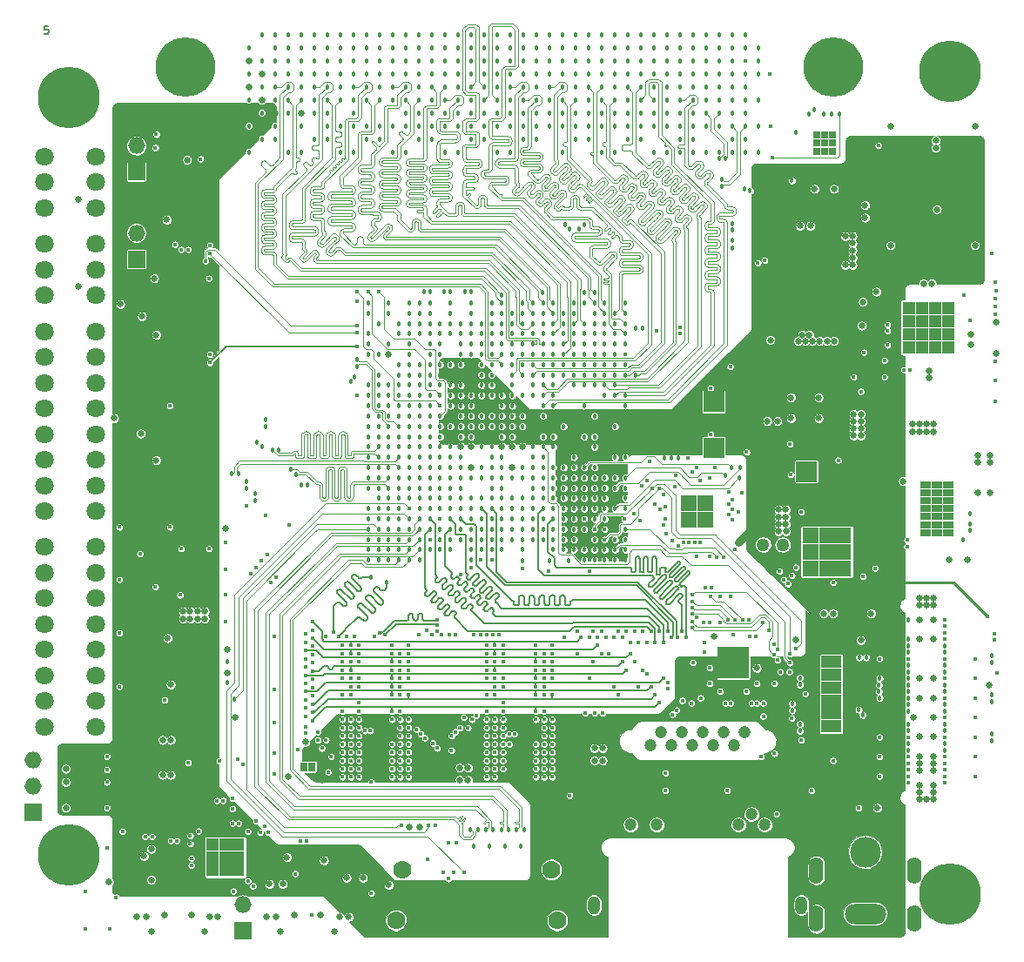
<source format=gbr>
G04 #@! TF.FileFunction,Copper,L5,Inr,Signal*
%FSLAX46Y46*%
G04 Gerber Fmt 4.6, Leading zero omitted, Abs format (unit mm)*
G04 Created by KiCad (PCBNEW 4.0.6) date Tue Jun 13 11:44:39 2017*
%MOMM*%
%LPD*%
G01*
G04 APERTURE LIST*
%ADD10C,0.101600*%
%ADD11C,0.127000*%
%ADD12R,1.600000X1.600000*%
%ADD13C,1.200000*%
%ADD14O,1.200000X1.800000*%
%ADD15C,1.778000*%
%ADD16R,1.651000X1.651000*%
%ADD17O,1.651000X1.651000*%
%ADD18R,0.750000X0.900000*%
%ADD19R,1.080000X0.780000*%
%ADD20R,1.287500X1.287500*%
%ADD21R,1.000000X1.250000*%
%ADD22R,1.250000X1.250000*%
%ADD23R,1.000000X1.000000*%
%ADD24R,1.500000X1.500000*%
%ADD25R,0.800000X0.800000*%
%ADD26C,5.800000*%
%ADD27C,1.800000*%
%ADD28C,3.000000*%
%ADD29O,1.400000X2.600000*%
%ADD30O,4.000000X2.000000*%
%ADD31C,6.000000*%
%ADD32C,0.635000*%
%ADD33C,0.406400*%
%ADD34C,0.457200*%
%ADD35C,1.270000*%
%ADD36C,0.254000*%
%ADD37C,0.762000*%
%ADD38C,0.088900*%
%ADD39C,0.106680*%
%ADD40C,0.165100*%
%ADD41C,0.147320*%
G04 APERTURE END LIST*
D10*
D11*
X33081429Y-30682714D02*
X32718572Y-30682714D01*
X32682286Y-31045571D01*
X32718572Y-31009286D01*
X32791143Y-30973000D01*
X32972572Y-30973000D01*
X33045143Y-31009286D01*
X33081429Y-31045571D01*
X33117714Y-31118143D01*
X33117714Y-31299571D01*
X33081429Y-31372143D01*
X33045143Y-31408429D01*
X32972572Y-31444714D01*
X32791143Y-31444714D01*
X32718572Y-31408429D01*
X32682286Y-31372143D01*
D12*
X95400000Y-78700000D03*
X97000000Y-78700000D03*
X95400000Y-77100000D03*
X97000000Y-77100000D03*
D13*
X91661000Y-100596000D03*
X93693000Y-100596000D03*
X95725000Y-100596000D03*
X97757000Y-100596000D03*
X99789000Y-100596000D03*
X92677000Y-99326000D03*
X94709000Y-99326000D03*
X96741000Y-99326000D03*
X98773000Y-99326000D03*
X100805000Y-99326000D03*
X89723000Y-108346000D03*
X90993000Y-107326000D03*
X92263000Y-108346000D03*
X100203000Y-108346000D03*
X101473000Y-107326000D03*
X102743000Y-108346000D03*
D14*
X86148000Y-116156000D03*
X106318000Y-116156000D03*
D15*
X67500000Y-112700000D03*
X82000000Y-112700000D03*
X82600000Y-117650000D03*
X66900000Y-117650000D03*
D16*
X31600000Y-107140000D03*
D17*
X31600000Y-104600000D03*
X31600000Y-102060000D03*
D16*
X52000000Y-118640000D03*
D17*
X52000000Y-116100000D03*
D16*
X41656000Y-44831000D03*
D17*
X41656000Y-42291000D03*
D16*
X41656000Y-53340000D03*
D17*
X41656000Y-50800000D03*
D18*
X57925000Y-102700000D03*
X58675000Y-102700000D03*
D19*
X120580000Y-79937000D03*
X119500000Y-79937000D03*
X118420000Y-79937000D03*
X120580000Y-79157000D03*
X120580000Y-78377000D03*
X120580000Y-77597000D03*
X120580000Y-76817000D03*
X120580000Y-76037000D03*
X120580000Y-75257000D03*
X119500000Y-75257000D03*
X119500000Y-76037000D03*
X119500000Y-76817000D03*
X119500000Y-77597000D03*
X119500000Y-78377000D03*
X119500000Y-79157000D03*
X118420000Y-79157000D03*
X118420000Y-78377000D03*
X118420000Y-77597000D03*
X118420000Y-76817000D03*
X118420000Y-76037000D03*
X118420000Y-75257000D03*
D20*
X120631250Y-61931250D03*
X119343750Y-61931250D03*
X118056250Y-61931250D03*
X116768750Y-61931250D03*
X120631250Y-60643750D03*
X119343750Y-60643750D03*
X118056250Y-60643750D03*
X116768750Y-60643750D03*
X120631250Y-59356250D03*
X119343750Y-59356250D03*
X118056250Y-59356250D03*
X116768750Y-59356250D03*
X120631250Y-58068750D03*
X119343750Y-58068750D03*
X118056250Y-58068750D03*
X116768750Y-58068750D03*
D21*
X109720000Y-97506000D03*
X109720000Y-96256000D03*
X109720000Y-98756000D03*
X108720000Y-98756000D03*
X108720000Y-97506000D03*
X108720000Y-96256000D03*
X108720000Y-95006000D03*
X108720000Y-93756000D03*
X108720000Y-92506000D03*
X109720000Y-92506000D03*
X109720000Y-93756000D03*
X109720000Y-95006000D03*
D22*
X49050000Y-110250000D03*
X49050000Y-112750000D03*
X51550000Y-110250000D03*
X50300000Y-112750000D03*
X49050000Y-111500000D03*
X50300000Y-111500000D03*
X51550000Y-111500000D03*
X50300000Y-110250000D03*
X51550000Y-112750000D03*
D23*
X98300000Y-66700000D03*
X98300000Y-67700000D03*
X97300000Y-67700000D03*
X97300000Y-66700000D03*
X98300000Y-71200000D03*
X98300000Y-72200000D03*
X97300000Y-72200000D03*
X97300000Y-71200000D03*
X106300000Y-73500000D03*
X107300000Y-73500000D03*
X107300000Y-74500000D03*
X106300000Y-74500000D03*
D12*
X108800000Y-81800000D03*
X110400000Y-81800000D03*
X110400000Y-83400000D03*
X108800000Y-83400000D03*
X107200000Y-83400000D03*
X107200000Y-81800000D03*
X107200000Y-80200000D03*
X108800000Y-80200000D03*
X110400000Y-80200000D03*
D24*
X98945000Y-93333000D03*
X98945000Y-91833000D03*
X100445000Y-91833000D03*
X100445000Y-93333000D03*
D25*
X109385000Y-42837000D03*
X108585000Y-42837000D03*
X107785000Y-42837000D03*
X107785000Y-42037000D03*
X108585000Y-42037000D03*
X109385000Y-42037000D03*
X109385000Y-41237000D03*
X108585000Y-41237000D03*
X107785000Y-41237000D03*
D26*
X46454300Y-34616700D03*
X109455700Y-34616700D03*
D27*
X32719000Y-67865000D03*
X32719000Y-65365000D03*
X32719000Y-62865000D03*
X32719000Y-60365000D03*
X32719000Y-70365000D03*
X32719000Y-72865000D03*
X32719000Y-75365000D03*
X32719000Y-77865000D03*
X37719000Y-60365000D03*
X37719000Y-62865000D03*
X37719000Y-65365000D03*
X37719000Y-67865000D03*
X37719000Y-70365000D03*
X37719000Y-72865000D03*
X37719000Y-75365000D03*
X37719000Y-77865000D03*
X32719000Y-88820000D03*
X32719000Y-86320000D03*
X32719000Y-83820000D03*
X32719000Y-81320000D03*
X32719000Y-91320000D03*
X32719000Y-93820000D03*
X32719000Y-96320000D03*
X32719000Y-98820000D03*
X37719000Y-81320000D03*
X37719000Y-83820000D03*
X37719000Y-86320000D03*
X37719000Y-88820000D03*
X37719000Y-91320000D03*
X37719000Y-93820000D03*
X37719000Y-96320000D03*
X37719000Y-98820000D03*
X32719000Y-56856000D03*
X32719000Y-54356000D03*
X32719000Y-51856000D03*
X37719000Y-51856000D03*
X37719000Y-54356000D03*
X37719000Y-56856000D03*
X32719000Y-48347000D03*
X32719000Y-45847000D03*
X32719000Y-43347000D03*
X37719000Y-43347000D03*
X37719000Y-45847000D03*
X37719000Y-48347000D03*
D28*
X112522000Y-110998000D03*
D29*
X107772000Y-117498000D03*
X107772000Y-112798000D03*
X117272000Y-117498000D03*
X117272000Y-112798000D03*
D30*
X112522000Y-116998000D03*
D31*
X120810000Y-115090000D03*
X35080000Y-111280000D03*
X120810000Y-35080000D03*
X35080000Y-37620000D03*
D32*
X44700000Y-90200000D03*
D33*
X64500000Y-104200000D03*
X99900000Y-81600004D03*
X113500000Y-83400000D03*
X101300002Y-90000000D03*
X48800000Y-52000000D03*
D32*
X119400000Y-41800000D03*
X119400000Y-42500000D03*
X112500000Y-48100000D03*
X112500000Y-49300000D03*
D33*
X112100000Y-66200000D03*
D32*
X112300000Y-57500000D03*
X113600000Y-56500000D03*
X124700000Y-72400000D03*
X124700000Y-73100000D03*
X123500000Y-73100000D03*
X123500000Y-72400000D03*
X112200000Y-59800000D03*
D33*
X112400000Y-62400000D03*
X114400000Y-64800000D03*
X114400000Y-63200000D03*
D32*
X108000000Y-68800000D03*
X105300000Y-66800000D03*
X108000000Y-66800000D03*
D33*
X124800000Y-52800000D03*
X125200000Y-67200000D03*
X125200000Y-57900000D03*
X125200000Y-57200000D03*
X125200000Y-55600000D03*
X125200000Y-65100000D03*
X125200000Y-63300000D03*
D32*
X125300000Y-62500000D03*
X125300000Y-59500000D03*
D33*
X107315000Y-105029000D03*
D32*
X36000000Y-47500000D03*
X36000000Y-56000000D03*
D33*
X43600000Y-41200000D03*
X125349000Y-93599000D03*
X120269000Y-94107000D03*
X123189079Y-94107556D03*
X120269000Y-96012000D03*
X123190000Y-96012000D03*
X123190000Y-97917000D03*
X120269000Y-97917000D03*
X123190000Y-99822000D03*
X120269000Y-99822000D03*
X123190000Y-101727000D03*
X120269000Y-101727000D03*
X116713000Y-101727000D03*
X113919000Y-101727000D03*
X116713000Y-99822000D03*
X113919000Y-99822000D03*
D32*
X117221000Y-97917000D03*
D34*
X116713000Y-96012000D03*
X113919000Y-96012000D03*
X116713000Y-94107000D03*
X113919000Y-94107000D03*
D33*
X125100000Y-89800000D03*
D32*
X45000000Y-94700000D03*
X50500000Y-93600000D03*
D33*
X72800000Y-110100000D03*
D32*
X68199984Y-108600000D03*
D33*
X70699998Y-108400000D03*
X71500000Y-113000000D03*
X36700000Y-118500000D03*
X39100000Y-118500000D03*
D32*
X34800000Y-106700000D03*
X34800000Y-104200000D03*
X34800000Y-102900000D03*
X51300000Y-97900000D03*
D33*
X57100000Y-113100000D03*
X38800000Y-110600000D03*
D32*
X43100000Y-110700000D03*
X39000000Y-113900000D03*
X43100000Y-113700000D03*
D33*
X40300000Y-109000000D03*
X49734776Y-102126117D03*
D32*
X44200000Y-100100000D03*
X45000000Y-100100000D03*
X56300000Y-111500000D03*
X47000000Y-117100000D03*
X50300000Y-79500000D03*
D33*
X43500000Y-85200000D03*
X45900000Y-86000000D03*
X48700000Y-81500000D03*
X42000000Y-82000000D03*
X46000000Y-81500000D03*
X44900000Y-67600000D03*
X44900000Y-79400000D03*
X48700000Y-55200002D03*
X48800000Y-62600000D03*
D32*
X43400006Y-55200000D03*
X46600000Y-43700000D03*
D34*
X94400000Y-72700000D03*
D33*
X109400000Y-102100000D03*
X103700000Y-101400000D03*
X103900000Y-107300000D03*
X99100000Y-105000000D03*
X106300000Y-100100000D03*
D32*
X123200000Y-40400000D03*
X115000000Y-40400000D03*
X123200000Y-52000000D03*
X115000000Y-52000000D03*
X119500000Y-48500000D03*
X113700000Y-106700000D03*
X106200000Y-50100000D03*
X107200000Y-50100000D03*
X105300000Y-68800000D03*
X73900000Y-104000000D03*
X73100000Y-104000000D03*
D33*
X72300000Y-101100000D03*
X87000000Y-97500000D03*
X86200000Y-97500000D03*
D32*
X86200000Y-102100000D03*
X87000000Y-102100000D03*
D33*
X60600000Y-101700000D03*
X55100000Y-95200000D03*
X55100000Y-90000000D03*
X55100000Y-98400000D03*
X59300000Y-100100000D03*
D32*
X55900000Y-114100000D03*
X54600000Y-114100000D03*
D33*
X64500000Y-115000000D03*
D32*
X62100000Y-113500000D03*
X59600000Y-117100000D03*
D34*
X93000000Y-72700000D03*
X93700000Y-72700000D03*
D32*
X105800000Y-90400000D03*
X108500000Y-87800000D03*
X109400000Y-87800000D03*
X112100000Y-90400000D03*
X113100000Y-87800000D03*
D33*
X93800000Y-80700000D03*
X52400000Y-77300000D03*
D34*
X75200000Y-66600000D03*
X79200000Y-77600000D03*
X73200000Y-74600000D03*
D32*
X74200000Y-73600000D03*
X74200000Y-71600000D03*
D34*
X65200000Y-62600000D03*
X66200000Y-61600000D03*
D33*
X62500000Y-98900000D03*
D32*
X78200000Y-73600000D03*
D34*
X77200000Y-74600000D03*
D32*
X78200000Y-71600000D03*
D34*
X71200000Y-61600000D03*
X75200000Y-69600000D03*
X88200000Y-72600000D03*
X76200000Y-69600000D03*
X78200000Y-69600000D03*
X77200000Y-70600000D03*
X80200000Y-71600000D03*
D33*
X106300004Y-77900000D03*
D34*
X79000000Y-110400000D03*
X77500000Y-110400000D03*
X76000000Y-110400000D03*
X74500000Y-110400000D03*
D33*
X100200000Y-77900000D03*
X112300000Y-84200000D03*
X93300000Y-95100000D03*
X104267000Y-93472000D03*
X94742000Y-96266000D03*
X102616000Y-97790000D03*
X95631000Y-96520000D03*
X98425000Y-86106000D03*
D34*
X66200000Y-78600000D03*
X64200000Y-82600000D03*
X67200000Y-81600000D03*
X82200000Y-76600000D03*
X89200000Y-77600000D03*
X86200000Y-78600000D03*
X87200000Y-81600000D03*
X72200000Y-76600000D03*
D33*
X87600006Y-91700000D03*
X70200000Y-80600000D03*
D34*
X73200000Y-79600000D03*
X76200000Y-78600000D03*
X74200000Y-82600000D03*
X77200000Y-81600000D03*
X83200000Y-79600000D03*
X80200000Y-80600000D03*
X83700000Y-82700000D03*
D33*
X75700000Y-97300000D03*
X82100000Y-90900000D03*
X82100000Y-92500000D03*
X82100000Y-94100000D03*
X75700000Y-90900000D03*
X75700000Y-92500000D03*
X75700000Y-94100000D03*
X81300000Y-97300000D03*
X82100000Y-98900000D03*
X82100000Y-100500000D03*
X81300000Y-100500000D03*
X82100000Y-101300000D03*
X80500000Y-102900000D03*
X82100000Y-102900000D03*
X75700000Y-103700000D03*
X75700000Y-102900000D03*
X76500000Y-101300000D03*
X76500000Y-100500000D03*
X75700000Y-99700000D03*
X76500000Y-98900000D03*
X75700000Y-98900000D03*
X61700000Y-97300000D03*
X68100000Y-90900000D03*
X68100000Y-92500000D03*
X68100000Y-94100000D03*
X67300000Y-97300000D03*
X66500000Y-102900000D03*
X68100000Y-101300000D03*
X67300000Y-100500000D03*
X68100000Y-100500000D03*
X68100000Y-98900000D03*
X68100000Y-102900000D03*
X61700000Y-90900000D03*
X61700000Y-92500000D03*
X61700000Y-94100000D03*
X61700000Y-98900000D03*
X61700000Y-99700000D03*
X61700000Y-103700000D03*
X61700000Y-102900000D03*
X62500000Y-100500000D03*
X62500000Y-101300000D03*
D34*
X60198000Y-41656000D03*
X76200000Y-75600000D03*
X85200000Y-75600000D03*
X88200000Y-74600000D03*
X72200000Y-73600000D03*
X76200000Y-73600000D03*
X81200000Y-73600000D03*
X84200000Y-72600000D03*
X77200000Y-72600000D03*
X73200000Y-72600000D03*
X72200000Y-71600000D03*
X76200000Y-71600000D03*
X73200000Y-70600000D03*
X72200000Y-69600000D03*
X74200000Y-69600000D03*
X83200000Y-69600000D03*
X86200000Y-68600000D03*
X79200000Y-68600000D03*
X77200000Y-68600000D03*
X75200000Y-68600000D03*
X73200000Y-68600000D03*
X78200000Y-67600000D03*
X74200000Y-67600000D03*
X67200000Y-59600000D03*
X69200000Y-59600000D03*
X71200000Y-59600000D03*
X65200000Y-59600000D03*
X64200000Y-57600000D03*
X66200000Y-57600000D03*
X68200000Y-57600000D03*
X70200000Y-57600000D03*
X72200000Y-57600000D03*
X89200000Y-67600000D03*
X73200000Y-59600000D03*
X75200000Y-59600000D03*
X74200000Y-57600000D03*
X76199718Y-57600000D03*
X76200000Y-58600000D03*
X76199718Y-59600000D03*
X76199718Y-60600000D03*
X76200000Y-61600000D03*
X74200000Y-61600000D03*
X70200000Y-61600000D03*
X68200000Y-61600000D03*
X64200000Y-61600000D03*
X70200000Y-64600000D03*
X67200000Y-63600000D03*
X69200000Y-63600000D03*
X70200000Y-63600000D03*
X71200000Y-63600000D03*
X72200000Y-63600000D03*
X73200000Y-63600000D03*
X75200000Y-63600000D03*
X73200000Y-66600000D03*
X76200000Y-65600000D03*
X82200000Y-66600000D03*
X77200000Y-66600000D03*
X79200000Y-66600000D03*
X78200000Y-65600000D03*
X85200000Y-65600000D03*
X76200000Y-63600000D03*
X76200000Y-62600000D03*
X81200000Y-63600000D03*
X88200000Y-64600000D03*
X87200000Y-61600000D03*
X84200000Y-62600000D03*
X77200000Y-61600000D03*
X80200000Y-60600000D03*
X83200000Y-59600000D03*
X86200000Y-58600000D03*
X89200000Y-57600000D03*
X79200000Y-57600000D03*
X70200000Y-65600000D03*
X69200000Y-65600000D03*
X68200000Y-65600000D03*
X67200000Y-65600000D03*
X66200000Y-65600000D03*
X65200000Y-65600000D03*
X64200000Y-65600000D03*
X68200000Y-74600000D03*
X69200000Y-77600000D03*
X65200000Y-75600000D03*
X70200000Y-70600000D03*
X64200000Y-72600000D03*
X67200000Y-71600000D03*
X69200000Y-67600000D03*
X66200000Y-68600000D03*
X98298000Y-40386000D03*
X86868000Y-42926000D03*
X88138000Y-42926000D03*
X61468000Y-42926000D03*
X93218000Y-32766000D03*
X53848000Y-31496000D03*
X57658000Y-31496000D03*
X61468000Y-31496000D03*
X65278000Y-31496000D03*
X69088000Y-31496000D03*
X72898000Y-31496000D03*
X76708000Y-31496000D03*
X80518000Y-31496000D03*
X84328000Y-31496000D03*
X88138000Y-31496000D03*
X91948000Y-31496000D03*
X95758000Y-31496000D03*
X52578000Y-42926000D03*
X56388000Y-42926000D03*
X57658000Y-42926000D03*
X62738000Y-42926000D03*
X66548000Y-42926000D03*
X67818000Y-42926000D03*
X71628000Y-42926000D03*
X72898000Y-42926000D03*
X76708000Y-42926000D03*
X77978000Y-42926000D03*
X83058000Y-42926000D03*
X91948000Y-42926000D03*
X93218000Y-42926000D03*
X97028000Y-42926000D03*
X98298000Y-42926000D03*
X102108000Y-42926000D03*
X100838000Y-41656000D03*
X99568000Y-41656000D03*
X95758000Y-41656000D03*
X94488000Y-41656000D03*
X90678000Y-41656000D03*
X89408000Y-41656000D03*
X85598000Y-41656000D03*
X84328000Y-41656000D03*
X80518000Y-41656000D03*
X79248000Y-41656000D03*
X75438000Y-41656000D03*
X74168000Y-41656000D03*
X70358000Y-41656000D03*
X69088000Y-41656000D03*
X65278000Y-41656000D03*
X64008000Y-41656000D03*
X58928000Y-41656000D03*
X55118000Y-41656000D03*
X53848000Y-41656000D03*
X52578000Y-40386000D03*
X55118000Y-40386000D03*
X57658000Y-40386000D03*
X60198000Y-40386000D03*
X61468000Y-40386000D03*
X62738000Y-40386000D03*
X66548000Y-40386000D03*
X67818000Y-40386000D03*
X71628000Y-40386000D03*
X72898000Y-40386000D03*
X76708000Y-40386000D03*
X77978000Y-40386000D03*
X81788000Y-40386000D03*
X83058000Y-40386000D03*
X86868000Y-40386000D03*
X88138000Y-40386000D03*
X91948000Y-40386000D03*
X93218000Y-40386000D03*
X97028000Y-40386000D03*
X102108000Y-40386000D03*
X100838000Y-39116000D03*
X99568000Y-39116000D03*
X95758000Y-39116000D03*
X94488000Y-39116000D03*
X90678000Y-39116000D03*
X86868000Y-39116000D03*
X83058000Y-39116000D03*
X79248000Y-39116000D03*
X75438000Y-39116000D03*
X71628000Y-39116000D03*
X67818000Y-39116000D03*
X58928000Y-39116000D03*
X56388000Y-39116000D03*
X53848000Y-39116000D03*
X52578000Y-37846000D03*
X55118000Y-37846000D03*
X58928000Y-37846000D03*
X62738000Y-37846000D03*
X66548000Y-37846000D03*
X70358000Y-37846000D03*
X74168000Y-37846000D03*
X77978000Y-37846000D03*
X81788000Y-37846000D03*
X85598000Y-37846000D03*
X89408000Y-37846000D03*
X93218000Y-37846000D03*
X97028000Y-37846000D03*
X98298000Y-37846000D03*
X102108000Y-37846000D03*
X100838000Y-36576000D03*
X99568000Y-36576000D03*
X95758000Y-36576000D03*
X84328000Y-36576000D03*
X80518000Y-36576000D03*
X76708000Y-36576000D03*
X72898000Y-36576000D03*
X69088000Y-36576000D03*
X65278000Y-36576000D03*
X61468000Y-36576000D03*
X57658000Y-36576000D03*
X53848000Y-36576000D03*
X52578000Y-35306000D03*
X55118000Y-35306000D03*
X58928000Y-35306000D03*
X62738000Y-35306000D03*
X66548000Y-35306000D03*
X70358000Y-35306000D03*
X74168000Y-35306000D03*
X77978000Y-35306000D03*
X81788000Y-35306000D03*
X85598000Y-35306000D03*
X89408000Y-35306000D03*
X93218000Y-35306000D03*
X88138000Y-36576000D03*
X91948000Y-36576000D03*
X97028000Y-35306000D03*
X98298000Y-35306000D03*
X102108000Y-35306000D03*
X99568000Y-34036000D03*
X95758000Y-34036000D03*
X91948000Y-34036000D03*
X88138000Y-34036000D03*
X84328000Y-34036000D03*
X80518000Y-34036000D03*
X76708000Y-34036000D03*
X72898000Y-34036000D03*
X69088000Y-34036000D03*
X65278000Y-34036000D03*
X61468000Y-34036000D03*
X57658000Y-34036000D03*
X53848000Y-34036000D03*
X52578000Y-32766000D03*
X55118000Y-32766000D03*
X58928000Y-32766000D03*
X62738000Y-32766000D03*
X66548000Y-32766000D03*
X70358000Y-32766000D03*
X74168000Y-32766000D03*
X77978000Y-32766000D03*
X81788000Y-32766000D03*
X85598000Y-32766000D03*
X89408000Y-32766000D03*
X97028000Y-32766000D03*
X98298000Y-32766000D03*
X102108000Y-32766000D03*
X100838000Y-31496000D03*
X99568000Y-31496000D03*
X77200000Y-69600000D03*
D32*
X44600000Y-49500000D03*
X42400000Y-111400000D03*
X112100000Y-68400000D03*
X111400000Y-68400000D03*
X112100000Y-70500000D03*
X112100000Y-69800000D03*
X112100000Y-69100000D03*
X111400000Y-70500000D03*
X111400000Y-69800000D03*
X111400000Y-69100000D03*
D33*
X122100000Y-56800000D03*
D32*
X73900000Y-102800000D03*
X73100000Y-102800000D03*
X86200000Y-100900000D03*
X87000000Y-100900000D03*
D33*
X57400000Y-101000000D03*
D34*
X74200000Y-77600000D03*
X77200000Y-76600000D03*
D33*
X71200000Y-78600000D03*
D34*
X75200000Y-80600000D03*
X81200000Y-78600000D03*
X78200000Y-79600000D03*
X72200000Y-81600000D03*
X79200000Y-82700000D03*
X82200000Y-81600000D03*
D33*
X76500000Y-95700000D03*
X82100000Y-91700000D03*
X82100000Y-93300000D03*
X81300000Y-95700000D03*
X75700000Y-91700000D03*
X75700000Y-93300000D03*
X81300000Y-98100000D03*
X82100000Y-99700000D03*
X81300000Y-101300000D03*
X82100000Y-102100000D03*
X81300000Y-102900000D03*
X82100000Y-103700000D03*
X76500000Y-103700000D03*
X75700000Y-102100000D03*
X75700000Y-101300000D03*
X75700000Y-100500000D03*
X77300000Y-98900000D03*
X75700000Y-98100000D03*
X62500000Y-95700000D03*
X68100000Y-91700000D03*
X68100000Y-93300000D03*
X67300000Y-95700000D03*
X67300000Y-101300000D03*
X68100000Y-99700000D03*
X67300000Y-98100000D03*
X67300000Y-102900000D03*
X68100000Y-102100000D03*
X68100000Y-103700000D03*
X61700000Y-91700000D03*
X61700000Y-93300000D03*
X63300000Y-98900000D03*
X62500000Y-103700000D03*
X61700000Y-102100000D03*
X61700000Y-98100000D03*
X61700000Y-101300000D03*
X61700000Y-100500000D03*
D32*
X58100000Y-100300000D03*
D33*
X60300000Y-103200000D03*
X76500000Y-94100000D03*
X82100000Y-98100000D03*
X68100000Y-98100000D03*
X62500000Y-94100000D03*
D34*
X78200000Y-77600000D03*
X80200000Y-77600000D03*
D32*
X124700000Y-76100000D03*
X123500000Y-76100000D03*
X122500000Y-82600000D03*
X120700000Y-82600000D03*
X119200004Y-105900004D03*
X119200000Y-105200000D03*
X119200000Y-104500000D03*
X119200004Y-103100000D03*
X119200000Y-102400000D03*
X119200000Y-101700000D03*
X119200002Y-99800000D03*
X119200000Y-97900000D03*
X119200000Y-96000000D03*
X119200000Y-94100000D03*
X119200000Y-90300000D03*
X119199996Y-88400000D03*
X119200000Y-87000000D03*
X119200000Y-86300000D03*
X118500000Y-86300000D03*
X117800000Y-86300000D03*
X118500000Y-87000000D03*
X117800000Y-87000000D03*
X118500000Y-105900018D03*
X117800000Y-105900000D03*
X117800000Y-105200000D03*
X117800000Y-104500000D03*
X117800000Y-103100000D03*
X117800000Y-102400000D03*
X117800000Y-101700000D03*
X117800000Y-99800000D03*
X117800000Y-88400000D03*
X117800000Y-90300000D03*
X117800000Y-94100000D03*
X117800000Y-96000000D03*
X118700000Y-64900000D03*
X118700000Y-64200000D03*
X119000000Y-55700000D03*
X118200000Y-55700000D03*
X122800004Y-61700000D03*
X124587000Y-94742006D03*
D33*
X72000000Y-110100000D03*
D32*
X69200004Y-108600000D03*
X44200000Y-103500000D03*
X45000000Y-103500000D03*
D33*
X93100000Y-103300000D03*
D32*
X66200000Y-114200000D03*
D33*
X116586000Y-81280000D03*
D34*
X122700000Y-78100000D03*
D32*
X59700000Y-104000000D03*
X100200000Y-80900000D03*
X122900000Y-46300000D03*
X122900000Y-45600000D03*
X122900000Y-44900000D03*
X122900000Y-44200000D03*
X122200000Y-44200000D03*
X122200000Y-44900000D03*
X122200000Y-45600000D03*
X122200000Y-46300000D03*
D33*
X98600000Y-64700000D03*
X112649000Y-80772000D03*
X124400000Y-88100000D03*
D32*
X46700000Y-106100000D03*
X44500000Y-91300000D03*
X44700000Y-98200000D03*
X48200000Y-54500000D03*
X34800000Y-101600000D03*
X41200000Y-109600000D03*
D33*
X53600000Y-110600000D03*
X44900000Y-83408802D03*
X39600000Y-83400000D03*
D32*
X45400000Y-43700000D03*
D33*
X105900000Y-107300000D03*
X103649802Y-92837000D03*
D34*
X109500000Y-90392800D03*
X106600000Y-93400000D03*
X106200000Y-96000000D03*
X106200000Y-97900000D03*
X108400000Y-100900000D03*
X110000000Y-100900000D03*
D33*
X98100000Y-65895182D03*
X98100000Y-70395180D03*
X50300000Y-114800000D03*
X58000000Y-101000000D03*
D32*
X56400000Y-103700000D03*
D33*
X92200000Y-60300000D03*
X105300000Y-72800000D03*
X96500000Y-80900000D03*
X96000000Y-80900000D03*
X110700000Y-84800000D03*
X94700000Y-92700000D03*
D34*
X109474000Y-44831000D03*
X111378996Y-42291000D03*
X89200000Y-82600000D03*
X88200000Y-79600000D03*
X85200000Y-80600000D03*
X72200000Y-70600000D03*
X72200000Y-68600000D03*
X111633000Y-95631000D03*
X73200000Y-64600000D03*
X72200000Y-64600000D03*
X71200000Y-64600000D03*
X74200000Y-63600000D03*
X62738000Y-39116000D03*
D32*
X57658000Y-39116000D03*
X55118000Y-39116000D03*
X53848000Y-40386000D03*
X52578000Y-39116000D03*
X116205000Y-74930000D03*
X103300000Y-61200000D03*
X103000000Y-69100000D03*
X104000000Y-69100000D03*
D35*
X104500000Y-81100000D03*
X102600000Y-81100002D03*
D32*
X104800000Y-77700000D03*
X104800000Y-78400000D03*
X104800000Y-79100000D03*
X104817400Y-79800000D03*
X104100000Y-79800000D03*
X104100000Y-79100000D03*
X104100000Y-78400000D03*
X104100000Y-77700000D03*
X73200000Y-71600000D03*
X66200000Y-62600000D03*
X79200000Y-71600000D03*
X77200000Y-71600000D03*
D34*
X76200000Y-68600000D03*
X79200000Y-73600000D03*
X80200000Y-66600000D03*
X76200000Y-74600000D03*
X74200000Y-74600000D03*
X73200000Y-73600000D03*
X75200000Y-73600000D03*
X77200000Y-73600000D03*
X76200000Y-72600000D03*
X72200000Y-72600000D03*
X75200000Y-71600000D03*
X74200000Y-70600000D03*
X73200000Y-69600000D03*
X79200000Y-69600000D03*
X78200000Y-68600000D03*
X74200000Y-68600000D03*
X77200000Y-67600000D03*
X73200000Y-67600000D03*
X69200000Y-60600000D03*
X73200000Y-60600000D03*
X75200000Y-60600000D03*
X68200000Y-62600000D03*
X70200000Y-62600000D03*
X74200000Y-62600000D03*
X69200000Y-64600000D03*
X65200000Y-64600000D03*
X67200000Y-64600000D03*
D33*
X96900000Y-90600000D03*
X97400000Y-94600000D03*
X101900000Y-90000000D03*
X99700000Y-89900000D03*
D32*
X117100000Y-69400000D03*
X117800000Y-69400000D03*
X118500000Y-69400000D03*
X117100000Y-70100000D03*
X117800000Y-70100000D03*
X118500000Y-70100000D03*
X119200000Y-69400000D03*
X119200000Y-70100000D03*
D34*
X64200000Y-60600000D03*
D32*
X101981000Y-93091000D03*
D33*
X101981000Y-94615000D03*
D34*
X64200000Y-58600000D03*
X71200000Y-60600000D03*
X67200000Y-60600000D03*
X70200000Y-58600000D03*
X68200000Y-58600000D03*
X66200000Y-58600000D03*
X72200000Y-58600000D03*
X74200000Y-58600000D03*
X64200000Y-62600000D03*
X68200000Y-63600000D03*
D33*
X105400000Y-98000000D03*
X105300000Y-74300000D03*
X101000000Y-72100000D03*
D32*
X110600000Y-51100000D03*
X111300000Y-51100000D03*
X111300000Y-51800000D03*
X111300000Y-52500000D03*
X111300000Y-53200000D03*
X111300000Y-53900000D03*
X110600000Y-53900000D03*
D33*
X116900000Y-64100000D03*
D34*
X75200000Y-74600000D03*
X79200000Y-74600000D03*
X75200000Y-65600000D03*
X76200000Y-64600000D03*
X71200000Y-62600000D03*
D33*
X99400000Y-86100000D03*
X100500006Y-76100000D03*
X99300000Y-78200000D03*
X99300000Y-76000000D03*
X99300000Y-77200000D03*
X94000000Y-75500000D03*
X93100000Y-77400000D03*
X93100000Y-78600000D03*
D32*
X97790000Y-89997898D03*
D34*
X107600000Y-38800000D03*
X87200000Y-76600000D03*
X84200000Y-77600000D03*
X73200000Y-75600000D03*
X77200000Y-75600000D03*
X83200000Y-74600000D03*
X80200000Y-74600000D03*
X86200000Y-73600000D03*
X72200000Y-66600000D03*
X73200000Y-65600000D03*
X74200000Y-66600000D03*
X76200000Y-66600000D03*
X78200000Y-66600000D03*
X78200000Y-70600000D03*
D33*
X55100000Y-103400000D03*
D32*
X48300000Y-87600000D03*
X47600000Y-87600000D03*
X46900000Y-87600000D03*
X46200000Y-87600000D03*
X46200000Y-88300000D03*
X48300000Y-88300000D03*
X47600000Y-88300000D03*
X46900000Y-88300000D03*
X50500000Y-91300000D03*
D34*
X65200000Y-80600000D03*
X68200000Y-79600000D03*
X69200000Y-82600000D03*
X70200000Y-75600000D03*
X64200000Y-77600000D03*
X67200000Y-76600000D03*
X69200000Y-72600000D03*
X66200000Y-73600000D03*
X65200000Y-70600000D03*
X68200000Y-69600000D03*
X67200000Y-66600000D03*
X64200000Y-67600000D03*
D32*
X53848000Y-35306000D03*
X53848000Y-37846000D03*
X52578000Y-36576000D03*
X52578000Y-34036000D03*
D33*
X125200000Y-58700000D03*
X114700000Y-61700000D03*
D32*
X122800000Y-60677697D03*
D34*
X69200000Y-58600000D03*
X105410000Y-97231200D03*
X69200000Y-57600000D03*
X105410000Y-96570800D03*
D32*
X44400000Y-117100000D03*
X107100000Y-60700000D03*
X106400000Y-60700000D03*
X109500004Y-61300000D03*
X108800000Y-61300000D03*
X108100000Y-61300000D03*
X107400000Y-61300000D03*
X106700000Y-61300000D03*
X106000002Y-61300000D03*
D33*
X97500000Y-65895188D03*
X97506444Y-70395183D03*
X89200000Y-62600000D03*
D34*
X85200000Y-67600000D03*
X89200000Y-72600000D03*
X82200000Y-71600000D03*
X85200000Y-70600000D03*
X88200000Y-69600000D03*
X81200000Y-68600000D03*
X87200000Y-66600000D03*
X80200000Y-65600000D03*
X83200000Y-64600000D03*
X79200000Y-62600000D03*
X86200000Y-63600000D03*
X82200000Y-61600000D03*
X85200000Y-60600000D03*
X81200000Y-58600000D03*
X88200000Y-59600000D03*
X84200000Y-57600000D03*
X78200000Y-59600000D03*
X82200000Y-74600000D03*
D32*
X57000000Y-117100000D03*
D33*
X96100000Y-82200000D03*
X96520000Y-96012000D03*
X102616000Y-96520000D03*
X98425000Y-95377000D03*
X100965000Y-95377000D03*
X97409000Y-93091000D03*
D34*
X98298000Y-43561000D03*
X97028000Y-39116000D03*
D33*
X94550000Y-60000000D03*
D34*
X75200000Y-61600000D03*
X98933000Y-43561000D03*
X98298000Y-39116000D03*
X75200000Y-62600000D03*
D33*
X94550000Y-60600000D03*
X68200000Y-77600000D03*
X73500000Y-113000000D03*
D34*
X64200000Y-75600000D03*
X102108000Y-34036000D03*
D33*
X114700000Y-60300000D03*
X105200000Y-71300000D03*
X98100000Y-82300000D03*
X72000000Y-113600000D03*
X43200000Y-109500000D03*
X51500000Y-102000000D03*
X51000000Y-108200000D03*
D34*
X88200000Y-81600000D03*
D33*
X114700000Y-59700000D03*
X109900000Y-72900000D03*
X98800000Y-82300000D03*
X72500000Y-113000002D03*
X42500000Y-109500000D03*
X52000000Y-102500000D03*
X51600000Y-108200000D03*
D34*
X89200000Y-79600000D03*
D33*
X99400000Y-63800000D03*
X89096756Y-78603244D03*
D34*
X60198000Y-39116000D03*
D33*
X103300000Y-40400000D03*
X99600000Y-78700000D03*
X90800000Y-75400000D03*
D34*
X85200000Y-82600000D03*
D33*
X97400000Y-82200000D03*
X58700000Y-117100000D03*
X95758000Y-92583006D03*
X97000000Y-85300000D03*
D34*
X85200000Y-79600000D03*
D32*
X49600000Y-117300000D03*
X48800000Y-117300000D03*
X48300000Y-118700000D03*
X43100000Y-118700000D03*
X41700000Y-117300000D03*
X42600000Y-117300000D03*
X63700000Y-113500000D03*
X55200000Y-117300000D03*
X54300000Y-117300000D03*
X55700000Y-118700000D03*
X60899986Y-118700000D03*
X61400000Y-117300000D03*
X62300000Y-117300000D03*
D33*
X116713000Y-104267000D03*
X123190000Y-103632000D03*
X120269000Y-103632000D03*
X113919000Y-103632000D03*
X116713000Y-103632000D03*
X116713000Y-102997000D03*
X116713000Y-102362000D03*
D34*
X120269000Y-101092000D03*
X116713000Y-101092000D03*
X120269000Y-100457000D03*
X116713000Y-100457000D03*
X112268000Y-97663000D03*
X111887000Y-97155000D03*
X120269000Y-97282000D03*
X116713000Y-97282000D03*
X120269000Y-96647000D03*
X116713000Y-96647000D03*
X113871798Y-95377000D03*
X113871776Y-94742000D03*
X120269000Y-93472000D03*
X116713000Y-93472000D03*
X120269000Y-92837000D03*
X116713000Y-92837000D03*
X112606278Y-92067004D03*
X111945878Y-92067004D03*
X116713000Y-90297000D03*
X116713000Y-88392000D03*
D33*
X120269000Y-102997000D03*
X120269000Y-104267000D03*
X120269000Y-102362000D03*
X120269000Y-90297000D03*
D34*
X120269000Y-90932000D03*
X116713000Y-90932000D03*
D33*
X105800000Y-91200000D03*
X102100000Y-53700000D03*
X120269000Y-89026998D03*
X100838000Y-34036000D03*
X91800000Y-75600000D03*
D34*
X65278000Y-40386000D03*
D33*
X86200000Y-79600000D03*
X120269000Y-88391992D03*
X105200000Y-91700000D03*
X102752255Y-53431700D03*
X120269000Y-89662015D03*
X103251000Y-35306000D03*
X92500000Y-75600000D03*
D34*
X64008000Y-40386000D03*
D33*
X87200000Y-80600000D03*
D34*
X120269000Y-98552000D03*
X116713000Y-98552000D03*
X124841000Y-99491800D03*
X124841000Y-100152200D03*
X120269000Y-99187000D03*
X116713000Y-99187000D03*
X124841000Y-96342200D03*
X120269000Y-94742000D03*
X116713000Y-94742000D03*
X120269000Y-95377000D03*
X116713000Y-95377000D03*
X124841000Y-95681800D03*
X124841000Y-92532200D03*
X124841000Y-91871800D03*
X120269000Y-91567000D03*
X116713000Y-91567000D03*
D33*
X70000000Y-111700000D03*
D34*
X68200000Y-82600000D03*
X79355600Y-108800000D03*
X74144400Y-108800000D03*
X69200000Y-79600000D03*
X74855600Y-108800000D03*
X69200000Y-78600000D03*
X68200000Y-80600000D03*
X75644400Y-108800000D03*
X69200000Y-80600000D03*
X76355600Y-108800000D03*
X68200000Y-81600000D03*
X77144400Y-108800000D03*
X69200000Y-81600000D03*
X77855600Y-108800000D03*
X67200000Y-82600000D03*
X78644400Y-108800000D03*
D33*
X125300000Y-56400000D03*
X122700000Y-59300000D03*
X93200000Y-80000000D03*
X87200000Y-79600000D03*
D34*
X99600000Y-49900000D03*
X100838000Y-42926000D03*
X71600000Y-56500000D03*
X72200000Y-60600000D03*
X100838000Y-37846000D03*
X87200000Y-64600000D03*
X99600000Y-50500000D03*
X72200000Y-56500000D03*
X72200000Y-59600000D03*
X99568000Y-42926000D03*
X99568000Y-37846000D03*
X87200000Y-63600000D03*
X86200000Y-62600000D03*
X98298000Y-36576000D03*
X87200000Y-62600000D03*
X97028000Y-36576000D03*
X99600000Y-51500000D03*
X73600000Y-56500000D03*
X74200000Y-60600000D03*
X95758000Y-40386000D03*
X100800000Y-46500000D03*
X95758000Y-42926000D03*
X69600000Y-56500000D03*
X70200000Y-60600000D03*
X95758000Y-37846000D03*
X81200000Y-67600000D03*
X62900000Y-64800000D03*
X67200000Y-68600000D03*
X95758000Y-35306000D03*
X95758000Y-32766000D03*
X83200000Y-60600000D03*
X99600000Y-52300000D03*
X74200000Y-56500000D03*
X74200000Y-59600000D03*
X94488000Y-40386000D03*
X101318835Y-46707534D03*
X94488000Y-42926000D03*
X70200000Y-56500000D03*
X70200000Y-59600000D03*
X94488000Y-37846000D03*
X82200000Y-67600000D03*
X94488000Y-36576000D03*
X85200000Y-57600000D03*
X62500000Y-65200000D03*
X66200000Y-67600000D03*
X94488000Y-35306000D03*
X94488000Y-34036000D03*
X70200000Y-66600000D03*
X94488000Y-32766000D03*
X84200000Y-60600000D03*
X94488000Y-31496000D03*
X83200000Y-58600000D03*
X63098350Y-63119000D03*
X67200000Y-69600000D03*
X93218000Y-39116000D03*
X93218000Y-36576000D03*
X85200000Y-56600000D03*
X93218000Y-34036000D03*
X69200000Y-66600000D03*
X93218000Y-31496000D03*
X84200000Y-58600000D03*
X63098350Y-63754000D03*
X66200000Y-69600000D03*
X91948000Y-39116000D03*
X91948000Y-37846000D03*
X88200000Y-66600000D03*
X91948000Y-35306000D03*
X68200000Y-67600000D03*
X91948000Y-32766000D03*
X81200000Y-64600000D03*
X90678000Y-40386000D03*
X65200000Y-66600000D03*
X90678000Y-37846000D03*
X89200000Y-66600000D03*
X87200000Y-65600000D03*
X90678000Y-36576000D03*
X90678000Y-35306000D03*
X68200000Y-66600000D03*
X90678000Y-34036000D03*
X70200000Y-68600000D03*
X90678000Y-32766000D03*
X82200000Y-64600000D03*
X90678000Y-31496000D03*
X86200000Y-65600000D03*
X89408000Y-40386000D03*
X66200000Y-66600000D03*
X89408000Y-39116000D03*
X65200000Y-67600000D03*
X88200000Y-65600000D03*
X89408000Y-36576000D03*
X89408000Y-34036000D03*
X70200000Y-67600000D03*
X89408000Y-31496000D03*
X86200000Y-64600000D03*
X88138000Y-39116000D03*
X64200000Y-66600000D03*
X81200000Y-66600000D03*
X88138000Y-37846000D03*
X88138000Y-35306000D03*
X69200000Y-69600000D03*
X84200000Y-65600000D03*
X88138000Y-32766000D03*
X81200000Y-65600000D03*
X86868000Y-37846000D03*
X90200000Y-64600000D03*
X86868000Y-36576000D03*
X86868000Y-35306000D03*
X69200000Y-68600000D03*
X86868000Y-34036000D03*
X71200000Y-69600000D03*
X85200000Y-64600000D03*
X86868000Y-32766000D03*
X86868000Y-31496000D03*
X88200000Y-63600000D03*
X83347780Y-49946780D03*
X85181220Y-49946780D03*
X85598000Y-40386000D03*
X69200000Y-71600000D03*
X85598000Y-39116000D03*
X68200000Y-68600000D03*
X89200000Y-64600000D03*
X85598000Y-36576000D03*
X85598000Y-34036000D03*
X70200000Y-69600000D03*
X89200000Y-63600000D03*
X85598000Y-31496000D03*
X83784220Y-50383220D03*
X84744780Y-50383220D03*
X69200000Y-70600000D03*
X84328000Y-40386000D03*
X84328000Y-39116000D03*
X67200000Y-67600000D03*
X80200000Y-64600000D03*
X84328000Y-37846000D03*
X71200000Y-72600000D03*
X84328000Y-35306000D03*
X88200000Y-62600000D03*
X84328000Y-32766000D03*
X80200000Y-63600000D03*
X83058000Y-37846000D03*
X78200000Y-64600000D03*
X83058000Y-36576000D03*
X71200000Y-71600000D03*
X83058000Y-35306000D03*
X83058000Y-34036000D03*
X70200000Y-73600000D03*
X89200000Y-61600000D03*
X83058000Y-32766000D03*
X90866704Y-60090600D03*
X79200000Y-61600000D03*
X83058000Y-31496000D03*
X81788000Y-39116000D03*
X65200000Y-68600000D03*
X79200000Y-64600000D03*
X81788000Y-36576000D03*
X81788000Y-34036000D03*
X69200000Y-73600000D03*
X90219004Y-60090600D03*
X79200000Y-60600000D03*
X81788000Y-31496000D03*
X80518000Y-40386000D03*
X65200000Y-69600000D03*
X80518000Y-39116000D03*
X64200000Y-68600000D03*
X80518000Y-37846000D03*
X88200000Y-58600000D03*
X80518000Y-35306000D03*
X70200000Y-74600000D03*
X88200000Y-61600000D03*
X80518000Y-32766000D03*
X79248000Y-40386000D03*
X64200000Y-69600000D03*
X79248000Y-37846000D03*
X89200000Y-58600000D03*
X89200000Y-60600000D03*
X79248000Y-36576000D03*
X79248000Y-35306000D03*
X69200000Y-74600000D03*
X79248000Y-34036000D03*
X71200000Y-74600000D03*
X88200000Y-60600000D03*
X79248000Y-32766000D03*
X87200000Y-60600000D03*
X79248000Y-31496000D03*
X54241700Y-68961000D03*
X77978000Y-39116000D03*
X66200000Y-76600000D03*
X89200000Y-59600000D03*
X77978000Y-36576000D03*
X77978000Y-34036000D03*
X71200000Y-75600000D03*
X87200000Y-59600000D03*
X77978000Y-31496000D03*
X54229000Y-69596000D03*
X76708000Y-39116000D03*
X66200000Y-77600000D03*
X76708000Y-37846000D03*
X87200000Y-58600000D03*
X76708000Y-35306000D03*
X64200000Y-71600000D03*
X86200000Y-60600000D03*
X76708000Y-32766000D03*
X67200000Y-79600000D03*
X53900000Y-71600000D03*
X75438000Y-40386000D03*
X75438000Y-37846000D03*
X87200000Y-57600000D03*
X86200000Y-57600000D03*
X75438000Y-36576000D03*
X75438000Y-35306000D03*
X64200000Y-70600000D03*
X75438000Y-34036000D03*
X70200000Y-72600000D03*
X86200000Y-59600000D03*
X75438000Y-32766000D03*
X75438000Y-31496000D03*
X85200000Y-62600000D03*
X67200000Y-80600000D03*
X53385082Y-71114918D03*
X74168000Y-40386000D03*
X74168000Y-39116000D03*
X68200000Y-73600000D03*
X86200000Y-56600000D03*
X74168000Y-36576000D03*
X74168000Y-34036000D03*
X70200000Y-71600000D03*
X74168000Y-31496000D03*
X86200000Y-61600000D03*
X72898000Y-39116000D03*
X68200000Y-72600000D03*
X72898000Y-37846000D03*
X84200000Y-59600000D03*
X72897992Y-35306000D03*
X71200000Y-76600000D03*
X72898000Y-32766000D03*
X84200000Y-61600000D03*
X71628000Y-37846000D03*
X85200000Y-59600000D03*
X83200000Y-62600000D03*
X71628000Y-36576000D03*
X71628000Y-35306000D03*
X70200000Y-76600000D03*
X71628000Y-34036000D03*
X65200000Y-76600000D03*
X71628000Y-32766000D03*
X85200000Y-61600000D03*
X71628000Y-31496000D03*
X84200000Y-64600000D03*
X98552000Y-46228000D03*
X100838000Y-40386000D03*
X70358000Y-40386000D03*
X65200000Y-74600000D03*
X70358000Y-39116000D03*
X67200000Y-77600000D03*
X83200000Y-61600000D03*
X70358000Y-36576000D03*
X70358000Y-34036000D03*
X65200000Y-77600000D03*
X70358000Y-31496000D03*
X85200000Y-63600000D03*
X98552000Y-45593000D03*
X99568000Y-40386000D03*
X69088000Y-40386000D03*
X64200000Y-74600000D03*
X69088000Y-39116000D03*
X67200000Y-78600000D03*
X82200000Y-60600000D03*
X69088000Y-37846000D03*
X51608918Y-74222640D03*
X67200000Y-73600000D03*
X69088000Y-35306000D03*
X82200000Y-63600000D03*
X69088000Y-32766000D03*
X82200000Y-59600000D03*
X67818000Y-37846000D03*
X67818000Y-36576000D03*
X82200000Y-58600000D03*
X50961218Y-74222640D03*
X67200000Y-72600000D03*
X67818000Y-35306000D03*
X69200000Y-75600000D03*
X67818000Y-34036000D03*
X82200000Y-62600000D03*
X67818000Y-32766000D03*
X81200000Y-60600000D03*
X67818000Y-31496000D03*
D33*
X38800000Y-103000000D03*
X47700000Y-108958150D03*
X54100000Y-108500000D03*
X63100000Y-57400000D03*
X65200000Y-56500000D03*
D34*
X71200000Y-68600000D03*
X66548000Y-36576000D03*
X82200000Y-57600000D03*
X68200000Y-75600000D03*
X66548000Y-34036000D03*
X81200000Y-59600000D03*
X66548000Y-31496000D03*
X81185650Y-56600000D03*
X65278000Y-37846000D03*
X69200000Y-76600000D03*
X65278000Y-35306000D03*
X65278000Y-32766000D03*
X80200000Y-62600000D03*
D33*
X46900006Y-110200000D03*
X38800000Y-104200000D03*
X53303244Y-107996756D03*
D34*
X81200000Y-57600000D03*
X64008000Y-37846000D03*
X64008000Y-36576000D03*
X80200000Y-58600000D03*
X68200000Y-76600000D03*
X64008000Y-35306000D03*
X54889004Y-71880404D03*
X65200000Y-72600000D03*
X64008000Y-34036000D03*
X64008000Y-32766000D03*
X81200000Y-62600000D03*
X64008000Y-31496000D03*
X78200000Y-63600000D03*
X62738000Y-36576000D03*
X80200000Y-57600000D03*
X55500000Y-71900000D03*
X65200000Y-71600000D03*
X62738000Y-34036000D03*
X62738000Y-31496000D03*
X79200000Y-63600000D03*
D33*
X46900000Y-109400000D03*
X38800000Y-101700000D03*
X53700000Y-109100000D03*
X63100000Y-56500000D03*
X71200000Y-67600000D03*
D34*
X79200000Y-59600000D03*
X61468000Y-37846000D03*
X66200000Y-74600000D03*
X56642000Y-73787000D03*
X61468000Y-35306000D03*
X78200000Y-58600000D03*
X61468000Y-32766000D03*
X80200000Y-59600000D03*
X60198000Y-37846000D03*
X80200000Y-61600000D03*
X60198000Y-36576000D03*
X57150000Y-74295000D03*
X66200000Y-75600000D03*
X60198000Y-35306000D03*
X58293000Y-75311000D03*
X66200000Y-72600000D03*
X60198000Y-34036000D03*
X79200000Y-58600000D03*
X60198000Y-32766000D03*
X77200000Y-59600000D03*
X60198000Y-31496000D03*
X81200000Y-61600000D03*
X58928000Y-36576000D03*
X57658000Y-75311000D03*
X66200000Y-71600000D03*
X58928000Y-34036000D03*
X77200000Y-58600000D03*
X58928000Y-31496000D03*
X77200000Y-56800000D03*
X57658000Y-37846000D03*
X52324000Y-74987150D03*
X57658000Y-35306000D03*
X65200000Y-73600000D03*
X57658000Y-32766000D03*
X77200000Y-60600000D03*
X77200000Y-57600000D03*
X56388000Y-37846000D03*
X77200000Y-63600000D03*
X56388000Y-36576000D03*
X52324000Y-75634850D03*
X56388000Y-35306000D03*
X64200000Y-73600000D03*
X53213000Y-76130150D03*
X67200000Y-74600000D03*
X56388000Y-34036000D03*
X56388000Y-32766000D03*
X78200000Y-60600000D03*
X56388000Y-31496000D03*
X78200000Y-62600000D03*
X77200000Y-62600000D03*
X55118000Y-36576000D03*
X53213000Y-76777850D03*
X67200000Y-75600000D03*
X55118000Y-34036000D03*
X55118000Y-31496000D03*
X78200000Y-61600000D03*
D33*
X38800000Y-106700000D03*
X54500000Y-109100000D03*
X51100000Y-114800000D03*
X63100000Y-66600000D03*
D34*
X72200000Y-67600000D03*
D32*
X107600000Y-46500000D03*
X109500000Y-46500000D03*
X43600000Y-60700000D03*
X42200000Y-58900000D03*
X42100000Y-70299996D03*
X43600000Y-72900000D03*
D33*
X98933000Y-96520000D03*
X101473000Y-96520000D03*
X99441000Y-96520000D03*
X101981004Y-96520000D03*
X113800000Y-42300000D03*
X105800000Y-83300000D03*
D34*
X84200000Y-79600000D03*
D33*
X111900000Y-106700000D03*
X95300000Y-72700000D03*
D34*
X71200000Y-70600000D03*
D33*
X54200000Y-78300000D03*
D34*
X71200000Y-73600000D03*
D33*
X56500000Y-79200000D03*
D34*
X72200000Y-77600000D03*
X71200000Y-77600000D03*
D33*
X91300000Y-90600000D03*
X58800000Y-94200000D03*
X91300000Y-93700000D03*
X80500000Y-93300000D03*
X66500000Y-93300000D03*
D34*
X80200000Y-78600000D03*
D33*
X58800000Y-91800000D03*
X86900000Y-91700000D03*
X86900000Y-89500000D03*
X77300000Y-92500000D03*
X63300000Y-92500000D03*
D34*
X80200000Y-76600000D03*
D33*
X89700000Y-90600000D03*
X58100000Y-91400000D03*
X89700000Y-91700000D03*
X80500000Y-92500000D03*
X66500000Y-92500000D03*
D34*
X77200000Y-77600000D03*
D33*
X58100000Y-94600000D03*
X90900000Y-93300000D03*
X90900000Y-89500000D03*
X81300000Y-93300000D03*
X67300000Y-93300000D03*
D34*
X79200000Y-78600000D03*
D33*
X58800000Y-92600000D03*
X86100000Y-92500000D03*
X86100000Y-89500000D03*
X76500000Y-92500000D03*
X62500000Y-92500000D03*
D34*
X78200000Y-76600000D03*
D33*
X58100000Y-93000000D03*
X90100000Y-92500000D03*
X90100000Y-89500000D03*
X81300000Y-92500000D03*
X67300000Y-92500000D03*
D34*
X77200000Y-78600000D03*
D33*
X58800000Y-90200000D03*
X86500000Y-90900000D03*
X86500000Y-90100000D03*
X76500000Y-91700000D03*
X62500000Y-91700000D03*
D34*
X79200000Y-76600000D03*
D33*
X58100000Y-90600000D03*
X94700000Y-89500000D03*
X81300000Y-91700000D03*
X67300000Y-91700000D03*
D34*
X81200000Y-77600000D03*
D33*
X58800000Y-88600000D03*
X84900000Y-90100000D03*
X76500000Y-90900000D03*
X62500000Y-90900000D03*
D34*
X74200000Y-76600000D03*
D33*
X58100000Y-92200000D03*
X84500000Y-91700000D03*
X84500000Y-89500000D03*
X80500000Y-91700000D03*
X66500000Y-91700000D03*
D34*
X73200000Y-76600000D03*
D33*
X90500000Y-90600000D03*
X58100000Y-96200000D03*
X90500000Y-94900000D03*
X77300000Y-94900000D03*
X63300000Y-94900000D03*
D34*
X78200000Y-78600000D03*
D33*
X58800000Y-91000000D03*
X77300000Y-91700000D03*
X63300000Y-91700000D03*
D34*
X82200000Y-77600000D03*
D33*
X58800000Y-95000000D03*
X85700000Y-94100000D03*
X85700000Y-90100000D03*
X77300000Y-94100000D03*
X63300000Y-94100000D03*
D34*
X76200000Y-76600000D03*
D33*
X58100000Y-89800000D03*
X87300000Y-90100000D03*
X80500000Y-90900000D03*
X66500000Y-90900000D03*
D34*
X81200000Y-76600000D03*
D33*
X58800000Y-89400000D03*
X77300000Y-90900000D03*
X63300000Y-90900000D03*
D34*
X75200000Y-76600000D03*
D33*
X58800000Y-95800000D03*
X93300000Y-89500000D03*
X93300000Y-94500000D03*
X81300000Y-94100000D03*
X67300000Y-94100000D03*
D34*
X73200000Y-78600000D03*
D33*
X88900000Y-90100000D03*
X58800000Y-93400000D03*
X88900000Y-92500000D03*
X76500000Y-93300000D03*
X62500000Y-93300000D03*
D34*
X74200000Y-78600000D03*
D33*
X58100000Y-93800000D03*
X89300000Y-93300000D03*
X89300000Y-89500000D03*
X80500000Y-94100000D03*
X66500000Y-94100000D03*
D34*
X75200000Y-78600000D03*
D33*
X58800000Y-96600000D03*
X91700000Y-89500000D03*
X91700010Y-94900000D03*
X80500000Y-95700000D03*
X66500000Y-95700000D03*
D34*
X70200000Y-79600000D03*
D33*
X58100000Y-97000000D03*
X88500000Y-95700000D03*
X88500000Y-89500000D03*
X75700000Y-95700000D03*
X61700000Y-95700000D03*
D34*
X73200000Y-77600000D03*
D33*
X58100000Y-97800000D03*
X88100000Y-94900000D03*
X88100000Y-90100000D03*
X81300000Y-94900000D03*
X67300000Y-94900000D03*
D34*
X70200000Y-77600000D03*
D33*
X92100000Y-90600000D03*
X58800000Y-97400000D03*
X92100000Y-95700000D03*
X82100000Y-95700000D03*
X68100000Y-95700000D03*
D34*
X70200000Y-78600000D03*
D33*
X58800000Y-98200000D03*
X92500000Y-89500000D03*
X92500000Y-96500000D03*
X80500000Y-97300000D03*
X66500000Y-97300000D03*
D34*
X72200000Y-79600000D03*
D33*
X92900000Y-90600000D03*
X58100000Y-95400000D03*
X92900000Y-94100000D03*
X80500000Y-94900000D03*
X66500000Y-94900000D03*
D34*
X72200000Y-78600000D03*
D33*
X58100000Y-98807900D03*
X77300000Y-96500000D03*
X94206545Y-97193455D03*
X94293197Y-90100892D03*
X63300000Y-96500000D03*
D34*
X76200000Y-77600000D03*
D33*
X58100000Y-99392100D03*
X77300000Y-97300000D03*
X93793455Y-97606545D03*
X93708997Y-90100892D03*
X63300000Y-97300000D03*
D34*
X75200000Y-77600000D03*
D33*
X95100000Y-90100000D03*
D34*
X82200000Y-78600000D03*
D33*
X76500000Y-94900000D03*
X62500000Y-94900000D03*
X116586000Y-80645000D03*
D34*
X122047000Y-80645006D03*
X122700000Y-79700000D03*
X122700000Y-79100000D03*
D33*
X105200000Y-92600000D03*
X102400000Y-101700000D03*
D34*
X81200000Y-71600000D03*
D33*
X55100000Y-101400000D03*
X83800000Y-105500000D03*
X46700000Y-102299990D03*
X93100000Y-105000000D03*
X111400000Y-64800000D03*
X116300000Y-64100000D03*
X125100000Y-90400000D03*
X106700000Y-95600000D03*
X106700000Y-95600000D03*
X48800000Y-63400002D03*
X63100000Y-61800000D03*
D34*
X72200000Y-65600000D03*
D33*
X52500000Y-109000000D03*
X49500000Y-106000000D03*
X45600000Y-109900000D03*
X50100000Y-106000000D03*
X45000000Y-109900000D03*
X48400000Y-53500000D03*
X63100000Y-59800000D03*
D34*
X75200000Y-64600000D03*
D33*
X36700000Y-114800000D03*
X47000000Y-111600000D03*
X39700000Y-115400000D03*
X47000000Y-112300000D03*
D32*
X40100000Y-57700000D03*
X39500000Y-68800000D03*
D34*
X68200000Y-64600000D03*
D33*
X90600000Y-78800000D03*
D34*
X88200000Y-80600000D03*
D33*
X46000000Y-52400000D03*
X54700000Y-84800000D03*
D34*
X89200000Y-80600000D03*
D33*
X105400000Y-84100000D03*
D34*
X85200000Y-81600000D03*
D33*
X104600000Y-84500000D03*
D34*
X86200000Y-81600000D03*
D33*
X44400000Y-96200000D03*
X45400000Y-51900000D03*
X104200000Y-83700000D03*
D34*
X84200000Y-80600000D03*
D33*
X109400000Y-84800000D03*
D34*
X87200000Y-82600000D03*
D33*
X105000000Y-84900000D03*
D34*
X86200000Y-82600000D03*
X105400000Y-45700000D03*
X87200000Y-78600000D03*
D33*
X96100000Y-88200000D03*
D34*
X89200000Y-75600000D03*
D33*
X97409000Y-88646000D03*
D34*
X83200000Y-78600000D03*
D33*
X97600000Y-85300000D03*
X98425000Y-88646000D03*
D34*
X84200000Y-74600000D03*
D33*
X96901000Y-91567000D03*
X103700000Y-94600000D03*
X105156000Y-93472000D03*
D34*
X82200000Y-65600000D03*
X84200000Y-63600000D03*
X83200000Y-63600000D03*
D33*
X95700000Y-87200000D03*
X99187000Y-88392000D03*
D34*
X84200000Y-76600000D03*
D33*
X95700000Y-86600000D03*
X99822000Y-88392000D03*
D34*
X81200000Y-75600000D03*
D33*
X97500000Y-86100000D03*
X100584000Y-88392000D03*
D34*
X84200000Y-75600000D03*
D33*
X101219000Y-88392000D03*
D34*
X82200000Y-73600000D03*
D33*
X51000000Y-105800000D03*
X52500000Y-113800000D03*
D34*
X89200000Y-81600000D03*
D33*
X51000000Y-106800000D03*
X53000006Y-114300000D03*
D34*
X88200000Y-82600000D03*
X50500000Y-92500000D03*
X72200000Y-75600000D03*
X51200000Y-96100000D03*
X65200000Y-79600000D03*
D33*
X58200000Y-109900000D03*
X94900000Y-80900000D03*
X57600000Y-109900000D03*
X95408003Y-80900000D03*
D34*
X98900000Y-74400000D03*
X89200000Y-74600000D03*
D33*
X96774000Y-88646000D03*
D34*
X89200000Y-76600000D03*
X100399998Y-73600000D03*
X88200000Y-75600000D03*
X100300000Y-74600000D03*
X88200000Y-77600000D03*
X109220000Y-39243000D03*
X87200000Y-74600000D03*
X108458004Y-39243000D03*
X87200000Y-75600000D03*
D33*
X90000000Y-78100000D03*
D34*
X87200000Y-77600000D03*
X105791000Y-41021000D03*
X86200000Y-74600000D03*
D33*
X94100000Y-74400000D03*
D34*
X86200000Y-75600000D03*
D33*
X92900000Y-76200000D03*
D34*
X86200000Y-76600000D03*
D33*
X92600000Y-77700000D03*
D34*
X86200000Y-77600000D03*
D33*
X46700000Y-52400000D03*
X55200000Y-84300000D03*
D34*
X86200000Y-80600000D03*
X99500000Y-73600000D03*
X85200000Y-73600000D03*
D33*
X103500000Y-43500000D03*
D34*
X109982000Y-39243000D03*
X85200000Y-74600000D03*
X85200000Y-76600000D03*
D33*
X99600000Y-76699998D03*
X97400000Y-74600000D03*
X92099992Y-77200000D03*
D34*
X85200000Y-77600000D03*
D33*
X96499988Y-74900000D03*
X92900000Y-79200000D03*
X85200000Y-78600000D03*
D34*
X107061000Y-39243000D03*
X84200000Y-73600000D03*
D33*
X102600000Y-88700000D03*
X95699998Y-89200000D03*
D34*
X84200000Y-78600000D03*
X84200000Y-81600000D03*
D33*
X80500000Y-103700000D03*
X104013000Y-92329000D03*
D34*
X83200000Y-73600000D03*
D33*
X104013000Y-91313000D03*
X95700000Y-86000000D03*
D34*
X83200000Y-75600000D03*
D33*
X103632000Y-91821000D03*
X95700000Y-87800000D03*
D34*
X83200000Y-76600000D03*
D33*
X95700000Y-88600000D03*
X103124000Y-89408000D03*
D34*
X83200000Y-77600000D03*
X83200000Y-80600000D03*
D33*
X80500000Y-101300000D03*
D34*
X83200000Y-81600000D03*
D33*
X77300000Y-102900000D03*
X83300000Y-90100000D03*
X81300000Y-102100000D03*
X103632000Y-90805000D03*
D34*
X82200000Y-75600000D03*
X82200000Y-79600000D03*
D33*
X81300000Y-103700000D03*
D34*
X82200000Y-80600000D03*
D33*
X77300000Y-102100000D03*
D34*
X81787250Y-82700000D03*
D33*
X80500000Y-102100000D03*
X91600000Y-73000000D03*
D34*
X81200000Y-72600000D03*
D33*
X91300000Y-74900000D03*
D34*
X81200000Y-74600000D03*
D33*
X85700000Y-83700000D03*
X85300000Y-97500000D03*
D34*
X81200000Y-79600000D03*
D33*
X76500000Y-102900000D03*
D34*
X81200000Y-80600000D03*
D33*
X77300000Y-101300000D03*
X77900000Y-100500000D03*
X76900000Y-89900000D03*
X76500000Y-102100000D03*
X76300000Y-89900000D03*
X97900000Y-73600000D03*
D34*
X80200000Y-72600000D03*
D33*
X96100000Y-73600000D03*
D34*
X80200000Y-73600000D03*
D33*
X95700000Y-74000000D03*
X99600000Y-77700000D03*
D34*
X80200000Y-75600000D03*
D33*
X81750000Y-83710000D03*
D34*
X80200000Y-79600000D03*
D33*
X80500000Y-100500000D03*
X75700000Y-89900000D03*
X77300000Y-100500000D03*
X75100000Y-89900000D03*
X74699994Y-97700000D03*
X80500000Y-98100000D03*
X74500000Y-89900000D03*
X79200000Y-83400000D03*
D34*
X79200000Y-79600000D03*
D33*
X74300000Y-98100000D03*
X76500000Y-98100000D03*
X78408003Y-99500000D03*
D34*
X79200000Y-80600000D03*
D33*
X77900000Y-99500000D03*
D34*
X79200000Y-81600000D03*
X78200000Y-80600000D03*
D33*
X73900000Y-98900000D03*
X77300000Y-98100000D03*
X72700000Y-89900000D03*
X72700000Y-99300000D03*
X77300000Y-99700000D03*
X72100000Y-89900000D03*
X72300000Y-99700000D03*
X76500000Y-99700000D03*
X73499998Y-97900000D03*
X81300000Y-98900000D03*
D34*
X77200000Y-79600000D03*
D33*
X73100000Y-98900000D03*
X81300000Y-99700000D03*
D34*
X77200000Y-80600000D03*
D33*
X71300000Y-89900000D03*
X66500000Y-103700000D03*
X76268200Y-82600000D03*
D34*
X76200000Y-79600000D03*
D33*
X67300000Y-103700000D03*
X70500000Y-100400000D03*
X70400000Y-89900000D03*
X75158981Y-82600000D03*
D34*
X76200000Y-80600000D03*
D33*
X67300000Y-102100000D03*
X65815901Y-89900000D03*
X70900000Y-88900000D03*
D34*
X76200000Y-81600000D03*
D33*
X63300000Y-102100000D03*
X70900000Y-100900000D03*
X70900000Y-89500008D03*
X66500000Y-101300000D03*
D34*
X73200000Y-61600000D03*
X106180151Y-94050800D03*
X106180151Y-94711200D03*
X73200000Y-62600000D03*
D33*
X69700000Y-99900000D03*
D34*
X75200000Y-79600000D03*
D33*
X63300000Y-103700000D03*
X70900000Y-88391997D03*
X65307900Y-89668150D03*
D34*
X75200000Y-81600000D03*
D33*
X63300000Y-102900000D03*
X69900000Y-89400000D03*
X66500000Y-102100000D03*
X68900000Y-99100000D03*
D34*
X74200000Y-79600000D03*
D33*
X62500000Y-102100000D03*
X69100000Y-89900000D03*
X69300000Y-99500000D03*
X62500000Y-102900000D03*
X74200000Y-83300000D03*
D34*
X74200000Y-80600000D03*
D33*
X64800000Y-90000000D03*
X73200000Y-84000000D03*
D34*
X74200000Y-81600000D03*
D33*
X63300000Y-101300000D03*
D34*
X73200000Y-80600000D03*
D33*
X67300000Y-98900000D03*
X62900000Y-90000000D03*
X63300000Y-98100000D03*
X62100000Y-90000000D03*
X62500000Y-98100000D03*
D34*
X68200000Y-78600000D03*
D33*
X70100000Y-108414250D03*
D34*
X72200000Y-80600000D03*
D33*
X66500000Y-98100000D03*
D34*
X66000000Y-84800000D03*
D33*
X61300000Y-90000000D03*
X63300000Y-100500000D03*
X48798187Y-52816291D03*
X63100000Y-60500000D03*
D34*
X71200000Y-65600000D03*
X65200000Y-81600000D03*
D33*
X54400000Y-82100000D03*
D34*
X71200000Y-79600000D03*
D33*
X59300000Y-99300000D03*
X63300000Y-99700000D03*
X64408003Y-99200000D03*
D34*
X71200000Y-80600000D03*
D33*
X63900000Y-99200000D03*
D34*
X71200000Y-81600000D03*
X64500000Y-84300000D03*
D33*
X60800000Y-89600000D03*
X62500000Y-99700000D03*
D34*
X66200000Y-81600000D03*
D33*
X53800000Y-82700000D03*
X59700000Y-100900000D03*
X66500000Y-100500000D03*
D34*
X70200000Y-81600000D03*
D33*
X60100000Y-90000000D03*
X60100000Y-100100000D03*
X67300000Y-99700000D03*
D34*
X50500000Y-94500000D03*
X72200000Y-74600000D03*
X106180151Y-98550800D03*
X68200000Y-59600000D03*
X68200000Y-60600000D03*
X106180151Y-99211200D03*
X64200000Y-79600000D03*
D33*
X67400000Y-108400000D03*
X50300000Y-88600000D03*
X40000000Y-94900000D03*
D34*
X64200000Y-80600000D03*
X66200000Y-79600000D03*
D33*
X50300000Y-86000000D03*
X40000000Y-89700000D03*
D34*
X65200000Y-82600000D03*
D33*
X53300000Y-83300000D03*
X50300000Y-83500000D03*
X40000000Y-84500000D03*
D34*
X64200000Y-81600000D03*
X66200000Y-80600000D03*
D33*
X50300000Y-80900000D03*
X40000000Y-79400000D03*
D34*
X66200000Y-82600000D03*
D33*
X52796756Y-83896756D03*
D34*
X65200000Y-78600000D03*
D33*
X43500000Y-42500000D03*
D34*
X64200000Y-78600000D03*
D33*
X47900000Y-43600000D03*
X94400000Y-81200000D03*
D32*
X59900000Y-111800000D03*
D33*
X113919000Y-92202000D03*
X116713000Y-92202000D03*
X120269000Y-92202000D03*
X123190000Y-92202000D03*
D34*
X67200000Y-70600000D03*
X100838000Y-35306000D03*
X100838000Y-32766000D03*
X86200000Y-71600000D03*
X66200000Y-70600000D03*
X99568000Y-35306000D03*
X86200000Y-70599986D03*
X99568000Y-32766000D03*
X68200000Y-71600000D03*
X98298000Y-34036000D03*
X81200000Y-70600000D03*
X98298000Y-31496000D03*
X97028000Y-34036000D03*
X68200000Y-70600000D03*
X97028000Y-31496000D03*
X82200000Y-70600000D03*
D33*
X64200000Y-56500000D03*
D34*
X71200000Y-66600000D03*
X78200000Y-74600000D03*
D36*
X110700000Y-84800000D02*
X110700000Y-89192800D01*
X110700000Y-89192800D02*
X109500000Y-90392800D01*
X124400000Y-88100000D02*
X121100000Y-84800000D01*
X121100000Y-84800000D02*
X110700000Y-84800000D01*
D37*
X100200000Y-80900000D02*
X103000000Y-78100000D01*
X103000000Y-78100000D02*
X103000000Y-75100000D01*
X103000000Y-75100000D02*
X105096801Y-73003199D01*
X105096801Y-73003199D02*
X105300000Y-72800000D01*
D36*
X85700000Y-81776658D02*
X85700000Y-81100000D01*
X85700000Y-81100000D02*
X85200000Y-80600000D01*
X88700000Y-82100000D02*
X86023342Y-82100000D01*
X86023342Y-82100000D02*
X85700000Y-81776658D01*
X89200000Y-82600000D02*
X88700000Y-82100000D01*
D38*
X98793301Y-43089779D02*
X98322080Y-43561000D01*
X98322080Y-43561000D02*
X98298000Y-43561000D01*
X98793301Y-42094865D02*
X98793301Y-43053000D01*
X98793301Y-43089779D02*
X98793301Y-43053000D01*
X97523301Y-39611301D02*
X97523301Y-40824865D01*
X97028000Y-39116000D02*
X97523301Y-39611301D01*
X97523301Y-40824865D02*
X98793301Y-42094865D01*
X99072701Y-43180000D02*
X99072701Y-43421299D01*
X99072701Y-43421299D02*
X98933000Y-43561000D01*
X99072701Y-41979137D02*
X99072701Y-43180000D01*
X98298000Y-39116000D02*
X97802699Y-39611301D01*
X97802699Y-39611301D02*
X97802699Y-40709135D01*
X97802699Y-40709135D02*
X99072701Y-41979137D01*
D39*
X73500000Y-113000000D02*
X70000000Y-109500000D01*
X70000000Y-109500000D02*
X55800000Y-109500000D01*
X55800000Y-109500000D02*
X50400000Y-104100000D01*
X50400000Y-104100000D02*
X50400000Y-95300000D01*
X50400000Y-95300000D02*
X51200000Y-94500000D01*
X51200000Y-94500000D02*
X51200000Y-86000000D01*
X51200000Y-86000000D02*
X60100000Y-77100000D01*
X60100000Y-77100000D02*
X67700000Y-77100000D01*
X67700000Y-77100000D02*
X68200000Y-77600000D01*
X88200000Y-81600000D02*
X88700000Y-81100000D01*
X95300000Y-81800000D02*
X97600000Y-81800000D01*
X88700000Y-81100000D02*
X92600000Y-81100000D01*
X92600000Y-81100000D02*
X93400000Y-81900000D01*
X93400000Y-81900000D02*
X95200000Y-81900000D01*
X95200000Y-81900000D02*
X95300000Y-81800000D01*
X97600000Y-81800000D02*
X97896801Y-82096801D01*
X97896801Y-82096801D02*
X98100000Y-82300000D01*
X89200000Y-79600000D02*
X91600000Y-79600000D01*
X98100000Y-81600000D02*
X98800000Y-82300000D01*
X91600000Y-79600000D02*
X93500000Y-81500000D01*
X93500000Y-81500000D02*
X94000000Y-81500000D01*
X94100000Y-81600000D02*
X94700000Y-81600000D01*
X94000000Y-81500000D02*
X94100000Y-81600000D01*
X94700000Y-81600000D02*
X94900000Y-81400000D01*
X94900000Y-81400000D02*
X97900000Y-81400000D01*
X97900000Y-81400000D02*
X98100000Y-81600000D01*
X98000000Y-80230054D02*
X106000000Y-88230054D01*
X106000000Y-88230054D02*
X106272441Y-88502495D01*
X106272441Y-88502495D02*
X106272441Y-90727559D01*
X106272441Y-90727559D02*
X105800000Y-91200000D01*
X91800000Y-75600000D02*
X92200000Y-75200000D01*
X92200000Y-75200000D02*
X93000000Y-75200000D01*
X94100000Y-76300000D02*
X94100000Y-79700000D01*
X93000000Y-75200000D02*
X94100000Y-76300000D01*
X94100000Y-79700000D02*
X94500000Y-80100000D01*
X94500000Y-80100000D02*
X98000000Y-80100000D01*
X98000000Y-80100000D02*
X98000000Y-80230054D01*
X86200000Y-79600000D02*
X86200000Y-79300000D01*
X86200000Y-79300000D02*
X86700000Y-78800000D01*
X86700000Y-78800000D02*
X86700000Y-78300000D01*
X86900000Y-78100000D02*
X89300000Y-78100000D01*
X86700000Y-78300000D02*
X86900000Y-78100000D01*
X89300000Y-78100000D02*
X91800000Y-75600000D01*
X105200000Y-91412632D02*
X105200000Y-91700000D01*
X97600000Y-80500000D02*
X105200000Y-88100000D01*
X94300000Y-80500000D02*
X97600000Y-80500000D01*
X93700000Y-79900000D02*
X94300000Y-80500000D01*
X93700000Y-76469950D02*
X93700000Y-79900000D01*
X92830050Y-75600000D02*
X93700000Y-76469950D01*
X105200000Y-88100000D02*
X105200000Y-91412632D01*
X92500000Y-75600000D02*
X92830050Y-75600000D01*
X87200000Y-80600000D02*
X87700000Y-80100000D01*
X90500000Y-78300000D02*
X90500000Y-77600000D01*
X87700000Y-80100000D02*
X88500000Y-80100000D01*
X88500000Y-80100000D02*
X88700000Y-79900000D01*
X90500000Y-77600000D02*
X92500000Y-75600000D01*
X88700000Y-79900000D02*
X88700000Y-79200000D01*
X88700000Y-79200000D02*
X88800000Y-79100000D01*
X88800000Y-79100000D02*
X89700000Y-79100000D01*
X89700000Y-79100000D02*
X90500000Y-78300000D01*
D38*
X79355600Y-108800000D02*
X79139699Y-108584099D01*
X56839700Y-88457864D02*
X62418164Y-82879400D01*
X79139699Y-108584099D02*
X79139699Y-106642135D01*
X79139699Y-106642135D02*
X77057864Y-104560300D01*
X77057864Y-104560300D02*
X58526518Y-104560300D01*
X63529798Y-82879400D02*
X63904440Y-83254042D01*
X58526518Y-104560300D02*
X56839700Y-102873482D01*
X56839700Y-102873482D02*
X56839700Y-88457864D01*
X62418164Y-82879400D02*
X63529798Y-82879400D01*
X63904440Y-83254042D02*
X67545958Y-83254042D01*
X67920600Y-82879400D02*
X68200000Y-82600000D01*
X67545958Y-83254042D02*
X67920600Y-82879400D01*
X74144400Y-108800000D02*
X74360301Y-109015901D01*
X73638553Y-107719810D02*
X73626141Y-107704246D01*
X60657864Y-80239700D02*
X63700000Y-80239700D01*
X73103815Y-108003099D02*
X73088252Y-107990688D01*
X74360301Y-109015901D02*
X74360301Y-109242135D01*
X74360301Y-109242135D02*
X74142136Y-109460300D01*
X74142136Y-109460300D02*
X73557864Y-109460300D01*
X72946962Y-107751651D02*
X72929027Y-107760289D01*
X73557864Y-109460300D02*
X73339700Y-109242136D01*
X73374693Y-107452798D02*
X73359128Y-107440386D01*
X73198410Y-108003099D02*
X73180475Y-108011737D01*
X73651621Y-107777061D02*
X73651621Y-107757154D01*
X73339700Y-109242136D02*
X73339700Y-108242136D01*
X73327288Y-108226571D02*
X73318650Y-108208636D01*
X73341193Y-107431748D02*
X73321784Y-107427318D01*
X73533917Y-107683196D02*
X73515981Y-107691834D01*
X73318650Y-108149912D02*
X73327288Y-108131976D01*
X72962527Y-107739239D02*
X72946962Y-107751651D01*
X72657864Y-107560300D02*
X56557864Y-107560300D01*
X73282469Y-107431748D02*
X73264533Y-107440386D01*
X73339700Y-108242136D02*
X73327288Y-108226571D01*
X73318650Y-108208636D02*
X73314220Y-108189227D01*
X73314220Y-108189227D02*
X73314220Y-108169320D01*
X73314220Y-108169320D02*
X73318650Y-108149912D01*
X73359128Y-107440386D02*
X73341193Y-107431748D01*
X73387105Y-107562957D02*
X73395743Y-107545022D01*
X73592641Y-107683196D02*
X73573232Y-107678766D01*
X73327288Y-108131976D02*
X73339700Y-108116412D01*
X72889711Y-107764719D02*
X72870303Y-107760289D01*
X73647191Y-107796470D02*
X73651621Y-107777061D01*
X73339700Y-108116412D02*
X73626141Y-107829970D01*
X73626141Y-107829970D02*
X73638553Y-107814405D01*
X73626141Y-107704246D02*
X73610576Y-107691834D01*
X73067202Y-107957188D02*
X73062772Y-107937779D01*
X73638553Y-107814405D02*
X73647191Y-107796470D01*
X73651621Y-107757154D02*
X73647191Y-107737746D01*
X73647191Y-107737746D02*
X73638553Y-107719810D01*
X73213975Y-107990687D02*
X73198410Y-108003099D01*
X73374693Y-107578522D02*
X73387105Y-107562957D01*
X72836804Y-107739240D02*
X72657864Y-107560300D01*
X73610576Y-107691834D02*
X73592641Y-107683196D01*
X72929027Y-107760289D02*
X72909618Y-107764719D01*
X73553325Y-107678766D02*
X73533917Y-107683196D01*
X73573232Y-107678766D02*
X73553325Y-107678766D01*
X73515981Y-107691834D02*
X73500417Y-107704246D01*
X73500417Y-107704246D02*
X73213975Y-107990687D01*
X73180475Y-108011737D02*
X73161066Y-108016167D01*
X73161066Y-108016167D02*
X73141159Y-108016167D01*
X73301877Y-107427318D02*
X73282469Y-107431748D01*
X73264533Y-107440386D02*
X73248969Y-107452798D01*
X73141159Y-108016167D02*
X73121751Y-108011737D01*
X73121751Y-108011737D02*
X73103815Y-108003099D01*
X73062772Y-107917872D02*
X73067202Y-107898464D01*
X73088252Y-107864964D02*
X73374693Y-107578522D01*
X73088252Y-107990688D02*
X73075840Y-107975123D01*
X73075840Y-107975123D02*
X73067202Y-107957188D01*
X73062772Y-107937779D02*
X73062772Y-107917872D01*
X73067202Y-107898464D02*
X73075840Y-107880528D01*
X73075840Y-107880528D02*
X73088252Y-107864964D01*
X73248969Y-107452798D02*
X72962527Y-107739239D01*
X73395743Y-107545022D02*
X73400173Y-107525613D01*
X73400173Y-107525613D02*
X73400173Y-107505706D01*
X73400173Y-107505706D02*
X73395743Y-107486298D01*
X73395743Y-107486298D02*
X73387105Y-107468362D01*
X72909618Y-107764719D02*
X72889711Y-107764719D01*
X73387105Y-107468362D02*
X73374693Y-107452798D01*
X73321784Y-107427318D02*
X73301877Y-107427318D01*
X72870303Y-107760289D02*
X72852367Y-107751651D01*
X72852367Y-107751651D02*
X72836804Y-107739240D01*
X56557864Y-107560300D02*
X53439700Y-104442136D01*
X53439700Y-104442136D02*
X53439700Y-87457864D01*
X53439700Y-87457864D02*
X60657864Y-80239700D01*
X63700000Y-80239700D02*
X63714351Y-80225349D01*
X63714351Y-80225349D02*
X68574651Y-80225349D01*
X68574651Y-80225349D02*
X69200000Y-79600000D01*
X74855600Y-108800000D02*
X74639699Y-109015901D01*
X68700000Y-79100000D02*
X69200000Y-78600000D01*
X73060300Y-108357864D02*
X72542136Y-107839700D01*
X74639699Y-109015901D02*
X74639699Y-109357865D01*
X68379833Y-79974651D02*
X68700000Y-79654484D01*
X74639699Y-109357865D02*
X74257864Y-109739700D01*
X73060300Y-109357864D02*
X73060300Y-108357864D01*
X74257864Y-109739700D02*
X73442136Y-109739700D01*
X73442136Y-109739700D02*
X73060300Y-109357864D01*
X72542136Y-107839700D02*
X56442136Y-107839700D01*
X56442136Y-107839700D02*
X53160300Y-104557864D01*
X53160300Y-104557864D02*
X53160300Y-87342136D01*
X60542136Y-79960300D02*
X63700000Y-79960300D01*
X53160300Y-87342136D02*
X60542136Y-79960300D01*
X63700000Y-79960300D02*
X63714351Y-79974651D01*
X63714351Y-79974651D02*
X68379833Y-79974651D01*
X68700000Y-79654484D02*
X68700000Y-79100000D01*
X75545824Y-108234169D02*
X75526416Y-108238599D01*
X75526416Y-108238599D02*
X75506508Y-108238599D01*
X75634332Y-107879232D02*
X75634332Y-107859324D01*
X63714351Y-80974651D02*
X67825349Y-80974651D01*
X75644400Y-108800000D02*
X75860301Y-108584099D01*
X75506508Y-108238599D02*
X75487100Y-108234169D01*
X75860301Y-108584099D02*
X75860301Y-108057865D01*
X74642136Y-106839700D02*
X56942136Y-106839700D01*
X75487100Y-108234169D02*
X75469164Y-108225531D01*
X75608853Y-107806417D02*
X74642136Y-106839700D01*
X75860301Y-108057865D02*
X75844737Y-108045454D01*
X54260300Y-104157864D02*
X54260300Y-87742136D01*
X75844737Y-108045454D02*
X75826801Y-108036815D01*
X75826801Y-108036815D02*
X75807393Y-108032386D01*
X75621264Y-107916576D02*
X75629902Y-107898640D01*
X75807393Y-108032386D02*
X75787485Y-108032385D01*
X75441188Y-108102959D02*
X75453600Y-108087395D01*
X75787485Y-108032385D02*
X75768077Y-108036815D01*
X75629902Y-107898640D02*
X75634332Y-107879232D01*
X75768077Y-108036815D02*
X75750141Y-108045453D01*
X75428119Y-108160209D02*
X75428120Y-108140303D01*
X75750141Y-108045453D02*
X75734577Y-108057865D01*
X75734577Y-108057865D02*
X75579324Y-108213119D01*
X75579324Y-108213119D02*
X75563760Y-108225531D01*
X75629902Y-107839916D02*
X75621264Y-107821980D01*
X75563760Y-108225531D02*
X75545824Y-108234169D01*
X75469164Y-108225531D02*
X75453600Y-108213119D01*
X75453600Y-108213119D02*
X75441187Y-108197553D01*
X75441187Y-108197553D02*
X75432550Y-108179619D01*
X75432550Y-108179619D02*
X75428119Y-108160209D01*
X75428120Y-108140303D02*
X75432550Y-108120895D01*
X75432550Y-108120895D02*
X75441188Y-108102959D01*
X75453600Y-108087395D02*
X75608852Y-107932140D01*
X75608852Y-107932140D02*
X75621264Y-107916576D01*
X75634332Y-107859324D02*
X75629902Y-107839916D01*
X75621264Y-107821980D02*
X75608853Y-107806417D01*
X56942136Y-106839700D02*
X54260300Y-104157864D01*
X54260300Y-87742136D02*
X61042136Y-80960300D01*
X67825349Y-80974651D02*
X68200000Y-80600000D01*
X61042136Y-80960300D02*
X63700000Y-80960300D01*
X63700000Y-80960300D02*
X63714351Y-80974651D01*
X76139699Y-107942135D02*
X76139699Y-108584099D01*
X76355600Y-108800000D02*
X76139699Y-108584099D01*
X61157864Y-81239700D02*
X63700000Y-81239700D01*
X76139699Y-107942135D02*
X74757864Y-106560300D01*
X74757864Y-106560300D02*
X57057864Y-106560300D01*
X57057864Y-106560300D02*
X54539700Y-104042136D01*
X54539700Y-87857864D02*
X61157864Y-81239700D01*
X54539700Y-104042136D02*
X54539700Y-87857864D01*
X63700000Y-81239700D02*
X63714351Y-81225349D01*
X63714351Y-81225349D02*
X68574651Y-81225349D01*
X68574651Y-81225349D02*
X69200000Y-80600000D01*
X77144400Y-108800000D02*
X77360301Y-108584099D01*
X77360301Y-108584099D02*
X77360301Y-108300000D01*
X77360301Y-107944400D02*
X77360301Y-106957865D01*
X77360301Y-108300000D02*
X77358073Y-108280217D01*
X77351498Y-108261427D02*
X77340906Y-108244571D01*
X77291184Y-108031071D02*
X77309974Y-108024496D01*
X77032797Y-108035528D02*
X77052579Y-108033300D01*
X77358073Y-108280217D02*
X77351498Y-108261427D01*
X77309974Y-108219903D02*
X77291184Y-108213328D01*
X76983075Y-108066771D02*
X76997151Y-108052695D01*
X77032797Y-108208871D02*
X77014007Y-108202296D01*
X76983075Y-108177628D02*
X76972483Y-108160772D01*
X67823562Y-81976438D02*
X68200000Y-81600000D01*
X77340906Y-108244571D02*
X77326830Y-108230495D01*
X77052579Y-108211100D02*
X77032797Y-108208871D01*
X77326830Y-108230495D02*
X77309974Y-108219903D01*
X76997151Y-108052695D02*
X77014007Y-108042103D01*
X57407965Y-105839700D02*
X55560300Y-103992035D01*
X77291184Y-108213328D02*
X77271401Y-108211100D01*
X63700000Y-81960300D02*
X63716138Y-81976438D01*
X77271401Y-108211100D02*
X77052579Y-108211100D01*
X77014007Y-108202296D02*
X76997151Y-108191704D01*
X76997151Y-108191704D02*
X76983075Y-108177628D01*
X77351498Y-107982972D02*
X77358073Y-107964182D01*
X77014007Y-108042103D02*
X77032797Y-108035528D01*
X76965908Y-108141982D02*
X76963679Y-108122200D01*
X76965908Y-108102417D02*
X76972483Y-108083627D01*
X76972483Y-108160772D02*
X76965908Y-108141982D01*
X76963679Y-108122200D02*
X76965908Y-108102417D01*
X55560300Y-87842136D02*
X61442136Y-81960300D01*
X61442136Y-81960300D02*
X63700000Y-81960300D01*
X76972483Y-108083627D02*
X76983075Y-108066771D01*
X76242136Y-105839700D02*
X57407965Y-105839700D01*
X77052579Y-108033300D02*
X77271401Y-108033300D01*
X77271401Y-108033300D02*
X77291184Y-108031071D01*
X77326830Y-108013904D02*
X77340906Y-107999828D01*
X77309974Y-108024496D02*
X77326830Y-108013904D01*
X77340906Y-107999828D02*
X77351498Y-107982972D01*
X77358073Y-107964182D02*
X77360301Y-107944400D01*
X77360301Y-106957865D02*
X76242136Y-105839700D01*
X55560300Y-103992035D02*
X55560300Y-87842136D01*
X63716138Y-81976438D02*
X67823562Y-81976438D01*
X77639699Y-106842135D02*
X77639699Y-108584099D01*
X69200000Y-81600000D02*
X68574651Y-82225349D01*
X55839700Y-103876307D02*
X57523693Y-105560300D01*
X68574651Y-82225349D02*
X63714351Y-82225349D01*
X63714351Y-82225349D02*
X63700000Y-82239700D01*
X63700000Y-82239700D02*
X61557864Y-82239700D01*
X61557864Y-82239700D02*
X55839700Y-87957864D01*
X55839700Y-87957864D02*
X55839700Y-103876307D01*
X57523693Y-105560300D02*
X76357864Y-105560300D01*
X76357864Y-105560300D02*
X77639699Y-106842135D01*
X77639699Y-108584099D02*
X77855600Y-108800000D01*
X78644400Y-108800000D02*
X78860301Y-108584099D01*
X78809974Y-108219903D02*
X78791184Y-108213328D01*
X78860301Y-108584099D02*
X78860301Y-108300000D01*
X76942136Y-104839700D02*
X58410790Y-104839700D01*
X78851498Y-108261427D02*
X78840906Y-108244571D01*
X78526117Y-108208871D02*
X78507327Y-108202296D01*
X78860301Y-108300000D02*
X78858073Y-108280217D01*
X78771401Y-108033300D02*
X78791184Y-108031071D01*
X78858073Y-108280217D02*
X78851498Y-108261427D01*
X78840906Y-108244571D02*
X78826830Y-108230495D01*
X78476395Y-108066771D02*
X78490471Y-108052695D01*
X78456999Y-108122200D02*
X78459228Y-108102417D01*
X78826830Y-108230495D02*
X78809974Y-108219903D01*
X78791184Y-108213328D02*
X78771401Y-108211100D01*
X78490471Y-108191704D02*
X78476395Y-108177628D01*
X56560300Y-88342136D02*
X62302436Y-82600000D01*
X66825349Y-82974651D02*
X67200000Y-82600000D01*
X78771401Y-108211100D02*
X78545899Y-108211100D01*
X58410790Y-104839700D02*
X56560300Y-102989210D01*
X78545899Y-108211100D02*
X78526117Y-108208871D01*
X78507327Y-108202296D02*
X78490471Y-108191704D01*
X78476395Y-108177628D02*
X78465803Y-108160772D01*
X62302436Y-82600000D02*
X63645516Y-82600000D01*
X78465803Y-108160772D02*
X78459228Y-108141982D01*
X78459228Y-108141982D02*
X78456999Y-108122200D01*
X78459228Y-108102417D02*
X78465803Y-108083627D01*
X78465803Y-108083627D02*
X78476395Y-108066771D01*
X78526117Y-108035528D02*
X78545899Y-108033300D01*
X78490471Y-108052695D02*
X78507327Y-108042103D01*
X78858073Y-107964182D02*
X78860301Y-107944400D01*
X78507327Y-108042103D02*
X78526117Y-108035528D01*
X78545899Y-108033300D02*
X78771401Y-108033300D01*
X78791184Y-108031071D02*
X78809974Y-108024496D01*
X78809974Y-108024496D02*
X78826830Y-108013904D01*
X78826830Y-108013904D02*
X78840906Y-107999828D01*
X78840906Y-107999828D02*
X78851498Y-107982972D01*
X78851498Y-107982972D02*
X78858073Y-107964182D01*
X78860301Y-107944400D02*
X78860301Y-106757865D01*
X78860301Y-106757865D02*
X76942136Y-104839700D01*
X56560300Y-102989210D02*
X56560300Y-88342136D01*
X63645516Y-82600000D02*
X64020167Y-82974651D01*
X64020167Y-82974651D02*
X66825349Y-82974651D01*
X97331737Y-44997094D02*
X97294352Y-44979091D01*
X81200000Y-67600000D02*
X81823562Y-66976438D01*
X98291790Y-49662768D02*
X98213682Y-49613690D01*
X94950575Y-42165523D02*
X94968446Y-42137082D01*
X98793300Y-61537136D02*
X98793300Y-49861373D01*
X99587271Y-48519438D02*
X99553390Y-48507583D01*
X81823562Y-66976438D02*
X89700000Y-66976438D01*
X89700000Y-66976438D02*
X89716138Y-66960300D01*
X96488818Y-44173556D02*
X96470813Y-44136170D01*
X95954198Y-44991622D02*
X95976014Y-44896033D01*
X98378860Y-49693235D02*
X98291790Y-49662768D01*
X98670606Y-49707520D02*
X98635491Y-49703564D01*
X99643047Y-48563918D02*
X99617665Y-48538536D01*
X89716138Y-66960300D02*
X93370136Y-66960300D01*
X94454572Y-42522000D02*
X94421194Y-42518239D01*
X98733883Y-49737992D02*
X98703961Y-49719192D01*
X94983300Y-42672000D02*
X94979540Y-42638621D01*
X98834328Y-48269026D02*
X98803688Y-48181460D01*
X97102123Y-45022967D02*
X96736867Y-45388222D01*
X97134565Y-44997095D02*
X97102123Y-45022967D01*
X98793300Y-49861373D02*
X98789343Y-49826257D01*
X96937793Y-46192831D02*
X96895252Y-46104494D01*
X93370136Y-66960300D02*
X98793300Y-61537136D01*
X99662145Y-48594312D02*
X99643047Y-48563918D01*
X95459003Y-44594474D02*
X95363416Y-44572658D01*
X96998924Y-45650278D02*
X97364179Y-45285022D01*
X98789343Y-49826257D02*
X98777671Y-49792902D01*
X96444942Y-44365785D02*
X96470814Y-44333344D01*
X98777671Y-49792902D02*
X98758871Y-49762980D01*
X98148454Y-49548462D02*
X98099376Y-49470354D01*
X94833300Y-42522000D02*
X94454572Y-42522000D01*
X97253898Y-44969857D02*
X97212404Y-44969858D01*
X98758871Y-49762980D02*
X98733883Y-49737992D01*
X98883686Y-48347578D02*
X98834328Y-48269026D01*
X98703961Y-49719192D02*
X98670606Y-49707520D01*
X99674000Y-48699534D02*
X99678019Y-48663864D01*
X98470526Y-49703564D02*
X98378860Y-49693235D01*
X98635491Y-49703564D02*
X98470526Y-49703564D01*
X94926824Y-42554725D02*
X94898383Y-42536854D01*
X95740975Y-44530117D02*
X95652638Y-44572657D01*
X98378860Y-48834492D02*
X98470526Y-48824164D01*
X98213682Y-48914037D02*
X98291790Y-48864959D01*
X96998924Y-46269486D02*
X96937793Y-46192831D01*
X98213682Y-49613690D02*
X98148454Y-49548462D01*
X96079687Y-44731041D02*
X96444942Y-44365785D01*
X98099376Y-49470354D02*
X98068909Y-49383284D01*
X98068909Y-49383284D02*
X98058581Y-49291618D01*
X94304572Y-42372000D02*
X94308333Y-42338621D01*
X95976015Y-45185257D02*
X95954197Y-45089668D01*
X96895252Y-46104494D02*
X96873434Y-46008905D01*
X96498051Y-44255505D02*
X96498051Y-44214011D01*
X96252713Y-44059855D02*
X96215328Y-44077858D01*
X96895251Y-45815270D02*
X96937792Y-45726933D01*
X98058581Y-49291618D02*
X98058581Y-49236109D01*
X98058581Y-49236109D02*
X98068909Y-49144443D01*
X99027838Y-48462536D02*
X98949286Y-48413178D01*
X96117659Y-45388222D02*
X96079687Y-45350249D01*
X99517719Y-48824164D02*
X99553390Y-48820144D01*
X96018555Y-44807696D02*
X96079687Y-44731041D01*
X98068909Y-49144443D02*
X98099376Y-49057373D01*
X98291790Y-48864959D02*
X98378860Y-48834492D01*
X94361049Y-42489274D02*
X94337298Y-42465523D01*
X94389490Y-42507145D02*
X94361049Y-42489274D01*
X96571875Y-45491894D02*
X96476286Y-45513711D01*
X98099376Y-49057373D02*
X98148454Y-48979265D01*
X99553390Y-48820144D02*
X99587271Y-48808289D01*
X96498051Y-44214011D02*
X96488818Y-44173556D01*
X98148454Y-48979265D02*
X98213682Y-48914037D01*
X98470526Y-48824164D02*
X99517719Y-48824164D01*
X96873435Y-45910859D02*
X96895251Y-45815270D01*
X99587271Y-48808289D02*
X99617665Y-48789191D01*
X96215328Y-44077858D02*
X96182886Y-44103730D01*
X99617665Y-48789191D02*
X99643047Y-48763809D01*
X94983300Y-42072000D02*
X94983300Y-38620700D01*
X99643047Y-48763809D02*
X99662145Y-48733415D01*
X99662145Y-48733415D02*
X99674000Y-48699534D01*
X96378240Y-45513711D02*
X96282653Y-45491895D01*
X99617665Y-48538536D02*
X99587271Y-48519438D01*
X99678019Y-48663864D02*
X99674000Y-48628193D01*
X99553390Y-48507583D02*
X99517719Y-48503564D01*
X99674000Y-48628193D02*
X99662145Y-48594312D01*
X99517719Y-48503564D02*
X99207593Y-48503564D01*
X94968446Y-42606917D02*
X94950575Y-42578476D01*
X96470814Y-44333344D02*
X96488817Y-44295958D01*
X99207593Y-48503564D02*
X99115404Y-48493176D01*
X96375115Y-44059854D02*
X96334661Y-44050620D01*
X98949286Y-48413178D02*
X98883686Y-48347578D01*
X99115404Y-48493176D02*
X99027838Y-48462536D01*
X96873434Y-46008905D02*
X96873435Y-45910859D01*
X98803688Y-48181460D02*
X98793300Y-48089271D01*
X98793300Y-48089271D02*
X98793300Y-48063864D01*
X96937792Y-45726933D02*
X96998924Y-45650278D01*
X98793300Y-48063864D02*
X96998924Y-46269486D01*
X95557049Y-44594474D02*
X95459003Y-44594474D01*
X97364179Y-45285022D02*
X97390051Y-45252581D01*
X97390051Y-45252581D02*
X97408054Y-45215195D01*
X97408054Y-45215195D02*
X97417288Y-45174742D01*
X97417288Y-45174742D02*
X97417288Y-45133248D01*
X96476286Y-45513711D02*
X96378240Y-45513711D01*
X97417288Y-45133248D02*
X97408055Y-45092793D01*
X96470813Y-44136170D02*
X96444942Y-44103729D01*
X97408055Y-45092793D02*
X97390050Y-45055407D01*
X97390050Y-45055407D02*
X97364179Y-45022966D01*
X97364179Y-45022966D02*
X97331737Y-44997094D01*
X97294352Y-44979091D02*
X97253898Y-44969857D01*
X97212404Y-44969858D02*
X97171950Y-44979092D01*
X94421194Y-42225760D02*
X94454572Y-42222000D01*
X94968446Y-42137082D02*
X94979540Y-42105378D01*
X97171950Y-44979092D02*
X97134565Y-44997095D01*
X96736867Y-45388222D02*
X96660212Y-45449354D01*
X95198422Y-44468985D02*
X94983300Y-44253864D01*
X96660212Y-45449354D02*
X96571875Y-45491894D01*
X96282653Y-45491895D02*
X96194316Y-45449354D01*
X96194316Y-45449354D02*
X96117659Y-45388222D01*
X96079687Y-45350249D02*
X96018556Y-45273594D01*
X96018556Y-45273594D02*
X95976015Y-45185257D01*
X95954197Y-45089668D02*
X95954198Y-44991622D01*
X95976014Y-44896033D02*
X96018555Y-44807696D01*
X96488817Y-44295958D02*
X96498051Y-44255505D01*
X96444942Y-44103729D02*
X96412500Y-44077857D01*
X96412500Y-44077857D02*
X96375115Y-44059854D01*
X94983300Y-44253864D02*
X94983300Y-42672000D01*
X96334661Y-44050620D02*
X96293167Y-44050621D01*
X96293167Y-44050621D02*
X96252713Y-44059855D01*
X96182886Y-44103730D02*
X95817630Y-44468985D01*
X95817630Y-44468985D02*
X95740975Y-44530117D01*
X95652638Y-44572657D02*
X95557049Y-44594474D01*
X95363416Y-44572658D02*
X95275079Y-44530117D01*
X95275079Y-44530117D02*
X95198422Y-44468985D01*
X94361049Y-42254725D02*
X94389490Y-42236854D01*
X94979540Y-42638621D02*
X94968446Y-42606917D01*
X94950575Y-42578476D02*
X94926824Y-42554725D01*
X94898383Y-42536854D02*
X94866679Y-42525760D01*
X94866679Y-42525760D02*
X94833300Y-42522000D01*
X94421194Y-42518239D02*
X94389490Y-42507145D01*
X94337298Y-42465523D02*
X94319427Y-42437082D01*
X94319427Y-42437082D02*
X94308333Y-42405378D01*
X94308333Y-42405378D02*
X94304572Y-42372000D01*
X94308333Y-42338621D02*
X94319427Y-42306917D01*
X94319427Y-42306917D02*
X94337298Y-42278476D01*
X94337298Y-42278476D02*
X94361049Y-42254725D01*
X94389490Y-42236854D02*
X94421194Y-42225760D01*
X94454572Y-42222000D02*
X94833300Y-42222000D01*
X94979540Y-42105378D02*
X94983300Y-42072000D01*
X94833300Y-42222000D02*
X94866679Y-42218239D01*
X94866679Y-42218239D02*
X94898383Y-42207145D01*
X94898383Y-42207145D02*
X94926824Y-42189274D01*
X94926824Y-42189274D02*
X94950575Y-42165523D01*
X94983300Y-38620700D02*
X95758000Y-37846000D01*
X97162365Y-45939135D02*
X97162364Y-45980629D01*
X99801434Y-48314549D02*
X99867034Y-48380149D01*
X94478000Y-37846000D02*
X94986000Y-37846000D01*
X98372409Y-49364747D02*
X98397397Y-49389735D01*
X95262700Y-38839300D02*
X95262700Y-44138136D01*
X99076720Y-48099534D02*
X99088575Y-48133415D01*
X99635316Y-49093176D02*
X99543127Y-49103564D01*
X96256000Y-38100000D02*
X96002000Y-38354000D01*
X96362939Y-43761691D02*
X96458526Y-43783507D01*
X89700000Y-67225349D02*
X82574651Y-67225349D01*
X95748000Y-38354000D02*
X95262700Y-38839300D01*
X97706219Y-45104971D02*
X97706218Y-45203017D01*
X96270365Y-44942059D02*
X96252362Y-44979444D01*
X95569229Y-44296311D02*
X95606613Y-44278306D01*
X93485864Y-67239700D02*
X89714351Y-67239700D01*
X98839490Y-49464959D02*
X98917598Y-49514037D01*
X99233000Y-48224164D02*
X99543127Y-48224164D01*
X96661492Y-43925153D02*
X96722623Y-44001808D01*
X99947032Y-48781460D02*
X99916392Y-48869026D01*
X96264891Y-43761690D02*
X96362939Y-43761691D01*
X97171599Y-45898681D02*
X97162365Y-45939135D01*
X97684400Y-45298605D02*
X97641861Y-45386943D01*
X97466100Y-44745285D02*
X97542755Y-44806416D01*
X99957419Y-48638456D02*
X99957419Y-48689271D01*
X95494000Y-37338000D02*
X96002000Y-37338000D01*
X99635316Y-48234551D02*
X99722882Y-48265191D01*
X95446825Y-44296310D02*
X95487279Y-44305544D01*
X96722624Y-44467706D02*
X96661492Y-44544361D01*
X97189602Y-45861296D02*
X97171599Y-45898681D01*
X95528773Y-44305544D02*
X95569229Y-44296311D01*
X98495790Y-49103564D02*
X98460674Y-49107520D01*
X96169304Y-43783508D02*
X96264891Y-43761690D01*
X99722882Y-48265191D02*
X99801434Y-48314549D01*
X98495790Y-49424164D02*
X98660754Y-49424164D01*
X95262700Y-44138136D02*
X95377000Y-44252437D01*
X99801434Y-49013178D02*
X99722882Y-49062536D01*
X98337981Y-49261373D02*
X98337981Y-49266355D01*
X98341937Y-49301470D02*
X98353609Y-49334825D01*
X97088541Y-44702745D02*
X97184128Y-44680927D01*
X96002000Y-37338000D02*
X96256000Y-37592000D01*
X96765163Y-44379368D02*
X96722624Y-44467706D01*
X97162364Y-45980629D02*
X97171598Y-46021083D01*
X96002000Y-38354000D02*
X95748000Y-38354000D01*
X99867034Y-48380149D02*
X99916392Y-48458701D01*
X99072700Y-49836109D02*
X99072700Y-61652864D01*
X99867034Y-48947578D02*
X99801434Y-49013178D01*
X96270364Y-45139231D02*
X96296237Y-45171674D01*
X98337981Y-49266355D02*
X98341937Y-49301470D01*
X97000204Y-44745286D02*
X97088541Y-44702745D01*
X97171598Y-46021083D02*
X97189601Y-46058468D01*
X96328678Y-45197544D02*
X96366062Y-45215547D01*
X97542755Y-44806416D02*
X97580729Y-44844390D01*
X98397397Y-49389735D02*
X98427319Y-49408535D01*
X98917598Y-49514037D02*
X98982826Y-49579265D01*
X99072700Y-61652864D02*
X93485864Y-67239700D01*
X94986000Y-37846000D02*
X95494000Y-37338000D01*
X96786981Y-44283780D02*
X96765163Y-44379368D01*
X96256000Y-37592000D02*
X96256000Y-38100000D01*
X95377000Y-44252437D02*
X95409441Y-44278307D01*
X98353609Y-49192902D02*
X98341937Y-49226257D01*
X95409441Y-44278307D02*
X95446825Y-44296310D01*
X95487279Y-44305544D02*
X95528773Y-44305544D01*
X95606613Y-44278306D02*
X95639056Y-44252436D01*
X95639056Y-44252436D02*
X96004310Y-43887179D01*
X96004310Y-43887179D02*
X96080967Y-43826049D01*
X96080967Y-43826049D02*
X96169304Y-43783508D01*
X96458526Y-43783507D02*
X96546863Y-43826048D01*
X96546863Y-43826048D02*
X96623518Y-43887179D01*
X96623518Y-43887179D02*
X96661492Y-43925153D01*
X97184128Y-44680927D02*
X97282176Y-44680928D01*
X96722623Y-44001808D02*
X96765164Y-44090146D01*
X96765164Y-44090146D02*
X96786982Y-44185734D01*
X96786982Y-44185734D02*
X96786981Y-44283780D01*
X96661492Y-44544361D02*
X96296237Y-44909617D01*
X96296237Y-44909617D02*
X96270365Y-44942059D01*
X96252362Y-44979444D02*
X96243128Y-45019898D01*
X96243128Y-45019898D02*
X96243127Y-45061392D01*
X96243127Y-45061392D02*
X96252361Y-45101846D01*
X96488466Y-45215548D02*
X96525850Y-45197543D01*
X96252361Y-45101846D02*
X96270364Y-45139231D01*
X96296237Y-45171674D02*
X96328678Y-45197544D01*
X96366062Y-45215547D02*
X96406516Y-45224781D01*
X96406516Y-45224781D02*
X96448010Y-45224781D01*
X96448010Y-45224781D02*
X96488466Y-45215548D01*
X96525850Y-45197543D02*
X96558293Y-45171673D01*
X98427319Y-49119192D02*
X98397397Y-49137992D01*
X98982826Y-49579265D02*
X99031904Y-49657373D01*
X96558293Y-45171673D02*
X96923547Y-44806416D01*
X96923547Y-44806416D02*
X97000204Y-44745286D01*
X97282176Y-44680928D02*
X97377763Y-44702744D01*
X97377763Y-44702744D02*
X97466100Y-44745285D01*
X97580729Y-44844390D02*
X97641860Y-44921045D01*
X97641860Y-44921045D02*
X97684401Y-45009383D01*
X97684401Y-45009383D02*
X97706219Y-45104971D01*
X97706218Y-45203017D02*
X97684400Y-45298605D01*
X97641861Y-45386943D02*
X97580729Y-45463598D01*
X97580729Y-45463598D02*
X97215474Y-45828854D01*
X99197330Y-48220144D02*
X99233000Y-48224164D01*
X97215474Y-45828854D02*
X97189602Y-45861296D01*
X97189601Y-46058468D02*
X97215474Y-46090911D01*
X97215474Y-46090911D02*
X99072700Y-47948136D01*
X99072700Y-47948136D02*
X99072700Y-48063864D01*
X99107673Y-48163809D02*
X99133055Y-48189191D01*
X99072700Y-48063864D02*
X99076720Y-48099534D01*
X99088575Y-48133415D02*
X99107673Y-48163809D01*
X99133055Y-48189191D02*
X99163449Y-48208289D01*
X99163449Y-48208289D02*
X99197330Y-48220144D01*
X98460674Y-49420207D02*
X98495790Y-49424164D01*
X99543127Y-48224164D02*
X99635316Y-48234551D01*
X99916392Y-48458701D02*
X99947032Y-48546267D01*
X99947032Y-48546267D02*
X99957419Y-48638456D01*
X99722882Y-49062536D02*
X99635316Y-49093176D01*
X89714351Y-67239700D02*
X89700000Y-67225349D01*
X99957419Y-48689271D02*
X99947032Y-48781460D01*
X99916392Y-48869026D02*
X99867034Y-48947578D01*
X99543127Y-49103564D02*
X98495790Y-49103564D01*
X98460674Y-49107520D02*
X98427319Y-49119192D01*
X98397397Y-49137992D02*
X98372409Y-49162980D01*
X98372409Y-49162980D02*
X98353609Y-49192902D01*
X98341937Y-49226257D02*
X98337981Y-49261373D01*
X98353609Y-49334825D02*
X98372409Y-49364747D01*
X98427319Y-49408535D02*
X98460674Y-49420207D01*
X98660754Y-49424164D02*
X98752420Y-49434492D01*
X98752420Y-49434492D02*
X98839490Y-49464959D01*
X99031904Y-49657373D02*
X99062371Y-49744443D01*
X99062371Y-49744443D02*
X99072700Y-49836109D01*
X82574651Y-67225349D02*
X82200000Y-67600000D01*
X63098350Y-63119000D02*
X63291391Y-63312041D01*
X65825349Y-68825349D02*
X66100000Y-69100000D01*
X63291391Y-63312041D02*
X64088053Y-63312041D01*
X64088053Y-63312041D02*
X64824460Y-64048448D01*
X64824460Y-67224460D02*
X64825349Y-67225349D01*
X64824460Y-64048448D02*
X64824460Y-67224460D01*
X64825349Y-67225349D02*
X64825349Y-67779833D01*
X65020167Y-67974651D02*
X65574651Y-67974651D01*
X64825349Y-67779833D02*
X65020167Y-67974651D01*
X65574651Y-67974651D02*
X65825349Y-68225349D01*
X65825349Y-68225349D02*
X65825349Y-68825349D01*
X66100000Y-69100000D02*
X66700000Y-69100000D01*
X66700000Y-69100000D02*
X67200000Y-69600000D01*
X63098350Y-63754000D02*
X63291391Y-63560959D01*
X63291391Y-63560959D02*
X63984947Y-63560959D01*
X64917065Y-68223562D02*
X65471536Y-68223562D01*
X63984947Y-63560959D02*
X64575540Y-64151552D01*
X65576438Y-68328464D02*
X65576438Y-68976438D01*
X64575540Y-64151552D02*
X64575540Y-67327566D01*
X65576438Y-68976438D02*
X65800000Y-69200000D01*
X64575540Y-67327566D02*
X64576438Y-67328464D01*
X64576438Y-67328464D02*
X64576438Y-67882935D01*
X64576438Y-67882935D02*
X64917065Y-68223562D01*
X65471536Y-68223562D02*
X65576438Y-68328464D01*
X65800000Y-69200000D02*
X66200000Y-69600000D01*
X96936705Y-53557463D02*
X96945283Y-53481324D01*
X97202729Y-53223878D02*
X97278868Y-53215300D01*
X88200000Y-66600000D02*
X88576438Y-66223562D01*
X98044784Y-53213200D02*
X98062485Y-53207006D01*
X97515006Y-56542110D02*
X97505029Y-56526231D01*
X97130409Y-56460815D02*
X97065532Y-56420050D01*
X97202729Y-55623878D02*
X97278868Y-55615300D01*
X88576438Y-66223562D02*
X89123562Y-66223562D01*
X93056638Y-42313153D02*
X93042676Y-42295645D01*
X89662000Y-66225349D02*
X89696951Y-66260300D01*
X89123562Y-66223562D02*
X89125349Y-66225349D01*
X97458188Y-56496799D02*
X97439553Y-56494700D01*
X98101602Y-55567889D02*
X98107796Y-55550188D01*
X97130409Y-55260815D02*
X97065532Y-55220050D01*
X98101602Y-51742110D02*
X98091625Y-51726231D01*
X98026148Y-52894700D02*
X97278868Y-52894700D01*
X89125349Y-66225349D02*
X89662000Y-66225349D01*
X98078364Y-55597029D02*
X98091625Y-55583768D01*
X97491768Y-56512970D02*
X97475889Y-56502993D01*
X98062485Y-53207006D02*
X98078364Y-53197029D01*
X89696951Y-66260300D02*
X92927136Y-66260300D01*
X97278868Y-55294700D02*
X97202729Y-55286121D01*
X91624864Y-36080700D02*
X91452699Y-36252865D01*
X97011354Y-56365872D02*
X96970589Y-56300995D01*
X92927136Y-66260300D02*
X97523300Y-61664136D01*
X97523300Y-56578447D02*
X97521200Y-56559811D01*
X97065532Y-52820050D02*
X97011354Y-52765872D01*
X98044784Y-54413200D02*
X98062485Y-54407006D01*
X97521200Y-56559811D02*
X97515006Y-56542110D01*
X97278868Y-56494700D02*
X97202729Y-56486121D01*
X98109895Y-55378447D02*
X98107796Y-55359811D01*
X98044784Y-50496799D02*
X98026148Y-50494700D01*
X97202729Y-54086121D02*
X97130409Y-54060815D01*
X98062485Y-50807006D02*
X98078364Y-50797029D01*
X98107796Y-55359811D02*
X98101602Y-55342110D01*
X97523300Y-61664136D02*
X97523300Y-56578447D01*
X97505029Y-56526231D02*
X97491768Y-56512970D01*
X98107796Y-54159811D02*
X98101602Y-54142110D01*
X97202729Y-51686121D02*
X97130409Y-51660815D01*
X98078364Y-50797029D02*
X98091625Y-50783768D01*
X97505029Y-49582215D02*
X97515006Y-49566336D01*
X98026148Y-55294700D02*
X97278868Y-55294700D01*
X98091625Y-50783768D02*
X98101602Y-50767889D01*
X97475889Y-56502993D02*
X97458188Y-56496799D01*
X97278868Y-53215300D02*
X98026148Y-53215300D01*
X98062485Y-55607006D02*
X98078364Y-55597029D01*
X97130409Y-50459262D02*
X97065532Y-50418497D01*
X96970589Y-56300995D02*
X96945283Y-56228675D01*
X98044784Y-51696799D02*
X98026148Y-51694700D01*
X97065532Y-56420050D02*
X97011354Y-56365872D01*
X98062485Y-52007006D02*
X98078364Y-51997029D01*
X98107796Y-52959811D02*
X98101602Y-52942110D01*
X96936705Y-50150983D02*
X96936705Y-49955910D01*
X97439553Y-56494700D02*
X97278868Y-56494700D01*
X98078364Y-52912970D02*
X98062485Y-52902993D01*
X98091625Y-55326231D02*
X98078364Y-55312970D01*
X97065532Y-55689949D02*
X97130409Y-55649184D01*
X97278868Y-52894700D02*
X97202729Y-52886121D01*
X96936705Y-56152536D02*
X96936705Y-55957463D01*
X97202729Y-56486121D02*
X97130409Y-56460815D01*
X98101602Y-50767889D02*
X98107796Y-50750188D01*
X96945283Y-56228675D02*
X96936705Y-56152536D01*
X96970589Y-49807451D02*
X97011354Y-49742574D01*
X97065532Y-49688396D02*
X97130409Y-49647631D01*
X93307318Y-42283957D02*
X93285485Y-42278973D01*
X93221086Y-42293672D02*
X93203578Y-42307634D01*
X96936705Y-55957463D02*
X96945283Y-55881324D01*
X91452699Y-36252865D02*
X91452699Y-37350699D01*
X97130409Y-52049184D02*
X97202729Y-52023878D01*
X97011354Y-54544127D02*
X97065532Y-54489949D01*
X96936705Y-52552536D02*
X96936705Y-52357463D01*
X98107796Y-53150188D02*
X98109895Y-53131553D01*
X96945283Y-55881324D02*
X96970589Y-55809004D01*
X93062157Y-42024791D02*
X92443300Y-41405934D01*
X98107796Y-55550188D02*
X98109895Y-55531553D01*
X97202729Y-54423878D02*
X97278868Y-54415300D01*
X96970589Y-55809004D02*
X97011354Y-55744127D01*
X97011354Y-55744127D02*
X97065532Y-55689949D01*
X96945283Y-51428675D02*
X96936705Y-51352536D01*
X98078364Y-54397029D02*
X98091625Y-54383768D01*
X93027976Y-42231244D02*
X93032959Y-42209413D01*
X92443300Y-36252864D02*
X92271136Y-36080700D01*
X96970589Y-52209004D02*
X97011354Y-52144127D01*
X96945283Y-55028675D02*
X96936705Y-54952536D01*
X96945283Y-54681324D02*
X96970589Y-54609004D01*
X96970589Y-54609004D02*
X97011354Y-54544127D01*
X98101602Y-54367889D02*
X98107796Y-54350188D01*
X97130409Y-55649184D02*
X97202729Y-55623878D01*
X98062485Y-55302993D02*
X98044784Y-55296799D01*
X97278868Y-55615300D02*
X98026148Y-55615300D01*
X98026148Y-55615300D02*
X98044784Y-55613200D01*
X96936705Y-54952536D02*
X96936705Y-54757463D01*
X98044784Y-52896799D02*
X98026148Y-52894700D01*
X98044784Y-55613200D02*
X98062485Y-55607006D01*
X98091625Y-55583768D02*
X98101602Y-55567889D01*
X98078364Y-55312970D02*
X98062485Y-55302993D01*
X97202729Y-55286121D02*
X97130409Y-55260815D01*
X98109895Y-55531553D02*
X98109895Y-55378447D01*
X97065532Y-54489949D02*
X97130409Y-54449184D01*
X98101602Y-55342110D02*
X98091625Y-55326231D01*
X97202729Y-49622325D02*
X97278868Y-49613747D01*
X93090817Y-42084304D02*
X93085834Y-42062473D01*
X96945283Y-52281324D02*
X96970589Y-52209004D01*
X98044784Y-55296799D02*
X98026148Y-55294700D01*
X97278868Y-51694700D02*
X97202729Y-51686121D01*
X97011354Y-52144127D02*
X97065532Y-52089949D01*
X97065532Y-55220050D02*
X97011354Y-55165872D01*
X97011354Y-55165872D02*
X96970589Y-55100995D01*
X98107796Y-51759811D02*
X98101602Y-51742110D01*
X98026148Y-54415300D02*
X98044784Y-54413200D01*
X96936705Y-54757463D02*
X96945283Y-54681324D01*
X98044784Y-50813200D02*
X98062485Y-50807006D01*
X97278868Y-52015300D02*
X98026148Y-52015300D01*
X98091625Y-52926231D02*
X98078364Y-52912970D01*
X96970589Y-55100995D02*
X96945283Y-55028675D01*
X97130409Y-54449184D02*
X97202729Y-54423878D01*
X97278868Y-54415300D02*
X98026148Y-54415300D01*
X98062485Y-54407006D02*
X98078364Y-54397029D01*
X97011354Y-53965872D02*
X96970589Y-53900995D01*
X97202729Y-52023878D02*
X97278868Y-52015300D01*
X98091625Y-54383768D02*
X98101602Y-54367889D01*
X98107796Y-54350188D02*
X98109895Y-54331553D01*
X98109895Y-54331553D02*
X98109895Y-54178447D01*
X93138545Y-42341814D02*
X93116151Y-42341813D01*
X98109895Y-54178447D02*
X98107796Y-54159811D01*
X98078364Y-50512970D02*
X98062485Y-50502993D01*
X98101602Y-53167889D02*
X98107796Y-53150188D01*
X97130409Y-53249184D02*
X97202729Y-53223878D01*
X98078364Y-51712970D02*
X98062485Y-51702993D01*
X96970589Y-51500995D02*
X96945283Y-51428675D01*
X97491768Y-49595476D02*
X97505029Y-49582215D01*
X98101602Y-54142110D02*
X98091625Y-54126231D01*
X97202729Y-50484568D02*
X97130409Y-50459262D01*
X98109895Y-53131553D02*
X98109895Y-52978447D01*
X97065532Y-54020050D02*
X97011354Y-53965872D01*
X98091625Y-54126231D02*
X98078364Y-54112970D01*
X98078364Y-54112970D02*
X98062485Y-54102993D01*
X98062485Y-54102993D02*
X98044784Y-54096799D01*
X98044784Y-54096799D02*
X98026148Y-54094700D01*
X98026148Y-54094700D02*
X97278868Y-54094700D01*
X98109895Y-52978447D02*
X98107796Y-52959811D01*
X97278868Y-54094700D02*
X97202729Y-54086121D01*
X97130409Y-54060815D02*
X97065532Y-54020050D01*
X98091625Y-51983768D02*
X98101602Y-51967889D01*
X97065532Y-52089949D02*
X97130409Y-52049184D01*
X96970589Y-53900995D02*
X96945283Y-53828675D01*
X98101602Y-50542110D02*
X98091625Y-50526231D01*
X96945283Y-53828675D02*
X96936705Y-53752536D01*
X97523300Y-49530000D02*
X97523300Y-47936864D01*
X93076117Y-42148703D02*
X93085834Y-42128529D01*
X96936705Y-53752536D02*
X96936705Y-53557463D01*
X98078364Y-53197029D02*
X98091625Y-53183768D01*
X96945283Y-53481324D02*
X96970589Y-53409004D01*
X96970589Y-53409004D02*
X97011354Y-53344127D01*
X97011354Y-53344127D02*
X97065532Y-53289949D01*
X97065532Y-53289949D02*
X97130409Y-53249184D01*
X98026148Y-53215300D02*
X98044784Y-53213200D01*
X98091625Y-53183768D02*
X98101602Y-53167889D01*
X98101602Y-52942110D02*
X98091625Y-52926231D01*
X96936705Y-52357463D02*
X96945283Y-52281324D01*
X98062485Y-52902993D02*
X98044784Y-52896799D01*
X97130409Y-49647631D02*
X97202729Y-49622325D01*
X97202729Y-52886121D02*
X97130409Y-52860815D01*
X97130409Y-52860815D02*
X97065532Y-52820050D01*
X97011354Y-52765872D02*
X96970589Y-52700995D01*
X96970589Y-52700995D02*
X96945283Y-52628675D01*
X96945283Y-52628675D02*
X96936705Y-52552536D01*
X93056638Y-42171731D02*
X93062155Y-42166211D01*
X98026148Y-52015300D02*
X98044784Y-52013200D01*
X98044784Y-52013200D02*
X98062485Y-52007006D01*
X98078364Y-51997029D02*
X98091625Y-51983768D01*
X98101602Y-51967889D02*
X98107796Y-51950188D01*
X93198060Y-42313153D02*
X93180552Y-42327115D01*
X98107796Y-51950188D02*
X98109895Y-51931553D01*
X98109895Y-51931553D02*
X98109895Y-51778447D01*
X93094320Y-42336830D02*
X93074146Y-42327115D01*
X98109895Y-51778447D02*
X98107796Y-51759811D01*
X98062485Y-50502993D02*
X98044784Y-50496799D01*
X98091625Y-51726231D02*
X98078364Y-51712970D01*
X98109895Y-50731553D02*
X98109895Y-50578447D01*
X98062485Y-51702993D02*
X98044784Y-51696799D01*
X98026148Y-51694700D02*
X97278868Y-51694700D01*
X97130409Y-51660815D02*
X97065532Y-51620050D01*
X97065532Y-51620050D02*
X97011354Y-51565872D01*
X93032959Y-42275469D02*
X93027977Y-42253638D01*
X97011354Y-51565872D02*
X96970589Y-51500995D01*
X98091625Y-50526231D02*
X98078364Y-50512970D01*
X93241262Y-42283957D02*
X93221086Y-42293672D01*
X96936705Y-51352536D02*
X96936705Y-51157463D01*
X93689447Y-42652081D02*
X93345000Y-42307634D01*
X96936705Y-51157463D02*
X96945283Y-51081324D01*
X97663000Y-50494700D02*
X97663000Y-50493147D01*
X96945283Y-51081324D02*
X96970589Y-51009004D01*
X93327492Y-42293672D02*
X93307318Y-42283957D01*
X96970589Y-51009004D02*
X97011354Y-50944127D01*
X97011354Y-50944127D02*
X97065532Y-50889949D01*
X97065532Y-50889949D02*
X97130409Y-50849184D01*
X97130409Y-50849184D02*
X97202729Y-50823878D01*
X92271136Y-36080700D02*
X91624864Y-36080700D01*
X97202729Y-50823878D02*
X97278868Y-50815300D01*
X97278868Y-50815300D02*
X98026148Y-50815300D01*
X98026148Y-50815300D02*
X98044784Y-50813200D01*
X98107796Y-50750188D02*
X98109895Y-50731553D01*
X98109895Y-50578447D02*
X98107796Y-50559811D01*
X98107796Y-50559811D02*
X98101602Y-50542110D01*
X98026148Y-50494700D02*
X97663000Y-50494700D01*
X97663000Y-50493147D02*
X97278868Y-50493147D01*
X97278868Y-50493147D02*
X97202729Y-50484568D01*
X97065532Y-50418497D02*
X97011354Y-50364319D01*
X93074146Y-42327115D02*
X93056638Y-42313153D01*
X97011354Y-50364319D02*
X96970589Y-50299442D01*
X93085834Y-42128529D02*
X93090816Y-42106696D01*
X96970589Y-50299442D02*
X96945283Y-50227122D01*
X96945283Y-50227122D02*
X96936705Y-50150983D01*
X96936705Y-49955910D02*
X96945283Y-49879771D01*
X96945283Y-49879771D02*
X96970589Y-49807451D01*
X97011354Y-49742574D02*
X97065532Y-49688396D01*
X97278868Y-49613747D02*
X97439553Y-49613747D01*
X97439553Y-49613747D02*
X97458188Y-49611647D01*
X92443300Y-41405934D02*
X92443300Y-36252864D01*
X97458188Y-49611647D02*
X97475889Y-49605453D01*
X97475889Y-49605453D02*
X97491768Y-49595476D01*
X97515006Y-49566336D02*
X97521200Y-49548635D01*
X97521200Y-49548635D02*
X97523300Y-49530000D01*
X97523300Y-47936864D02*
X93689447Y-44103011D01*
X93689447Y-44103011D02*
X93689447Y-42652081D01*
X93345000Y-42307634D02*
X93327492Y-42293672D01*
X93285485Y-42278973D02*
X93263093Y-42278974D01*
X93042676Y-42295645D02*
X93032959Y-42275469D01*
X93263093Y-42278974D02*
X93241262Y-42283957D01*
X93203578Y-42307634D02*
X93198060Y-42313153D01*
X93180552Y-42327115D02*
X93160376Y-42336830D01*
X93090816Y-42106696D02*
X93090817Y-42084304D01*
X93160376Y-42336830D02*
X93138545Y-42341814D01*
X93116151Y-42341813D02*
X93094320Y-42336830D01*
X93027977Y-42253638D02*
X93027976Y-42231244D01*
X93032959Y-42209413D02*
X93042676Y-42189239D01*
X93042676Y-42189239D02*
X93056638Y-42171731D01*
X93076117Y-42042297D02*
X93062157Y-42024791D01*
X93062155Y-42166211D02*
X93076117Y-42148703D01*
X93085834Y-42062473D02*
X93076117Y-42042297D01*
X91452699Y-37350699D02*
X91948000Y-37846000D01*
X89610000Y-66600000D02*
X89200000Y-66600000D01*
X89662000Y-66548000D02*
X89610000Y-66600000D01*
X93034564Y-66548000D02*
X89662000Y-66548000D01*
X97768815Y-56409004D02*
X97794121Y-56481324D01*
X97728050Y-56344127D02*
X97768815Y-56409004D01*
X97536675Y-56223878D02*
X97608995Y-56249184D01*
X97460536Y-56215300D02*
X97536675Y-56223878D01*
X97263515Y-56207006D02*
X97281216Y-56213200D01*
X97224398Y-56167889D02*
X97234375Y-56183768D01*
X97218204Y-56150188D02*
X97224398Y-56167889D01*
X97216105Y-55978447D02*
X97216105Y-56131553D01*
X97218204Y-55959811D02*
X97216105Y-55978447D01*
X97224398Y-55942110D02*
X97218204Y-55959811D01*
X97247636Y-55912970D02*
X97234375Y-55926231D01*
X97299852Y-55894700D02*
X97281216Y-55896799D01*
X98047132Y-55894700D02*
X97299852Y-55894700D01*
X98314646Y-55765872D02*
X98260468Y-55820050D01*
X98380717Y-55628675D02*
X98355411Y-55700995D01*
X98389295Y-55357463D02*
X98389295Y-55552536D01*
X97673872Y-56289949D02*
X97728050Y-56344127D01*
X98123271Y-55023878D02*
X98195591Y-55049184D01*
X97281216Y-55013200D02*
X97299852Y-55015300D01*
X97263515Y-55007006D02*
X97281216Y-55013200D01*
X97247636Y-54997029D02*
X97263515Y-55007006D01*
X97234375Y-54983768D02*
X97247636Y-54997029D01*
X97224398Y-54967889D02*
X97234375Y-54983768D01*
X97218204Y-54950188D02*
X97224398Y-54967889D01*
X97216105Y-54931553D02*
X97218204Y-54950188D01*
X97216105Y-54778447D02*
X97216105Y-54931553D01*
X97218204Y-54759811D02*
X97216105Y-54778447D01*
X97234375Y-54726231D02*
X97224398Y-54742110D01*
X97281216Y-54696799D02*
X97263515Y-54702993D01*
X97299852Y-54694700D02*
X97281216Y-54696799D01*
X98047132Y-54694700D02*
X97299852Y-54694700D01*
X97802700Y-61779864D02*
X93034564Y-66548000D01*
X98260468Y-54620050D02*
X98195591Y-54660815D01*
X98355411Y-54500995D02*
X98314646Y-54565872D01*
X98389295Y-54352536D02*
X98380717Y-54428675D01*
X98389295Y-54157463D02*
X98389295Y-54352536D01*
X98380717Y-54081324D02*
X98389295Y-54157463D01*
X98355411Y-54009004D02*
X98380717Y-54081324D01*
X98260468Y-53889949D02*
X98314646Y-53944127D01*
X98195591Y-53849184D02*
X98260468Y-53889949D01*
X98355411Y-55700995D02*
X98314646Y-55765872D01*
X98123271Y-53823878D02*
X98195591Y-53849184D01*
X98047132Y-53815300D02*
X98123271Y-53823878D01*
X97263515Y-53807006D02*
X97281216Y-53813200D01*
X97224398Y-53767889D02*
X97234375Y-53783768D01*
X97218204Y-53750188D02*
X97224398Y-53767889D01*
X98314646Y-54565872D02*
X98260468Y-54620050D01*
X97218204Y-53559811D02*
X97216105Y-53578447D01*
X97794121Y-56481324D02*
X97802700Y-56557463D01*
X97299852Y-56215300D02*
X97460536Y-56215300D01*
X97299852Y-53494700D02*
X97281216Y-53496799D01*
X98047132Y-53494700D02*
X97299852Y-53494700D01*
X98195591Y-53460815D02*
X98123271Y-53486121D01*
X98260468Y-53420050D02*
X98195591Y-53460815D01*
X97234375Y-53783768D02*
X97247636Y-53797029D01*
X98355411Y-53300995D02*
X98314646Y-53365872D01*
X98123271Y-54686121D02*
X98047132Y-54694700D01*
X98380717Y-53228675D02*
X98355411Y-53300995D01*
X98380717Y-55281324D02*
X98389295Y-55357463D01*
X98389295Y-52957463D02*
X98389295Y-53152536D01*
X98380717Y-52881324D02*
X98389295Y-52957463D01*
X98123271Y-52623878D02*
X98195591Y-52649184D01*
X97281216Y-53496799D02*
X97263515Y-53502993D01*
X98047132Y-52615300D02*
X98123271Y-52623878D01*
X98314646Y-52744127D02*
X98355411Y-52809004D01*
X97263515Y-52607006D02*
X97281216Y-52613200D01*
X98195591Y-54660815D02*
X98123271Y-54686121D01*
X97247636Y-52597029D02*
X97263515Y-52607006D01*
X97224398Y-52567889D02*
X97234375Y-52583768D01*
X97263515Y-52302993D02*
X97247636Y-52312970D01*
X97281216Y-52296799D02*
X97263515Y-52302993D01*
X97299852Y-52294700D02*
X97281216Y-52296799D01*
X98195591Y-55860815D02*
X98123271Y-55886121D01*
X97281216Y-52613200D02*
X97299852Y-52615300D01*
X98047132Y-52294700D02*
X97299852Y-52294700D01*
X98380717Y-54428675D02*
X98355411Y-54500995D01*
X98314646Y-53944127D02*
X98355411Y-54009004D01*
X98123271Y-52286121D02*
X98047132Y-52294700D01*
X97216105Y-53731553D02*
X97218204Y-53750188D01*
X98260468Y-52220050D02*
X98195591Y-52260815D01*
X97224398Y-52342110D02*
X97218204Y-52359811D01*
X98355411Y-52809004D02*
X98380717Y-52881324D01*
X98314646Y-52165872D02*
X98260468Y-52220050D01*
X98380717Y-52028675D02*
X98355411Y-52100995D01*
X98389295Y-55552536D02*
X98380717Y-55628675D01*
X98389295Y-51757463D02*
X98389295Y-51952536D01*
X97216105Y-53578447D02*
X97216105Y-53731553D01*
X98123271Y-55886121D02*
X98047132Y-55894700D01*
X97234375Y-52583768D02*
X97247636Y-52597029D01*
X98314646Y-51544127D02*
X98355411Y-51609004D01*
X98260468Y-51489949D02*
X98314646Y-51544127D01*
X97299852Y-51415300D02*
X98047132Y-51415300D01*
X98355411Y-52100995D02*
X98314646Y-52165872D01*
X97281216Y-51413200D02*
X97299852Y-51415300D01*
X97263515Y-51407006D02*
X97281216Y-51413200D01*
X97216105Y-51331553D02*
X97218204Y-51350188D01*
X98195591Y-51449184D02*
X98260468Y-51489949D01*
X97216105Y-51178447D02*
X97216105Y-51331553D01*
X97299852Y-52615300D02*
X98047132Y-52615300D01*
X97299852Y-51094700D02*
X97281216Y-51096799D01*
X98123271Y-51086121D02*
X98047132Y-51094700D01*
X98195591Y-51060815D02*
X98123271Y-51086121D01*
X97247636Y-53512970D02*
X97234375Y-53526231D01*
X98195591Y-52260815D02*
X98123271Y-52286121D01*
X97234375Y-52326231D02*
X97224398Y-52342110D01*
X98314646Y-50965872D02*
X98260468Y-51020050D01*
X98355411Y-50900995D02*
X98314646Y-50965872D01*
X97234375Y-51126231D02*
X97224398Y-51142110D01*
X97281216Y-51096799D02*
X97263515Y-51102993D01*
X98355411Y-51609004D02*
X98380717Y-51681324D01*
X98314646Y-53365872D02*
X98260468Y-53420050D01*
X97608995Y-56249184D02*
X97673872Y-56289949D01*
X98389295Y-50752536D02*
X98380717Y-50828675D01*
X98389295Y-50557463D02*
X98389295Y-50752536D01*
X97234375Y-55926231D02*
X97224398Y-55942110D01*
X98314646Y-50344127D02*
X98355411Y-50409004D01*
X97247636Y-52312970D02*
X97234375Y-52326231D01*
X97216105Y-52531553D02*
X97218204Y-52550188D01*
X97263515Y-55902993D02*
X97247636Y-55912970D01*
X97247636Y-51112970D02*
X97234375Y-51126231D01*
X98195591Y-50249184D02*
X98260468Y-50289949D01*
X97281216Y-56213200D02*
X97299852Y-56215300D01*
X98260468Y-55820050D02*
X98195591Y-55860815D01*
X98123271Y-50223878D02*
X98195591Y-50249184D01*
X98314646Y-55144127D02*
X98355411Y-55209004D01*
X98047132Y-50215300D02*
X98123271Y-50223878D01*
X97224398Y-53542110D02*
X97218204Y-53559811D01*
X97263515Y-51102993D02*
X97247636Y-51112970D01*
X97663000Y-50215300D02*
X98047132Y-50215300D01*
X98389295Y-51952536D02*
X98380717Y-52028675D01*
X98195591Y-55049184D02*
X98260468Y-55089949D01*
X97281216Y-50211647D02*
X97299852Y-50213747D01*
X97224398Y-50166336D02*
X97234375Y-50182215D01*
X98123271Y-51423878D02*
X98195591Y-51449184D01*
X98047132Y-51415300D02*
X98123271Y-51423878D01*
X97224398Y-54742110D02*
X97218204Y-54759811D01*
X97247636Y-50195476D02*
X97263515Y-50205453D01*
X97218204Y-50148635D02*
X97224398Y-50166336D01*
X97216105Y-52378447D02*
X97216105Y-52531553D01*
X97218204Y-49958258D02*
X97216105Y-49976894D01*
X97281216Y-55896799D02*
X97263515Y-55902993D01*
X98260468Y-55089949D02*
X98314646Y-55144127D01*
X97263515Y-54702993D02*
X97247636Y-54712970D01*
X97224398Y-49940557D02*
X97218204Y-49958258D01*
X97247636Y-56197029D02*
X97263515Y-56207006D01*
X97247636Y-54712970D02*
X97234375Y-54726231D01*
X97247636Y-49911417D02*
X97234375Y-49924678D01*
X97216105Y-56131553D02*
X97218204Y-56150188D01*
X98380717Y-50828675D02*
X98355411Y-50900995D01*
X97299852Y-49893147D02*
X97281216Y-49895246D01*
X97234375Y-50182215D02*
X97247636Y-50195476D01*
X98355411Y-50409004D02*
X98380717Y-50481324D01*
X97299852Y-53815300D02*
X98047132Y-53815300D01*
X97536675Y-49884568D02*
X97460536Y-49893147D01*
X97281216Y-53813200D02*
X97299852Y-53815300D01*
X97218204Y-52359811D02*
X97216105Y-52378447D01*
X97218204Y-51350188D02*
X97224398Y-51367889D01*
X97460536Y-49893147D02*
X97299852Y-49893147D01*
X97299852Y-55015300D02*
X98047132Y-55015300D01*
X97299852Y-50213747D02*
X97663000Y-50213747D01*
X98389295Y-53152536D02*
X98380717Y-53228675D01*
X98047132Y-55015300D02*
X98123271Y-55023878D01*
X98260468Y-51020050D02*
X98195591Y-51060815D01*
X97768815Y-49699442D02*
X97728050Y-49764319D01*
X97663000Y-50213747D02*
X97663000Y-50215300D01*
X97224398Y-51367889D02*
X97234375Y-51383768D01*
X97234375Y-49924678D02*
X97224398Y-49940557D01*
X97794121Y-49627122D02*
X97768815Y-49699442D01*
X97234375Y-51383768D02*
X97247636Y-51397029D01*
X97234375Y-56183768D02*
X97247636Y-56197029D01*
X97224398Y-51142110D02*
X97218204Y-51159811D01*
X97234375Y-53526231D02*
X97224398Y-53542110D01*
X97802700Y-49550983D02*
X97794121Y-49627122D01*
X98195591Y-52649184D02*
X98260468Y-52689949D01*
X98260468Y-52689949D02*
X98314646Y-52744127D01*
X93968847Y-42536353D02*
X93968847Y-43987283D01*
X98355411Y-55209004D02*
X98380717Y-55281324D01*
X97247636Y-53797029D02*
X97263515Y-53807006D01*
X97802700Y-47821136D02*
X97802700Y-49550983D01*
X92722700Y-41290206D02*
X93968847Y-42536353D01*
X97802700Y-56557463D02*
X97802700Y-61779864D01*
X92722700Y-36137136D02*
X92722700Y-41290206D01*
X92386864Y-35801300D02*
X92722700Y-36137136D01*
X97673872Y-49818497D02*
X97608995Y-49859262D01*
X97728050Y-49764319D02*
X97673872Y-49818497D01*
X97608995Y-49859262D02*
X97536675Y-49884568D01*
X98123271Y-53486121D02*
X98047132Y-53494700D01*
X97218204Y-52550188D02*
X97224398Y-52567889D01*
X98047132Y-51094700D02*
X97299852Y-51094700D01*
X91509136Y-35801300D02*
X92386864Y-35801300D01*
X97216105Y-49976894D02*
X97216105Y-50130000D01*
X93968847Y-43987283D02*
X97802700Y-47821136D01*
X97247636Y-51397029D02*
X97263515Y-51407006D01*
X97263515Y-53502993D02*
X97247636Y-53512970D01*
X98260468Y-50289949D02*
X98314646Y-50344127D01*
X98380717Y-51681324D02*
X98389295Y-51757463D01*
X91173301Y-36137135D02*
X91509136Y-35801300D01*
X97216105Y-50130000D02*
X97218204Y-50148635D01*
X97263515Y-49901440D02*
X97247636Y-49911417D01*
X91173301Y-37350699D02*
X91173301Y-36137135D01*
X97218204Y-51159811D02*
X97216105Y-51178447D01*
X98380717Y-50481324D02*
X98389295Y-50557463D01*
X97281216Y-49895246D02*
X97263515Y-49901440D01*
X97263515Y-50205453D02*
X97281216Y-50211647D01*
X90678000Y-37846000D02*
X91173301Y-37350699D01*
X95563390Y-48268123D02*
X95571378Y-48233127D01*
X87200000Y-65600000D02*
X87574651Y-65974651D01*
X93940341Y-46724745D02*
X93912276Y-46702364D01*
X96644364Y-47718917D02*
X96553918Y-47739561D01*
X96539700Y-61857864D02*
X96539700Y-49329787D01*
X94722849Y-47384598D02*
X94738424Y-47352257D01*
X95286640Y-46140597D02*
X95214108Y-46082755D01*
X95549273Y-46989126D02*
X95531308Y-47007092D01*
X87574651Y-65974651D02*
X89379833Y-65974651D01*
X93866332Y-46571065D02*
X93874320Y-46536069D01*
X94722849Y-47490487D02*
X94714861Y-47455491D01*
X94714861Y-47455491D02*
X94714861Y-47419594D01*
X97138367Y-48120149D02*
X97117724Y-48029703D01*
X94682779Y-46158563D02*
X94138977Y-46702364D01*
X96435482Y-49219886D02*
X96419907Y-49187545D01*
X93250248Y-44324801D02*
X93159802Y-44345445D01*
X94110912Y-46724745D02*
X94078571Y-46740319D01*
X96171100Y-47610954D02*
X96228942Y-47538422D01*
X94008331Y-45193974D02*
X93924747Y-45234226D01*
X89379833Y-65974651D02*
X89507724Y-65846760D01*
X93972682Y-46740319D02*
X93940341Y-46724745D01*
X96553918Y-47739561D02*
X96470334Y-47779813D01*
X89507724Y-65846760D02*
X92550804Y-65846760D01*
X92550804Y-65846760D02*
X96539700Y-61857864D01*
X95531308Y-47007092D02*
X94987506Y-47550893D01*
X96135169Y-46989126D02*
X96062637Y-46931284D01*
X93063747Y-45627134D02*
X93625513Y-45065367D01*
X95420666Y-46332645D02*
X95380413Y-46249061D01*
X92875079Y-43787058D02*
X92834826Y-43703474D01*
X97077471Y-47946119D02*
X97019629Y-47873587D01*
X96435482Y-49049315D02*
X96457863Y-49021250D01*
X93625513Y-45065367D02*
X93683355Y-44992835D01*
X95609334Y-48399422D02*
X95586953Y-48371357D01*
X96539700Y-49329787D02*
X96457863Y-49247951D01*
X90182699Y-42972786D02*
X90182699Y-37071301D01*
X96457863Y-49021250D02*
X97019629Y-48459483D01*
X95130524Y-46042503D02*
X95040078Y-46021859D01*
X92275624Y-45043261D02*
X92243283Y-45027687D01*
X92215218Y-45005306D02*
X92192837Y-44977241D01*
X91497988Y-44202720D02*
X91462092Y-44202720D01*
X95795835Y-46870388D02*
X95705389Y-46891032D01*
X95322571Y-46176529D02*
X95286640Y-46140597D01*
X96457863Y-49247951D02*
X96435482Y-49219886D01*
X96419907Y-49187545D02*
X96411919Y-49152549D01*
X96289838Y-47364392D02*
X96289838Y-47271620D01*
X96983698Y-47837655D02*
X96911166Y-47779813D01*
X92584937Y-43496916D02*
X92494491Y-43476272D01*
X96411919Y-49152549D02*
X96411919Y-49116652D01*
X96411919Y-49116652D02*
X96419907Y-49081656D01*
X96171100Y-47025058D02*
X96135169Y-46989126D01*
X95807970Y-48421803D02*
X95775629Y-48437377D01*
X96827582Y-47739561D02*
X96737136Y-47718917D01*
X93924747Y-45234226D02*
X93852215Y-45292068D01*
X96419907Y-49081656D02*
X96435482Y-49049315D01*
X93025791Y-45687540D02*
X93041366Y-45655199D01*
X95740633Y-48445365D02*
X95704737Y-48445365D01*
X97138367Y-48212921D02*
X97138367Y-48120149D01*
X95704737Y-48445365D02*
X95669740Y-48437377D01*
X94714861Y-47419594D02*
X94722849Y-47384598D01*
X97117724Y-48303366D02*
X97138367Y-48212921D01*
X94927100Y-47588848D02*
X94892104Y-47596836D01*
X94572137Y-45484116D02*
X94531884Y-45400532D01*
X97019629Y-48459483D02*
X97077471Y-48386951D01*
X96228942Y-47097590D02*
X96171100Y-47025058D01*
X97077471Y-48386951D02*
X97117724Y-48303366D01*
X96737136Y-47718917D02*
X96644364Y-47718917D01*
X97117724Y-48029703D02*
X97077471Y-47946119D01*
X93003686Y-44443539D02*
X92985721Y-44461505D01*
X93262383Y-45876216D02*
X93230042Y-45891790D01*
X97019629Y-47873587D02*
X96983698Y-47837655D01*
X96470334Y-47779813D02*
X96397802Y-47837655D01*
X94738424Y-47352257D02*
X94760805Y-47324192D01*
X94947306Y-46021859D02*
X94856860Y-46042503D01*
X96911166Y-47779813D02*
X96827582Y-47739561D01*
X96289838Y-47271620D02*
X96269195Y-47181174D01*
X94098777Y-45173330D02*
X94008331Y-45193974D01*
X96397802Y-47837655D02*
X96379837Y-47855621D01*
X95571378Y-48233127D02*
X95586953Y-48200786D01*
X95637399Y-48421803D02*
X95609334Y-48399422D01*
X96379837Y-47855621D02*
X95836035Y-48399422D01*
X95836035Y-48399422D02*
X95807970Y-48421803D01*
X95775629Y-48437377D02*
X95740633Y-48445365D01*
X95669740Y-48437377D02*
X95637399Y-48421803D01*
X93874320Y-46536069D02*
X93889895Y-46503728D01*
X95586953Y-48371357D02*
X95571378Y-48339016D01*
X95441309Y-46515863D02*
X95441309Y-46423091D01*
X96228942Y-47538422D02*
X96269195Y-47454837D01*
X94987506Y-47550893D02*
X94959441Y-47573274D01*
X93076218Y-44385697D02*
X93003686Y-44443539D01*
X95571378Y-48339016D02*
X95563390Y-48304020D01*
X94892104Y-47596836D02*
X94856208Y-47596836D01*
X95563390Y-48304020D02*
X95563390Y-48268123D01*
X95586953Y-48200786D02*
X95609334Y-48172721D01*
X95609334Y-48172721D02*
X96171100Y-47610954D01*
X95621805Y-46931284D02*
X95549273Y-46989126D01*
X94773276Y-46082755D02*
X94700744Y-46140597D01*
X96269195Y-47454837D02*
X96289838Y-47364392D01*
X92381513Y-45043261D02*
X92346517Y-45051249D01*
X95420666Y-46606308D02*
X95441309Y-46515863D01*
X96269195Y-47181174D02*
X96228942Y-47097590D01*
X96062637Y-46931284D02*
X95979053Y-46891032D01*
X95979053Y-46891032D02*
X95888607Y-46870388D01*
X92776984Y-43630942D02*
X92741053Y-43595010D01*
X93041366Y-45655199D02*
X93063747Y-45627134D01*
X95888607Y-46870388D02*
X95795835Y-46870388D01*
X95705389Y-46891032D02*
X95621805Y-46931284D01*
X94959441Y-47573274D02*
X94927100Y-47588848D01*
X92494491Y-43476272D02*
X92401719Y-43476272D01*
X92668521Y-43537168D02*
X92584937Y-43496916D01*
X94856208Y-47596836D02*
X94821211Y-47588848D01*
X92413854Y-45027687D02*
X92381513Y-45043261D01*
X94821211Y-47588848D02*
X94788870Y-47573274D01*
X94788870Y-47573274D02*
X94760805Y-47550893D01*
X95380413Y-46249061D02*
X95322571Y-46176529D01*
X94760805Y-47550893D02*
X94738424Y-47522828D01*
X94738424Y-47522828D02*
X94722849Y-47490487D01*
X94760805Y-47324192D02*
X95322571Y-46762425D01*
X93889895Y-46503728D02*
X93912276Y-46475663D01*
X93124153Y-45891790D02*
X93091812Y-45876216D01*
X94007679Y-46748307D02*
X93972682Y-46740319D01*
X92875079Y-44060721D02*
X92895722Y-43970276D01*
X95322571Y-46762425D02*
X95380413Y-46689893D01*
X95380413Y-46689893D02*
X95420666Y-46606308D01*
X94365579Y-45234226D02*
X94281995Y-45193974D01*
X95214108Y-46082755D02*
X95130524Y-46042503D01*
X95441309Y-46423091D02*
X95420666Y-46332645D01*
X95040078Y-46021859D02*
X94947306Y-46021859D01*
X94474042Y-45913896D02*
X94531884Y-45841364D01*
X92441919Y-45005306D02*
X92413854Y-45027687D01*
X94856860Y-46042503D02*
X94773276Y-46082755D01*
X94700744Y-46140597D02*
X94682779Y-46158563D01*
X94138977Y-46702364D02*
X94110912Y-46724745D01*
X94078571Y-46740319D02*
X94043575Y-46748307D01*
X94043575Y-46748307D02*
X94007679Y-46748307D01*
X94592780Y-45667334D02*
X94592780Y-45574562D01*
X93017803Y-45758433D02*
X93017803Y-45722536D01*
X93912276Y-46702364D02*
X93889895Y-46674299D01*
X93041366Y-45825770D02*
X93025791Y-45793429D01*
X93852215Y-45292068D02*
X93834250Y-45310034D01*
X93889895Y-46674299D02*
X93874320Y-46641958D01*
X93874320Y-46641958D02*
X93866332Y-46606962D01*
X93866332Y-46606962D02*
X93866332Y-46571065D01*
X93912276Y-46475663D02*
X94474042Y-45913896D01*
X94531884Y-45841364D02*
X94572137Y-45757779D01*
X90182699Y-37071301D02*
X90678000Y-36576000D01*
X94572137Y-45757779D02*
X94592780Y-45667334D01*
X94592780Y-45574562D02*
X94572137Y-45484116D01*
X94531884Y-45400532D02*
X94474042Y-45328000D01*
X94474042Y-45328000D02*
X94438111Y-45292068D01*
X94438111Y-45292068D02*
X94365579Y-45234226D01*
X94281995Y-45193974D02*
X94191549Y-45173330D01*
X94191549Y-45173330D02*
X94098777Y-45173330D01*
X93834250Y-45310034D02*
X93290448Y-45853835D01*
X93290448Y-45853835D02*
X93262383Y-45876216D01*
X92137192Y-43612976D02*
X91593390Y-44156777D01*
X93230042Y-45891790D02*
X93195046Y-45899778D01*
X93195046Y-45899778D02*
X93159150Y-45899778D01*
X93159150Y-45899778D02*
X93124153Y-45891790D01*
X93091812Y-45876216D02*
X93063747Y-45853835D01*
X93063747Y-45853835D02*
X93041366Y-45825770D01*
X93025791Y-45793429D02*
X93017803Y-45758433D01*
X92177262Y-44944900D02*
X92169274Y-44909904D01*
X93017803Y-45722536D02*
X93025791Y-45687540D01*
X93683355Y-44992835D02*
X93723608Y-44909250D01*
X93723608Y-44909250D02*
X93744251Y-44818805D01*
X91394754Y-44179158D02*
X91366690Y-44156778D01*
X93744251Y-44818805D02*
X93744251Y-44726033D01*
X93744251Y-44726033D02*
X93723608Y-44635587D01*
X93723608Y-44635587D02*
X93683355Y-44552003D01*
X93683355Y-44552003D02*
X93625513Y-44479471D01*
X92895722Y-43877504D02*
X92875079Y-43787058D01*
X93625513Y-44479471D02*
X93589582Y-44443539D01*
X93589582Y-44443539D02*
X93517050Y-44385697D01*
X93517050Y-44385697D02*
X93433466Y-44345445D01*
X93433466Y-44345445D02*
X93343020Y-44324801D01*
X93343020Y-44324801D02*
X93250248Y-44324801D01*
X93159802Y-44345445D02*
X93076218Y-44385697D01*
X92985721Y-44461505D02*
X92441919Y-45005306D01*
X92346517Y-45051249D02*
X92310621Y-45051249D01*
X92310621Y-45051249D02*
X92275624Y-45043261D01*
X92834826Y-44144306D02*
X92875079Y-44060721D01*
X92243283Y-45027687D02*
X92215218Y-45005306D01*
X92192837Y-44977241D02*
X92177262Y-44944900D01*
X92169274Y-44909904D02*
X92169274Y-44874007D01*
X92169274Y-44874007D02*
X92177262Y-44839011D01*
X92177262Y-44839011D02*
X92192837Y-44806670D01*
X92192837Y-44806670D02*
X92215218Y-44778605D01*
X92215218Y-44778605D02*
X92776984Y-44216838D01*
X92776984Y-44216838D02*
X92834826Y-44144306D01*
X92895722Y-43970276D02*
X92895722Y-43877504D01*
X92834826Y-43703474D02*
X92776984Y-43630942D01*
X91366690Y-44156778D02*
X90182699Y-42972786D01*
X92741053Y-43595010D02*
X92668521Y-43537168D01*
X92401719Y-43476272D02*
X92311273Y-43496916D01*
X92311273Y-43496916D02*
X92227689Y-43537168D01*
X92227689Y-43537168D02*
X92155157Y-43595010D01*
X92155157Y-43595010D02*
X92137192Y-43612976D01*
X91593390Y-44156777D02*
X91565325Y-44179158D01*
X91565325Y-44179158D02*
X91532984Y-44194732D01*
X91532984Y-44194732D02*
X91497988Y-44202720D01*
X91462092Y-44202720D02*
X91427095Y-44194732D01*
X91427095Y-44194732D02*
X91394754Y-44179158D01*
X95993527Y-47370950D02*
X96001515Y-47335954D01*
X88200000Y-65600000D02*
X89300000Y-65600000D01*
X88815007Y-42488516D02*
X88822529Y-42421759D01*
X89300000Y-65600000D02*
X89332640Y-65567360D01*
X95943100Y-48672792D02*
X95859515Y-48713045D01*
X89332640Y-65567360D02*
X92435076Y-65567360D01*
X94447182Y-47300711D02*
X94487434Y-47217126D01*
X96743694Y-48015228D02*
X96708698Y-48007240D01*
X95295711Y-48422903D02*
X95275068Y-48332457D01*
X96672802Y-48007240D02*
X96637805Y-48015228D01*
X94198107Y-45469641D02*
X94163111Y-45461653D01*
X92435076Y-65567360D02*
X96260300Y-61742136D01*
X91187091Y-44372305D02*
X89903301Y-43088516D01*
X96826482Y-48251820D02*
X96842056Y-48219479D01*
X92362819Y-43788158D02*
X92334754Y-43810539D01*
X96260300Y-61742136D02*
X96260300Y-49445514D01*
X89790348Y-42123065D02*
X89837851Y-42075562D01*
X95152986Y-46487425D02*
X95152986Y-46451529D01*
X96260300Y-49445514D02*
X96242334Y-49427548D01*
X96842056Y-48219479D02*
X96850044Y-48184483D01*
X89837851Y-42901469D02*
X89790348Y-42853966D01*
X94280895Y-45535662D02*
X94258514Y-45507597D01*
X93397513Y-46127205D02*
X93313928Y-46167458D01*
X95859515Y-48713045D02*
X95769070Y-48733688D01*
X96242334Y-49427548D02*
X96184492Y-49355016D01*
X95756935Y-47182274D02*
X95728870Y-47204655D01*
X92599411Y-43976834D02*
X92607399Y-43941838D01*
X92533391Y-43788158D02*
X92501049Y-43772583D01*
X94258514Y-45507597D02*
X94230449Y-45485216D01*
X88844717Y-42618681D02*
X88822529Y-42555272D01*
X96184492Y-49355016D02*
X96144240Y-49271432D01*
X96577399Y-48053184D02*
X96015632Y-48614950D01*
X96804101Y-48279885D02*
X96826482Y-48251820D01*
X93638905Y-46809429D02*
X93598653Y-46725845D01*
X96144240Y-49271432D02*
X96123597Y-49180986D01*
X95927507Y-47182274D02*
X95895165Y-47166699D01*
X95769070Y-48733688D02*
X95676298Y-48733688D01*
X95129424Y-46384191D02*
X95107043Y-46356126D01*
X94737323Y-47864516D02*
X94653739Y-47824263D01*
X96123597Y-49180986D02*
X96123597Y-49088215D01*
X95993527Y-47265061D02*
X95977953Y-47232720D01*
X89790348Y-42853966D02*
X89733467Y-42818225D01*
X96123597Y-49088215D02*
X96144240Y-48997769D01*
X96144240Y-48997769D02*
X96184492Y-48914184D01*
X92548984Y-45278676D02*
X92465399Y-45318929D01*
X96001515Y-47335954D02*
X96001515Y-47300058D01*
X96708698Y-48007240D02*
X96672802Y-48007240D01*
X95295711Y-48149240D02*
X95335963Y-48065655D01*
X96015632Y-48614950D02*
X95943100Y-48672792D01*
X96184492Y-48914184D02*
X96242334Y-48841653D01*
X91526425Y-44491043D02*
X91433653Y-44491043D01*
X95152986Y-46451529D02*
X95144998Y-46416532D01*
X96242334Y-48841653D02*
X96804101Y-48279885D01*
X96850044Y-48184483D02*
X96850044Y-48148587D01*
X96850044Y-48148587D02*
X96842056Y-48113590D01*
X96842056Y-48113590D02*
X96826482Y-48081249D01*
X95167103Y-47766421D02*
X95094571Y-47824263D01*
X94296469Y-45673892D02*
X94304457Y-45638896D01*
X96826482Y-48081249D02*
X96804101Y-48053184D01*
X93447940Y-44719474D02*
X93432366Y-44687133D01*
X96804101Y-48053184D02*
X96776036Y-48030803D01*
X89603301Y-42788516D02*
X89115007Y-42788516D01*
X94545276Y-47730490D02*
X94487434Y-47657958D01*
X89903301Y-43088516D02*
X89895780Y-43021759D01*
X96776036Y-48030803D02*
X96743694Y-48015228D01*
X93349578Y-44621112D02*
X93314582Y-44613124D01*
X96637805Y-48015228D02*
X96605464Y-48030803D01*
X95429736Y-48614950D02*
X95393805Y-48579019D01*
X92583837Y-43838604D02*
X92561456Y-43810539D01*
X95046636Y-46318170D02*
X95011640Y-46310182D01*
X96605464Y-48030803D02*
X96577399Y-48053184D01*
X95824273Y-47158711D02*
X95789276Y-47166699D01*
X93223483Y-46188101D02*
X93130711Y-46188101D01*
X94072012Y-47036630D02*
X93979240Y-47036630D01*
X95335963Y-48065655D02*
X95393805Y-47993124D01*
X92282182Y-45339572D02*
X92191736Y-45318929D01*
X95676298Y-48733688D02*
X95585852Y-48713045D01*
X95955572Y-47204655D02*
X95927507Y-47182274D01*
X93183283Y-44659068D02*
X92621516Y-45220834D01*
X94092218Y-45469641D02*
X94059877Y-45485216D01*
X92607399Y-43941838D02*
X92607399Y-43905942D01*
X89733467Y-42818225D02*
X89670058Y-42796037D01*
X95585852Y-48713045D02*
X95502268Y-48672792D01*
X95502268Y-48672792D02*
X95429736Y-48614950D01*
X95393805Y-48579019D02*
X95335963Y-48506487D01*
X95977953Y-47403291D02*
X95993527Y-47370950D01*
X94908406Y-46333745D02*
X94880341Y-46356126D01*
X93381920Y-44636687D02*
X93349578Y-44621112D01*
X95335963Y-48506487D02*
X95295711Y-48422903D01*
X93696747Y-46296066D02*
X94258514Y-45734298D01*
X94581207Y-47766421D02*
X94545276Y-47730490D01*
X95275068Y-48332457D02*
X95275068Y-48239686D01*
X95275068Y-48239686D02*
X95295711Y-48149240D01*
X92395160Y-43772583D02*
X92362819Y-43788158D01*
X95393805Y-47993124D02*
X95955572Y-47431356D01*
X93888794Y-47015987D02*
X93805210Y-46975734D01*
X95955572Y-47431356D02*
X95977953Y-47403291D01*
X96001515Y-47300058D02*
X95993527Y-47265061D01*
X88927961Y-42253966D02*
X88984842Y-42218225D01*
X95977953Y-47232720D02*
X95955572Y-47204655D01*
X89895780Y-41955272D02*
X89903301Y-41888516D01*
X95895165Y-47166699D02*
X95860169Y-47158711D01*
X93040265Y-46167458D02*
X92956681Y-46127205D01*
X95860169Y-47158711D02*
X95824273Y-47158711D01*
X95789276Y-47166699D02*
X95756935Y-47182274D01*
X92466053Y-43764595D02*
X92430157Y-43764595D01*
X89733467Y-42158806D02*
X89790348Y-42123065D01*
X94258514Y-45734298D02*
X94280895Y-45706233D01*
X95728870Y-47204655D02*
X95167103Y-47766421D01*
X95094571Y-47824263D02*
X95010986Y-47864516D01*
X94162457Y-47015987D02*
X94072012Y-47036630D01*
X95010986Y-47864516D02*
X94920541Y-47885159D01*
X93313928Y-46167458D02*
X93223483Y-46188101D01*
X93578010Y-46635399D02*
X93578010Y-46542628D01*
X94920541Y-47885159D02*
X94827769Y-47885159D01*
X94827769Y-47885159D02*
X94737323Y-47864516D01*
X94653739Y-47824263D02*
X94581207Y-47766421D01*
X94487434Y-47657958D02*
X94447182Y-47574374D01*
X95144998Y-46522421D02*
X95152986Y-46487425D01*
X94447182Y-47574374D02*
X94426539Y-47483928D01*
X94426539Y-47483928D02*
X94426539Y-47391157D01*
X94426539Y-47391157D02*
X94447182Y-47300711D01*
X92561456Y-44037240D02*
X92583837Y-44009175D01*
X94487434Y-47217126D02*
X94545276Y-47144595D01*
X93455928Y-44754471D02*
X93447940Y-44719474D01*
X91941847Y-45112371D02*
X91901595Y-45028787D01*
X94545276Y-47144595D02*
X95107043Y-46582827D01*
X95107043Y-46582827D02*
X95129424Y-46554762D01*
X93598653Y-46452182D02*
X93638905Y-46368597D01*
X95129424Y-46554762D02*
X95144998Y-46522421D01*
X89670058Y-42180994D02*
X89733467Y-42158806D01*
X95144998Y-46416532D02*
X95129424Y-46384191D01*
X95107043Y-46356126D02*
X95078978Y-46333745D01*
X93598653Y-46725845D02*
X93578010Y-46635399D01*
X95078978Y-46333745D02*
X95046636Y-46318170D01*
X95011640Y-46310182D02*
X94975744Y-46310182D01*
X91343207Y-44470400D02*
X91259623Y-44430147D01*
X93578010Y-46542628D02*
X93598653Y-46452182D01*
X94975744Y-46310182D02*
X94940747Y-46318170D01*
X94940747Y-46318170D02*
X94908406Y-46333745D01*
X92750124Y-45603653D02*
X92790376Y-45520068D01*
X94318574Y-46917892D02*
X94246042Y-46975734D01*
X94880341Y-46356126D02*
X94318574Y-46917892D01*
X94031812Y-45507597D02*
X93470045Y-46069363D01*
X93211348Y-44636687D02*
X93183283Y-44659068D01*
X94246042Y-46975734D02*
X94162457Y-47015987D01*
X93979240Y-47036630D02*
X93888794Y-47015987D01*
X93805210Y-46975734D02*
X93732678Y-46917892D01*
X89837851Y-42075562D02*
X89873592Y-42018681D01*
X93732678Y-46917892D02*
X93696747Y-46881961D01*
X93696747Y-46881961D02*
X93638905Y-46809429D01*
X92465399Y-45318929D02*
X92374954Y-45339572D01*
X94163111Y-45461653D02*
X94127215Y-45461653D01*
X93638905Y-46368597D02*
X93696747Y-46296066D01*
X94280895Y-45706233D02*
X94296469Y-45673892D01*
X94304457Y-45638896D02*
X94304457Y-45603000D01*
X94304457Y-45603000D02*
X94296469Y-45568003D01*
X89873592Y-42018681D02*
X89895780Y-41955272D01*
X94296469Y-45568003D02*
X94280895Y-45535662D01*
X94230449Y-45485216D02*
X94198107Y-45469641D01*
X94127215Y-45461653D02*
X94092218Y-45469641D01*
X94059877Y-45485216D02*
X94031812Y-45507597D01*
X93470045Y-46069363D02*
X93397513Y-46127205D01*
X93130711Y-46188101D02*
X93040265Y-46167458D01*
X88927961Y-42723065D02*
X88880458Y-42675562D01*
X92956681Y-46127205D02*
X92884149Y-46069363D01*
X91901595Y-44755124D02*
X91941847Y-44671539D01*
X92884149Y-46069363D02*
X92848218Y-46033432D01*
X93243689Y-44621112D02*
X93211348Y-44636687D01*
X92848218Y-46033432D02*
X92790376Y-45960900D01*
X92790376Y-45960900D02*
X92750124Y-45877316D01*
X92750124Y-45877316D02*
X92729481Y-45786870D01*
X88880458Y-42675562D02*
X88844717Y-42618681D01*
X92729481Y-45786870D02*
X92729481Y-45694099D01*
X91259623Y-44430147D02*
X91187091Y-44372305D01*
X92729481Y-45694099D02*
X92750124Y-45603653D01*
X92790376Y-45520068D02*
X92848218Y-45447537D01*
X92848218Y-45447537D02*
X93409985Y-44885769D01*
X93432366Y-44687133D02*
X93409985Y-44659068D01*
X89670058Y-42796037D02*
X89603301Y-42788516D01*
X93409985Y-44885769D02*
X93432366Y-44857704D01*
X93432366Y-44857704D02*
X93447940Y-44825363D01*
X93447940Y-44825363D02*
X93455928Y-44790367D01*
X93455928Y-44790367D02*
X93455928Y-44754471D01*
X92430157Y-43764595D02*
X92395160Y-43772583D01*
X93409985Y-44659068D02*
X93381920Y-44636687D01*
X93314582Y-44613124D02*
X93278686Y-44613124D01*
X93278686Y-44613124D02*
X93243689Y-44621112D01*
X89115007Y-42188516D02*
X89603301Y-42188516D01*
X92621516Y-45220834D02*
X92548984Y-45278676D01*
X92108152Y-45278676D02*
X92035620Y-45220834D01*
X92374954Y-45339572D02*
X92282182Y-45339572D01*
X92191736Y-45318929D02*
X92108152Y-45278676D01*
X92035620Y-45220834D02*
X91999689Y-45184903D01*
X91999689Y-45184903D02*
X91941847Y-45112371D01*
X91901595Y-45028787D02*
X91880952Y-44938341D01*
X91880952Y-44938341D02*
X91880952Y-44845570D01*
X91880952Y-44845570D02*
X91901595Y-44755124D01*
X91941847Y-44671539D02*
X91999689Y-44599008D01*
X91999689Y-44599008D02*
X92561456Y-44037240D01*
X92583837Y-44009175D02*
X92599411Y-43976834D01*
X92607399Y-43905942D02*
X92599411Y-43870945D01*
X92599411Y-43870945D02*
X92583837Y-43838604D01*
X89903301Y-41888516D02*
X89903301Y-37071301D01*
X92561456Y-43810539D02*
X92533391Y-43788158D01*
X92501049Y-43772583D02*
X92466053Y-43764595D01*
X92334754Y-43810539D02*
X91772987Y-44372305D01*
X91772987Y-44372305D02*
X91700455Y-44430147D01*
X91700455Y-44430147D02*
X91616870Y-44470400D01*
X91616870Y-44470400D02*
X91526425Y-44491043D01*
X91433653Y-44491043D02*
X91343207Y-44470400D01*
X89895780Y-43021759D02*
X89873592Y-42958350D01*
X89873592Y-42958350D02*
X89837851Y-42901469D01*
X89115007Y-42788516D02*
X89048251Y-42780994D01*
X89048251Y-42780994D02*
X88984842Y-42758806D01*
X88984842Y-42758806D02*
X88927961Y-42723065D01*
X88822529Y-42555272D02*
X88815007Y-42488516D01*
X88822529Y-42421759D02*
X88844717Y-42358350D01*
X88844717Y-42358350D02*
X88880458Y-42301469D01*
X88880458Y-42301469D02*
X88927961Y-42253966D01*
X88984842Y-42218225D02*
X89048251Y-42196037D01*
X89048251Y-42196037D02*
X89115007Y-42188516D01*
X89603301Y-42188516D02*
X89670058Y-42180994D01*
X89903301Y-37071301D02*
X89408000Y-36576000D01*
X90966282Y-46059036D02*
X90938218Y-46036655D01*
X90515240Y-65239700D02*
X91421864Y-65239700D01*
X90288325Y-45210507D02*
X90255984Y-45226082D01*
X93445849Y-48521836D02*
X93437861Y-48486840D01*
X94309953Y-49402706D02*
X94294378Y-49370365D01*
X95180863Y-50279300D02*
X95158482Y-50251235D01*
X81200000Y-66600000D02*
X81575541Y-66224459D01*
X90500000Y-65224460D02*
X90515240Y-65239700D01*
X93896432Y-47884891D02*
X93917076Y-47794445D01*
X94498629Y-49468727D02*
X94463632Y-49476715D01*
X81575541Y-66224459D02*
X82663670Y-66224459D01*
X93856180Y-47527643D02*
X93798338Y-47455112D01*
X95262700Y-50361136D02*
X95180863Y-50279300D01*
X94704709Y-48376172D02*
X94646867Y-48303641D01*
X94454819Y-48169615D02*
X94364373Y-48148971D01*
X95158482Y-50251235D02*
X95142907Y-50218894D01*
X93483805Y-48582242D02*
X93461424Y-48554177D01*
X93047903Y-47036362D02*
X93068547Y-46945916D01*
X94332334Y-49430771D02*
X94309953Y-49402706D01*
X82663670Y-66224459D02*
X83663669Y-65224460D01*
X95134919Y-50148001D02*
X95142907Y-50113005D01*
X93689874Y-47361338D02*
X93606290Y-47321086D01*
X90220987Y-45234070D02*
X90185091Y-45234070D01*
X83663669Y-65224460D02*
X90500000Y-65224460D01*
X93068547Y-46945916D02*
X93068547Y-46853145D01*
X95303348Y-49018144D02*
X95212902Y-48997500D01*
X92589332Y-47602414D02*
X92597320Y-47567418D01*
X95158482Y-50080664D02*
X95180863Y-50052599D01*
X95495396Y-49738065D02*
X95553238Y-49665533D01*
X95262700Y-61398864D02*
X95262700Y-50361136D01*
X93068547Y-46853145D02*
X93047903Y-46762699D01*
X95553238Y-49665533D02*
X95593490Y-49581949D01*
X91421864Y-65239700D02*
X95262700Y-61398864D01*
X92949809Y-46606583D02*
X92913877Y-46570651D01*
X94463632Y-49476715D02*
X94427736Y-49476715D01*
X95142907Y-50218894D02*
X95134919Y-50183898D01*
X94271601Y-48148971D02*
X94181155Y-48169615D01*
X94286390Y-49299472D02*
X94294378Y-49264476D01*
X94360398Y-49453152D02*
X94332334Y-49430771D01*
X93544211Y-48620198D02*
X93511869Y-48604623D01*
X91992816Y-45664280D02*
X91909232Y-45624028D01*
X95134919Y-50183898D02*
X95134919Y-50148001D01*
X94538403Y-48209867D02*
X94454819Y-48169615D01*
X95614134Y-49398732D02*
X95593490Y-49308286D01*
X90998624Y-46074611D02*
X90966282Y-46059036D01*
X95142907Y-50113005D02*
X95158482Y-50080664D01*
X90938218Y-45809954D02*
X91252751Y-45495420D01*
X90900262Y-45976249D02*
X90892274Y-45941253D01*
X92663340Y-47756094D02*
X92635276Y-47733713D01*
X92730678Y-47779657D02*
X92695682Y-47771669D01*
X95180863Y-50052599D02*
X95495396Y-49738065D01*
X95593490Y-49581949D02*
X95614134Y-49491503D01*
X94765605Y-48642974D02*
X94765605Y-48550203D01*
X91748791Y-46718889D02*
X91764366Y-46686548D01*
X94181155Y-48169615D02*
X94097571Y-48209867D01*
X95614134Y-49491503D02*
X95614134Y-49398732D01*
X87642699Y-38341301D02*
X88138000Y-37846000D01*
X94364373Y-48148971D02*
X94271601Y-48148971D01*
X95593490Y-49308286D02*
X95553238Y-49224701D01*
X95553238Y-49224701D02*
X95495396Y-49152170D01*
X94646867Y-48303641D02*
X94610935Y-48267709D01*
X95495396Y-49152170D02*
X95459464Y-49116238D01*
X95386932Y-49058396D02*
X95303348Y-49018144D01*
X93515844Y-47300442D02*
X93423072Y-47300442D01*
X95459464Y-49116238D02*
X95386932Y-49058396D01*
X91216819Y-44873593D02*
X91144287Y-44815751D01*
X92597320Y-47673307D02*
X92589332Y-47638311D01*
X95120130Y-48997500D02*
X95029684Y-49018144D01*
X90787039Y-44775499D02*
X90703455Y-44815751D01*
X94007074Y-48285675D02*
X93710506Y-48582242D01*
X93856180Y-47968475D02*
X93896432Y-47884891D01*
X95212902Y-48997500D02*
X95120130Y-48997500D01*
X93615103Y-48628186D02*
X93579207Y-48628186D01*
X92949809Y-47192478D02*
X93007651Y-47119946D01*
X95029684Y-49018144D02*
X94946100Y-49058396D01*
X93762406Y-47419180D02*
X93689874Y-47361338D01*
X94946100Y-49058396D02*
X94873568Y-49116238D01*
X94873568Y-49116238D02*
X94855603Y-49134204D01*
X93650100Y-48620198D02*
X93615103Y-48628186D01*
X92635276Y-47733713D02*
X92612895Y-47705648D01*
X92635276Y-47507012D02*
X92949809Y-47192478D01*
X91882149Y-46931128D02*
X91847153Y-46923140D01*
X94855603Y-49134204D02*
X94559035Y-49430771D01*
X94559035Y-49430771D02*
X94530970Y-49453152D01*
X92065348Y-45722122D02*
X91992816Y-45664280D01*
X94530970Y-49453152D02*
X94498629Y-49468727D01*
X94427736Y-49476715D02*
X94392740Y-49468727D01*
X93423072Y-47300442D02*
X93332626Y-47321086D01*
X94610935Y-48267709D02*
X94538403Y-48209867D01*
X94392740Y-49468727D02*
X94360398Y-49453152D01*
X93917076Y-47701674D02*
X93896432Y-47611228D01*
X93176510Y-47419180D02*
X93158545Y-47437146D01*
X94097571Y-48209867D02*
X94025039Y-48267709D01*
X94294378Y-49370365D02*
X94286390Y-49335369D01*
X94294378Y-49264476D02*
X94309953Y-49232135D01*
X94286390Y-49335369D02*
X94286390Y-49299472D01*
X90316390Y-45188126D02*
X90288325Y-45210507D01*
X93579207Y-48628186D02*
X93544211Y-48620198D01*
X91350845Y-45065641D02*
X91310593Y-44982056D01*
X93483805Y-48355541D02*
X93798338Y-48041007D01*
X92766574Y-47779657D02*
X92730678Y-47779657D01*
X94744961Y-48459757D02*
X94704709Y-48376172D01*
X91748791Y-46824778D02*
X91740803Y-46789782D01*
X90970257Y-44754855D02*
X90877485Y-44754855D01*
X94309953Y-49232135D02*
X94332334Y-49204070D01*
X94332334Y-49204070D02*
X94646867Y-48889536D01*
X94646867Y-48889536D02*
X94704709Y-48817004D01*
X94704709Y-48817004D02*
X94744961Y-48733420D01*
X94765605Y-48550203D02*
X94744961Y-48459757D01*
X93917076Y-47794445D02*
X93917076Y-47701674D01*
X94744961Y-48733420D02*
X94765605Y-48642974D01*
X92801571Y-47771669D02*
X92766574Y-47779657D01*
X94025039Y-48267709D02*
X94007074Y-48285675D01*
X92574543Y-46451913D02*
X92484097Y-46472557D01*
X93047903Y-46762699D02*
X93007651Y-46679114D01*
X90703455Y-44815751D02*
X90630923Y-44873593D01*
X93710506Y-48582242D02*
X93682441Y-48604623D01*
X92667315Y-46451913D02*
X92574543Y-46451913D01*
X91985383Y-46907565D02*
X91953042Y-46923140D01*
X92220018Y-46004616D02*
X92199374Y-45914170D01*
X93682441Y-48604623D02*
X93650100Y-48620198D01*
X93511869Y-48604623D02*
X93483805Y-48582242D01*
X93461424Y-48554177D02*
X93445849Y-48521836D01*
X93437861Y-48486840D02*
X93437861Y-48450943D01*
X91847153Y-46923140D02*
X91814811Y-46907565D01*
X93437861Y-48450943D02*
X93445849Y-48415947D01*
X93606290Y-47321086D02*
X93515844Y-47300442D01*
X93445849Y-48415947D02*
X93461424Y-48383606D01*
X92861977Y-47733713D02*
X92833912Y-47756094D01*
X92199374Y-45914170D02*
X92159122Y-45830585D01*
X93461424Y-48383606D02*
X93483805Y-48355541D01*
X93798338Y-48041007D02*
X93856180Y-47968475D01*
X92913877Y-46570651D02*
X92841345Y-46512809D01*
X90185091Y-45234070D02*
X90150095Y-45226082D01*
X93896432Y-47611228D02*
X93856180Y-47527643D01*
X91069516Y-46082599D02*
X91033620Y-46082599D01*
X93798338Y-47455112D02*
X93762406Y-47419180D01*
X93332626Y-47321086D02*
X93249042Y-47361338D01*
X93249042Y-47361338D02*
X93176510Y-47419180D01*
X92589332Y-47638311D02*
X92589332Y-47602414D01*
X91740803Y-46789782D02*
X91740803Y-46753885D01*
X93158545Y-47437146D02*
X92861977Y-47733713D01*
X92833912Y-47756094D02*
X92801571Y-47771669D01*
X92220018Y-46097387D02*
X92220018Y-46004616D01*
X92695682Y-47771669D02*
X92663340Y-47756094D01*
X92841345Y-46512809D02*
X92757761Y-46472557D01*
X91740803Y-46753885D02*
X91748791Y-46718889D01*
X92612895Y-47705648D02*
X92597320Y-47673307D01*
X92597320Y-47567418D02*
X92612895Y-47535077D01*
X92612895Y-47535077D02*
X92635276Y-47507012D01*
X93007651Y-47119946D02*
X93047903Y-47036362D01*
X93007651Y-46679114D02*
X92949809Y-46606583D01*
X92757761Y-46472557D02*
X92667315Y-46451913D01*
X92484097Y-46472557D02*
X92400513Y-46512809D01*
X92400513Y-46512809D02*
X92327981Y-46570651D01*
X92327981Y-46570651D02*
X92310016Y-46588617D01*
X92310016Y-46588617D02*
X92013448Y-46885184D01*
X92013448Y-46885184D02*
X91985383Y-46907565D01*
X91953042Y-46923140D02*
X91918045Y-46931128D01*
X91918045Y-46931128D02*
X91882149Y-46931128D01*
X91814811Y-46907565D02*
X91786747Y-46885184D01*
X91371489Y-45248858D02*
X91371489Y-45156087D01*
X88830864Y-43929300D02*
X88195865Y-43929300D01*
X91786747Y-46885184D02*
X91764366Y-46857119D01*
X91764366Y-46857119D02*
X91748791Y-46824778D01*
X91764366Y-46686548D02*
X91786747Y-46658483D01*
X91786747Y-46658483D02*
X92101280Y-46343949D01*
X92101280Y-46343949D02*
X92159122Y-46271417D01*
X92159122Y-46271417D02*
X92199374Y-46187833D01*
X92199374Y-46187833D02*
X92220018Y-46097387D01*
X87642699Y-43376134D02*
X87642699Y-38341301D01*
X92159122Y-45830585D02*
X92101280Y-45758054D01*
X92101280Y-45758054D02*
X92065348Y-45722122D01*
X91909232Y-45624028D02*
X91818786Y-45603384D01*
X91818786Y-45603384D02*
X91726014Y-45603384D01*
X91726014Y-45603384D02*
X91635568Y-45624028D01*
X91164919Y-46036655D02*
X91136854Y-46059036D01*
X91635568Y-45624028D02*
X91551984Y-45664280D01*
X91350845Y-45339304D02*
X91371489Y-45248858D01*
X91551984Y-45664280D02*
X91479452Y-45722122D01*
X91479452Y-45722122D02*
X91461487Y-45740088D01*
X91310593Y-45422888D02*
X91350845Y-45339304D01*
X91033620Y-46082599D02*
X90998624Y-46074611D01*
X91461487Y-45740088D02*
X91164919Y-46036655D01*
X91136854Y-46059036D02*
X91104513Y-46074611D01*
X91104513Y-46074611D02*
X91069516Y-46082599D01*
X90938218Y-46036655D02*
X90915837Y-46008590D01*
X90915837Y-46008590D02*
X90900262Y-45976249D01*
X88195865Y-43929300D02*
X87642699Y-43376134D01*
X90892274Y-45941253D02*
X90892274Y-45905356D01*
X90892274Y-45905356D02*
X90900262Y-45870360D01*
X90900262Y-45870360D02*
X90915837Y-45838019D01*
X90915837Y-45838019D02*
X90938218Y-45809954D01*
X91252751Y-45495420D02*
X91310593Y-45422888D01*
X91371489Y-45156087D02*
X91350845Y-45065641D01*
X91310593Y-44982056D02*
X91252751Y-44909525D01*
X91252751Y-44909525D02*
X91216819Y-44873593D01*
X91144287Y-44815751D02*
X91060703Y-44775499D01*
X91060703Y-44775499D02*
X90970257Y-44754855D01*
X90877485Y-44754855D02*
X90787039Y-44775499D01*
X90630923Y-44873593D02*
X90612958Y-44891559D01*
X90612958Y-44891559D02*
X90316390Y-45188126D01*
X90255984Y-45226082D02*
X90220987Y-45234070D01*
X90150095Y-45226082D02*
X90117753Y-45210507D01*
X90117753Y-45210507D02*
X90089690Y-45188127D01*
X90089690Y-45188127D02*
X88830864Y-43929300D01*
X81200000Y-65600000D02*
X81575541Y-65975541D01*
X95113571Y-49293811D02*
X95081230Y-49309386D01*
X95325811Y-49427169D02*
X95317823Y-49392173D01*
X93149539Y-48422506D02*
X93170182Y-48332060D01*
X81575541Y-65975541D02*
X82560564Y-65975541D01*
X89910091Y-45403655D02*
X88715136Y-44208700D01*
X94225267Y-49704142D02*
X94152736Y-49646300D01*
X92734280Y-47012881D02*
X92756661Y-46984816D01*
X91306136Y-64960300D02*
X94983300Y-61283136D01*
X92772236Y-46952475D02*
X92780224Y-46917478D01*
X92361905Y-47399946D02*
X92419747Y-47327415D01*
X95184464Y-49285823D02*
X95148568Y-49285823D01*
X82560564Y-65975541D02*
X83560565Y-64975540D01*
X94469294Y-48543644D02*
X94453719Y-48511302D01*
X83560565Y-64975540D02*
X90500000Y-64975540D01*
X93605190Y-47662773D02*
X93582809Y-47634709D01*
X94738631Y-49646300D02*
X94666099Y-49704142D01*
X94058963Y-49537836D02*
X94018711Y-49454252D01*
X87363301Y-41745000D02*
X87363301Y-38341301D01*
X94983300Y-50476863D02*
X94965334Y-50458897D01*
X87363301Y-38341301D02*
X86868000Y-37846000D01*
X90500000Y-64975540D02*
X90515240Y-64960300D01*
X91097953Y-46370922D02*
X91005182Y-46370922D01*
X93628753Y-47766007D02*
X93628753Y-47730111D01*
X90515240Y-64960300D02*
X91306136Y-64960300D01*
X89982622Y-45461497D02*
X89910091Y-45403655D01*
X95317823Y-49392173D02*
X95302248Y-49359831D01*
X90603952Y-45969690D02*
X90603952Y-45876919D01*
X94058963Y-49097004D02*
X94116805Y-49024473D01*
X91083166Y-45184524D02*
X91075178Y-45149528D01*
X92702240Y-48067980D02*
X92611794Y-48047336D01*
X94983300Y-61283136D02*
X94983300Y-50476863D01*
X94965334Y-50458897D02*
X94907492Y-50386365D01*
X95081230Y-49309386D02*
X95053165Y-49331767D01*
X92611794Y-48047336D02*
X92528209Y-48007084D01*
X94907492Y-50386365D02*
X94867240Y-50302781D01*
X94492069Y-49765038D02*
X94399298Y-49765038D01*
X94204636Y-48483238D02*
X93890102Y-48797771D01*
X92780224Y-46881582D02*
X92772236Y-46846586D01*
X95279867Y-49331767D02*
X95251802Y-49309386D01*
X90758620Y-46252184D02*
X90722689Y-46216252D01*
X94399298Y-49765038D02*
X94308852Y-49744394D01*
X94846597Y-50212335D02*
X94846597Y-50119564D01*
X87250078Y-42364806D02*
X87207806Y-42350014D01*
X87002461Y-42020302D02*
X87034130Y-41988633D01*
X94965334Y-49873002D02*
X95279867Y-49558468D01*
X94867240Y-50302781D02*
X94846597Y-50212335D01*
X95148568Y-49285823D02*
X95113571Y-49293811D01*
X91923707Y-46103946D02*
X91931695Y-46068949D01*
X87163301Y-41945000D02*
X87207806Y-41939985D01*
X94867240Y-50029118D02*
X94907492Y-49945533D01*
X90339870Y-45501749D02*
X90249424Y-45522393D01*
X94116805Y-49610368D02*
X94058963Y-49537836D01*
X91853711Y-47219451D02*
X91763265Y-47198807D01*
X93268276Y-48175944D02*
X93582809Y-47861410D01*
X94846597Y-50119564D02*
X94867240Y-50029118D01*
X95279867Y-49558468D02*
X95302248Y-49530403D01*
X95251802Y-49309386D02*
X95219460Y-49293811D01*
X93384172Y-47612328D02*
X93356107Y-47634709D01*
X94907492Y-49945533D02*
X94965334Y-49873002D01*
X93376738Y-48855613D02*
X93304207Y-48797771D01*
X95302248Y-49359831D02*
X95279867Y-49331767D01*
X95302248Y-49530403D02*
X95317823Y-49498062D01*
X95219460Y-49293811D02*
X95184464Y-49285823D01*
X94431338Y-48709939D02*
X94453719Y-48681874D01*
X91825344Y-45899695D02*
X91790348Y-45891707D01*
X87363301Y-42545000D02*
X87358287Y-42500495D01*
X93554744Y-47612328D02*
X93522402Y-47596753D01*
X95317823Y-49498062D02*
X95325811Y-49463065D01*
X94232701Y-48460857D02*
X94204636Y-48483238D01*
X95325811Y-49463065D02*
X95325811Y-49427169D01*
X94300039Y-48437294D02*
X94265042Y-48445282D01*
X92795011Y-48067980D02*
X92702240Y-48067980D01*
X95053165Y-49331767D02*
X94738631Y-49646300D01*
X94666099Y-49704142D02*
X94582515Y-49744394D01*
X92673873Y-46748224D02*
X92638877Y-46740236D01*
X93643540Y-48916509D02*
X93550769Y-48916509D01*
X94582515Y-49744394D02*
X94492069Y-49765038D01*
X94370931Y-48445282D02*
X94335935Y-48437294D01*
X94308852Y-49744394D02*
X94225267Y-49704142D01*
X91473124Y-46908665D02*
X91452481Y-46818219D01*
X94152736Y-49646300D02*
X94116805Y-49610368D01*
X94018711Y-49454252D02*
X93998068Y-49363806D01*
X87287999Y-42388633D02*
X87250078Y-42364806D01*
X93998068Y-49363806D02*
X93998068Y-49271035D01*
X92419747Y-47327415D02*
X92734280Y-47012881D01*
X92734280Y-46786180D02*
X92706215Y-46763799D01*
X93998068Y-49271035D02*
X94018711Y-49180589D01*
X94018711Y-49180589D02*
X94058963Y-49097004D01*
X92756661Y-46984816D02*
X92772236Y-46952475D01*
X94116805Y-49024473D02*
X94431338Y-48709939D01*
X94403273Y-48460857D02*
X94370931Y-48445282D01*
X94453719Y-48681874D02*
X94469294Y-48649533D01*
X87114323Y-41950014D02*
X87158827Y-41945000D01*
X94469294Y-48649533D02*
X94477282Y-48614536D01*
X94477282Y-48614536D02*
X94477282Y-48578640D01*
X90156653Y-45522393D02*
X90066207Y-45501749D01*
X92756661Y-46814244D02*
X92734280Y-46786180D01*
X93522402Y-47596753D02*
X93487406Y-47588765D01*
X90905923Y-45043178D02*
X90870926Y-45051166D01*
X94477282Y-48578640D02*
X94469294Y-48543644D01*
X91037222Y-45089122D02*
X91009157Y-45066741D01*
X92535643Y-46763799D02*
X92507578Y-46786180D01*
X94431338Y-48483238D02*
X94403273Y-48460857D01*
X87363301Y-43491865D02*
X87363301Y-42545000D01*
X94453719Y-48511302D02*
X94431338Y-48483238D01*
X94335935Y-48437294D02*
X94300039Y-48437294D01*
X94265042Y-48445282D02*
X94232701Y-48460857D01*
X86958827Y-42145000D02*
X86963842Y-42100495D01*
X93890102Y-48797771D02*
X93817570Y-48855613D01*
X91571218Y-47064781D02*
X91513376Y-46992249D01*
X91908132Y-45965715D02*
X91885751Y-45937651D01*
X91790348Y-45891707D02*
X91754452Y-45891707D01*
X93210434Y-48248475D02*
X93268276Y-48175944D01*
X93268276Y-48761839D02*
X93210434Y-48689307D01*
X93817570Y-48855613D02*
X93733986Y-48895865D01*
X87072051Y-42325193D02*
X87034130Y-42301366D01*
X93733986Y-48895865D02*
X93643540Y-48916509D01*
X91344515Y-46252184D02*
X91271983Y-46310026D01*
X93550769Y-48916509D02*
X93460323Y-48895865D01*
X93460323Y-48895865D02*
X93376738Y-48855613D01*
X92361905Y-47840778D02*
X92321653Y-47757194D01*
X93304207Y-48797771D02*
X93268276Y-48761839D01*
X93210434Y-48689307D02*
X93170182Y-48605723D01*
X93170182Y-48605723D02*
X93149539Y-48515277D01*
X93041573Y-47949242D02*
X92969041Y-48007084D01*
X93149539Y-48515277D02*
X93149539Y-48422506D01*
X92036928Y-47198807D02*
X91946482Y-47219451D01*
X93170182Y-48332060D02*
X93210434Y-48248475D01*
X93582809Y-47861410D02*
X93605190Y-47833345D01*
X93605190Y-47833345D02*
X93620765Y-47801004D01*
X93620765Y-47801004D02*
X93628753Y-47766007D01*
X90603952Y-45876919D02*
X90624595Y-45786473D01*
X93628753Y-47730111D02*
X93620765Y-47695115D01*
X93487406Y-47588765D02*
X93451510Y-47588765D01*
X93620765Y-47695115D02*
X93605190Y-47662773D01*
X91513376Y-46992249D02*
X91473124Y-46908665D01*
X93582809Y-47634709D02*
X93554744Y-47612328D01*
X93451510Y-47588765D02*
X93416513Y-47596753D01*
X93416513Y-47596753D02*
X93384172Y-47612328D01*
X92602981Y-46740236D02*
X92567984Y-46748224D01*
X93356107Y-47634709D02*
X93041573Y-47949242D01*
X92969041Y-48007084D02*
X92885457Y-48047336D01*
X92885457Y-48047336D02*
X92795011Y-48067980D01*
X92528209Y-48007084D02*
X92455678Y-47949242D01*
X92455678Y-47949242D02*
X92419747Y-47913310D01*
X92419747Y-47913310D02*
X92361905Y-47840778D01*
X92193044Y-47100713D02*
X92120512Y-47158555D01*
X92321653Y-47757194D02*
X92301010Y-47666748D01*
X92301010Y-47666748D02*
X92301010Y-47573977D01*
X90624595Y-45786473D02*
X90664847Y-45702888D01*
X92301010Y-47573977D02*
X92321653Y-47483531D01*
X86963842Y-42100495D02*
X86978634Y-42058223D01*
X92321653Y-47483531D02*
X92361905Y-47399946D01*
X92780224Y-46917478D02*
X92780224Y-46881582D01*
X88715136Y-44208700D02*
X88080136Y-44208700D01*
X92772236Y-46846586D02*
X92756661Y-46814244D01*
X92706215Y-46763799D02*
X92673873Y-46748224D01*
X92638877Y-46740236D02*
X92602981Y-46740236D01*
X92567984Y-46748224D02*
X92535643Y-46763799D01*
X92507578Y-46786180D02*
X92193044Y-47100713D01*
X90870926Y-45051166D02*
X90838585Y-45066741D01*
X92120512Y-47158555D02*
X92036928Y-47198807D01*
X90624595Y-46060136D02*
X90603952Y-45969690D01*
X91946482Y-47219451D02*
X91853711Y-47219451D01*
X91763265Y-47198807D02*
X91679680Y-47158555D01*
X91679680Y-47158555D02*
X91607149Y-47100713D01*
X91607149Y-47100713D02*
X91571218Y-47064781D01*
X91452481Y-46818219D02*
X91452481Y-46725448D01*
X91452481Y-46725448D02*
X91473124Y-46635002D01*
X91473124Y-46635002D02*
X91513376Y-46551417D01*
X91513376Y-46551417D02*
X91571218Y-46478886D01*
X91571218Y-46478886D02*
X91885751Y-46164352D01*
X91075178Y-45255417D02*
X91083166Y-45220420D01*
X91885751Y-46164352D02*
X91908132Y-46136287D01*
X91908132Y-46136287D02*
X91923707Y-46103946D01*
X91931695Y-46068949D02*
X91931695Y-46033053D01*
X90423454Y-45461497D02*
X90339870Y-45501749D01*
X91931695Y-46033053D02*
X91923707Y-45998057D01*
X91923707Y-45998057D02*
X91908132Y-45965715D01*
X91885751Y-45937651D02*
X91857686Y-45915270D01*
X91857686Y-45915270D02*
X91825344Y-45899695D01*
X91754452Y-45891707D02*
X91719455Y-45899695D01*
X91719455Y-45899695D02*
X91687114Y-45915270D01*
X87319668Y-41869697D02*
X87343495Y-41831776D01*
X91687114Y-45915270D02*
X91659049Y-45937651D01*
X91659049Y-45937651D02*
X91344515Y-46252184D01*
X91271983Y-46310026D02*
X91188399Y-46350278D01*
X87250078Y-41925193D02*
X87287999Y-41901366D01*
X91188399Y-46350278D02*
X91097953Y-46370922D01*
X91005182Y-46370922D02*
X90914736Y-46350278D01*
X90914736Y-46350278D02*
X90831151Y-46310026D01*
X90831151Y-46310026D02*
X90758620Y-46252184D01*
X90722689Y-46216252D02*
X90664847Y-46143720D01*
X90664847Y-46143720D02*
X90624595Y-46060136D01*
X90664847Y-45702888D02*
X90722689Y-45630357D01*
X88080136Y-44208700D02*
X87363301Y-43491865D01*
X90722689Y-45630357D02*
X91037222Y-45315823D01*
X91037222Y-45315823D02*
X91059603Y-45287758D01*
X91059603Y-45287758D02*
X91075178Y-45255417D01*
X90941819Y-45043178D02*
X90905923Y-45043178D01*
X87002461Y-42269697D02*
X86978634Y-42231776D01*
X91083166Y-45220420D02*
X91083166Y-45184524D01*
X91075178Y-45149528D02*
X91059603Y-45117186D01*
X91059603Y-45117186D02*
X91037222Y-45089122D01*
X91009157Y-45066741D02*
X90976815Y-45051166D01*
X90976815Y-45051166D02*
X90941819Y-45043178D01*
X90838585Y-45066741D02*
X90810520Y-45089122D01*
X90810520Y-45089122D02*
X90495986Y-45403655D01*
X86978634Y-42058223D02*
X87002461Y-42020302D01*
X90495986Y-45403655D02*
X90423454Y-45461497D01*
X90249424Y-45522393D02*
X90156653Y-45522393D01*
X90066207Y-45501749D02*
X89982622Y-45461497D01*
X87358287Y-42500495D02*
X87343495Y-42458223D01*
X87343495Y-42458223D02*
X87319668Y-42420302D01*
X87319668Y-42420302D02*
X87287999Y-42388633D01*
X87207806Y-42350014D02*
X87163301Y-42345000D01*
X87114323Y-42339985D02*
X87072051Y-42325193D01*
X87163301Y-42345000D02*
X87158827Y-42345000D01*
X87158827Y-42345000D02*
X87114323Y-42339985D01*
X87034130Y-42301366D02*
X87002461Y-42269697D01*
X86978634Y-42231776D02*
X86963842Y-42189504D01*
X86963842Y-42189504D02*
X86958827Y-42145000D01*
X87034130Y-41988633D02*
X87072051Y-41964806D01*
X87072051Y-41964806D02*
X87114323Y-41950014D01*
X87343495Y-41831776D02*
X87358287Y-41789504D01*
X87158827Y-41945000D02*
X87163301Y-41945000D01*
X87207806Y-41939985D02*
X87250078Y-41925193D01*
X87287999Y-41901366D02*
X87319668Y-41869697D01*
X87358287Y-41789504D02*
X87363301Y-41745000D01*
X93571069Y-50092333D02*
X93628911Y-50019801D01*
X92426066Y-51322692D02*
X92426066Y-51286796D01*
X90200000Y-64600000D02*
X90523289Y-64600000D01*
X90704150Y-48193138D02*
X90671809Y-48177563D01*
X93689807Y-49752999D02*
X93669163Y-49662553D01*
X90835357Y-49758992D02*
X90803016Y-49743417D01*
X94517693Y-50784746D02*
X94538336Y-50694301D01*
X90523289Y-64600000D02*
X90623289Y-64500000D01*
X92722539Y-48657907D02*
X92686607Y-48621976D01*
X91585525Y-50403270D02*
X91601100Y-50370929D01*
X89757259Y-47246246D02*
X89749271Y-47211250D01*
X94227551Y-50220941D02*
X94137105Y-50200297D01*
X91601100Y-50370929D02*
X91623481Y-50342864D01*
X93462605Y-49412664D02*
X93379021Y-49372412D01*
X93628911Y-49578969D02*
X93571069Y-49506437D01*
X89795215Y-47306652D02*
X89772834Y-47278587D01*
X92173243Y-48564134D02*
X92100711Y-48621976D01*
X91145564Y-64500000D02*
X94119700Y-61525864D01*
X94311135Y-50261193D02*
X94227551Y-50220941D01*
X92698711Y-51418095D02*
X92670648Y-51440477D01*
X92780381Y-48730439D02*
X92722539Y-48657907D01*
X88706594Y-45227858D02*
X88688629Y-45245824D01*
X94037863Y-51322599D02*
X94419598Y-50940863D01*
X90623289Y-64500000D02*
X91145564Y-64500000D01*
X94119700Y-61525864D02*
X94119700Y-51631136D01*
X90739146Y-48201125D02*
X90704150Y-48193138D01*
X94119700Y-51631136D02*
X94037863Y-51549300D01*
X88908730Y-46291828D02*
X88924305Y-46259487D01*
X91623481Y-50569566D02*
X91601100Y-50541501D01*
X90842380Y-48177563D02*
X90810039Y-48193138D01*
X92567414Y-51464039D02*
X92532417Y-51456052D01*
X92100711Y-48621976D02*
X92082746Y-48639942D01*
X93991919Y-51418001D02*
X93999907Y-51383005D01*
X89173387Y-46458123D02*
X89145322Y-46480504D01*
X89447159Y-45603124D02*
X89447159Y-45510352D01*
X94419598Y-50940863D02*
X94477441Y-50868331D01*
X94037863Y-51549300D02*
X94015482Y-51521235D01*
X90774951Y-49721036D02*
X90752570Y-49692971D01*
X89136374Y-45129764D02*
X89045928Y-45109120D01*
X94538336Y-50601529D02*
X94517693Y-50511083D01*
X93105123Y-51011686D02*
X92698711Y-51418095D01*
X93105357Y-49372412D02*
X93021773Y-49412664D01*
X93669163Y-49662553D02*
X93628911Y-49578969D01*
X94015482Y-51521235D02*
X93999907Y-51488894D01*
X89823280Y-47329033D02*
X89795215Y-47306652D01*
X93999907Y-51488894D02*
X93991919Y-51453898D01*
X91765545Y-47715604D02*
X91681961Y-47675352D01*
X93991919Y-51453898D02*
X93991919Y-51418001D01*
X94044333Y-50200297D02*
X93953887Y-50220941D01*
X92426066Y-51286796D02*
X92434055Y-51251800D01*
X94383667Y-50319035D02*
X94311135Y-50261193D01*
X93999907Y-51383005D02*
X94015482Y-51350664D01*
X91683887Y-50607522D02*
X91651546Y-50591947D01*
X89042088Y-46504066D02*
X89007092Y-46496079D01*
X91651546Y-50591947D02*
X91623481Y-50569566D01*
X91838077Y-47773446D02*
X91765545Y-47715604D01*
X94015482Y-51350664D02*
X94037863Y-51322599D01*
X92449630Y-51219459D02*
X92472011Y-51191394D01*
X94477441Y-50868331D02*
X94517693Y-50784746D01*
X92686607Y-48621976D02*
X92614075Y-48564134D01*
X94538336Y-50694301D02*
X94538336Y-50601529D01*
X89537158Y-46094353D02*
X89173387Y-46458123D01*
X94517693Y-50511083D02*
X94477441Y-50427499D01*
X90736995Y-49554740D02*
X90752570Y-49522399D01*
X94477441Y-50427499D02*
X94419598Y-50354967D01*
X92440045Y-48503238D02*
X92347273Y-48503238D01*
X89145322Y-46480504D02*
X89112981Y-46496079D01*
X92670648Y-51440477D02*
X92638305Y-51456051D01*
X93953887Y-50220941D02*
X93870303Y-50261193D01*
X91931851Y-48322741D02*
X91972103Y-48239157D01*
X94137105Y-50200297D02*
X94044333Y-50200297D01*
X91025479Y-47546744D02*
X91083322Y-47474212D01*
X94419598Y-50354967D02*
X94383667Y-50319035D01*
X89993851Y-47329033D02*
X89961510Y-47344608D01*
X93870303Y-50261193D02*
X93797771Y-50319035D01*
X92472011Y-51191394D02*
X93075982Y-50587420D01*
X92472011Y-51418096D02*
X92449630Y-51390031D01*
X91623481Y-50342864D02*
X92227452Y-49738890D01*
X91874009Y-47809377D02*
X91838077Y-47773446D01*
X91324713Y-47715604D02*
X91252181Y-47773446D01*
X93797771Y-50319035D02*
X93779806Y-50337001D01*
X90941245Y-49758991D02*
X90906250Y-49766979D01*
X93779806Y-50337001D02*
X93203903Y-50912903D01*
X93203903Y-50912903D02*
X93105123Y-51011686D01*
X92638305Y-51456051D02*
X92603310Y-51464039D01*
X89007092Y-46496079D02*
X88974751Y-46480504D01*
X92530491Y-48523882D02*
X92440045Y-48503238D01*
X90736994Y-49660628D02*
X90729006Y-49625632D01*
X92603310Y-51464039D02*
X92567414Y-51464039D01*
X92532417Y-51456052D02*
X92500076Y-51440477D01*
X90597800Y-48059779D02*
X90597800Y-48023882D01*
X92500076Y-51440477D02*
X92472011Y-51418096D01*
X92082746Y-48639942D02*
X91001651Y-49721035D01*
X90385687Y-46942882D02*
X90021916Y-47306652D01*
X90650214Y-46806178D02*
X90559768Y-46826822D01*
X88953156Y-45109120D02*
X88862710Y-45129764D01*
X92449630Y-51390031D02*
X92434054Y-51357688D01*
X91601100Y-50541501D02*
X91585524Y-50509158D01*
X93021773Y-49412664D02*
X92949241Y-49470506D01*
X88946686Y-46458123D02*
X88924305Y-46430058D01*
X93379021Y-49372412D02*
X93288575Y-49351768D01*
X92347273Y-48503238D02*
X92256827Y-48523882D01*
X92434054Y-51357688D02*
X92426066Y-51322692D01*
X92434055Y-51251800D02*
X92449630Y-51219459D01*
X92931276Y-49488472D02*
X91850181Y-50569565D01*
X93689807Y-49845771D02*
X93689807Y-49752999D01*
X93075982Y-50587420D02*
X93571069Y-50092333D01*
X90643744Y-47928480D02*
X91025479Y-47546744D01*
X89772834Y-47108016D02*
X89795215Y-47079951D01*
X93628911Y-50019801D02*
X93669163Y-49936217D01*
X93195803Y-49351768D02*
X93105357Y-49372412D01*
X93669163Y-49936217D02*
X93689807Y-49845771D01*
X91718884Y-50615509D02*
X91683887Y-50607522D01*
X93571069Y-49506437D02*
X93535137Y-49470506D01*
X90621363Y-47956545D02*
X90643744Y-47928480D01*
X93535137Y-49470506D02*
X93462605Y-49412664D01*
X90803016Y-49743417D02*
X90774951Y-49721036D01*
X93288575Y-49351768D02*
X93195803Y-49351768D01*
X92949241Y-49470506D02*
X92931276Y-49488472D01*
X86372699Y-37071301D02*
X86868000Y-36576000D01*
X91850181Y-50569565D02*
X91822118Y-50591947D01*
X91822118Y-50591947D02*
X91789775Y-50607521D01*
X86372699Y-43884135D02*
X86372699Y-37071301D01*
X90141019Y-46076387D02*
X90068487Y-46018545D01*
X91789775Y-50607521D02*
X91754780Y-50615509D01*
X91754780Y-50615509D02*
X91718884Y-50615509D01*
X91585524Y-50509158D02*
X91577536Y-50474162D01*
X91577536Y-50474162D02*
X91577536Y-50438266D01*
X91577536Y-50438266D02*
X91585525Y-50403270D01*
X90774951Y-49494334D02*
X91492273Y-48777009D01*
X88158563Y-45647550D02*
X88126222Y-45631975D01*
X92227452Y-49738890D02*
X92722539Y-49243803D01*
X92722539Y-49243803D02*
X92780381Y-49171271D01*
X90275045Y-46542098D02*
X90295688Y-46451653D01*
X90275045Y-46268435D02*
X90234793Y-46184851D01*
X92780381Y-49171271D02*
X92820633Y-49087687D01*
X91681961Y-47675352D02*
X91591515Y-47654708D01*
X92820633Y-49087687D02*
X92841277Y-48997241D01*
X92841277Y-48997241D02*
X92841277Y-48904469D01*
X92841277Y-48904469D02*
X92820633Y-48814023D01*
X88296793Y-45631975D02*
X88264452Y-45647550D01*
X91972103Y-47965493D02*
X91931851Y-47881909D01*
X92820633Y-48814023D02*
X92780381Y-48730439D01*
X92614075Y-48564134D02*
X92530491Y-48523882D01*
X89328421Y-45849686D02*
X89386264Y-45777154D01*
X92256827Y-48523882D02*
X92173243Y-48564134D01*
X91001651Y-49721035D02*
X90973588Y-49743417D01*
X89292490Y-45227858D02*
X89219958Y-45170016D01*
X90643744Y-48155181D02*
X90621363Y-48127116D01*
X90973588Y-49743417D02*
X90941245Y-49758991D01*
X91498743Y-47654708D02*
X91408297Y-47675352D01*
X90906250Y-49766979D02*
X90870354Y-49766979D01*
X91591515Y-47654708D02*
X91498743Y-47654708D01*
X88193559Y-45655537D02*
X88158563Y-45647550D01*
X89219958Y-45170016D02*
X89136374Y-45129764D01*
X90775043Y-48201125D02*
X90739146Y-48201125D01*
X90671809Y-48177563D02*
X90643744Y-48155181D01*
X90870354Y-49766979D02*
X90835357Y-49758992D01*
X90176950Y-46698215D02*
X90234793Y-46625683D01*
X90752570Y-49692971D02*
X90736994Y-49660628D01*
X90729006Y-49625632D02*
X90729006Y-49589736D01*
X90605788Y-48094775D02*
X90597800Y-48059779D01*
X90729006Y-49589736D02*
X90736995Y-49554740D01*
X90752570Y-49522399D02*
X90774951Y-49494334D01*
X91492273Y-48777009D02*
X91874009Y-48395273D01*
X90234793Y-46184851D02*
X90176950Y-46112319D01*
X91874009Y-48395273D02*
X91931851Y-48322741D01*
X88924305Y-46259487D02*
X88946686Y-46231422D01*
X91972103Y-48239157D02*
X91992747Y-48148711D01*
X91992747Y-48148711D02*
X91992747Y-48055939D01*
X91992747Y-48055939D02*
X91972103Y-47965493D01*
X91931851Y-47881909D02*
X91874009Y-47809377D01*
X91408297Y-47675352D02*
X91324713Y-47715604D01*
X90295688Y-46358881D02*
X90275045Y-46268435D01*
X91252181Y-47773446D02*
X91234216Y-47791412D01*
X91234216Y-47791412D02*
X90870445Y-48155182D01*
X88908730Y-46397717D02*
X88900742Y-46362721D01*
X90870445Y-48155182D02*
X90842380Y-48177563D01*
X89045928Y-45109120D02*
X88953156Y-45109120D01*
X90810039Y-48193138D02*
X90775043Y-48201125D01*
X90621363Y-48127116D02*
X90605788Y-48094775D01*
X90597800Y-48023882D02*
X90605788Y-47988886D01*
X90605788Y-47988886D02*
X90621363Y-47956545D01*
X88900742Y-46326824D02*
X88908730Y-46291828D01*
X91083322Y-47474212D02*
X91123574Y-47390627D01*
X91123574Y-47390627D02*
X91144217Y-47300182D01*
X91144217Y-47300182D02*
X91144217Y-47207410D01*
X91144217Y-47207410D02*
X91123574Y-47116964D01*
X91123574Y-47116964D02*
X91083322Y-47033380D01*
X91083322Y-47033380D02*
X91025479Y-46960848D01*
X91025479Y-46960848D02*
X90989548Y-46924916D01*
X89795215Y-47079951D02*
X90176950Y-46698215D01*
X90989548Y-46924916D02*
X90917016Y-46867074D01*
X88324858Y-45609594D02*
X88296793Y-45631975D01*
X90917016Y-46867074D02*
X90833432Y-46826822D01*
X90833432Y-46826822D02*
X90742986Y-46806178D01*
X90742986Y-46806178D02*
X90650214Y-46806178D01*
X90559768Y-46826822D02*
X90476184Y-46867074D01*
X90476184Y-46867074D02*
X90403652Y-46924916D01*
X88946686Y-46231422D02*
X89328421Y-45849686D01*
X90403652Y-46924916D02*
X90385687Y-46942882D01*
X89711239Y-45978293D02*
X89627655Y-46018545D01*
X90021916Y-47306652D02*
X89993851Y-47329033D01*
X89961510Y-47344608D02*
X89926514Y-47352595D01*
X89926514Y-47352595D02*
X89890617Y-47352595D01*
X89890617Y-47352595D02*
X89855621Y-47344608D01*
X89855621Y-47344608D02*
X89823280Y-47329033D01*
X88862710Y-45129764D02*
X88779126Y-45170016D01*
X89772834Y-47278587D02*
X89757259Y-47246246D01*
X89749271Y-47211250D02*
X89749271Y-47175353D01*
X89749271Y-47175353D02*
X89757259Y-47140357D01*
X89757259Y-47140357D02*
X89772834Y-47108016D01*
X90234793Y-46625683D02*
X90275045Y-46542098D01*
X90295688Y-46451653D02*
X90295688Y-46358881D01*
X90176950Y-46112319D02*
X90141019Y-46076387D01*
X90068487Y-46018545D02*
X89984903Y-45978293D01*
X89984903Y-45978293D02*
X89894457Y-45957649D01*
X89894457Y-45957649D02*
X89801685Y-45957649D01*
X89801685Y-45957649D02*
X89711239Y-45978293D01*
X89627655Y-46018545D02*
X89555123Y-46076387D01*
X89555123Y-46076387D02*
X89537158Y-46094353D01*
X89112981Y-46496079D02*
X89077985Y-46504066D01*
X89077985Y-46504066D02*
X89042088Y-46504066D01*
X89426516Y-45693569D02*
X89447159Y-45603124D01*
X88974751Y-46480504D02*
X88946686Y-46458123D01*
X88924305Y-46430058D02*
X88908730Y-46397717D01*
X88900742Y-46362721D02*
X88900742Y-46326824D01*
X89386264Y-45777154D02*
X89426516Y-45693569D01*
X89447159Y-45510352D02*
X89426516Y-45419906D01*
X89426516Y-45419906D02*
X89386264Y-45336322D01*
X89386264Y-45336322D02*
X89328421Y-45263790D01*
X89328421Y-45263790D02*
X89292490Y-45227858D01*
X88779126Y-45170016D02*
X88706594Y-45227858D01*
X88688629Y-45245824D02*
X88324858Y-45609594D01*
X88264452Y-45647550D02*
X88229456Y-45655537D01*
X88229456Y-45655537D02*
X88193559Y-45655537D01*
X88126222Y-45631975D02*
X88098158Y-45609595D01*
X88098158Y-45609595D02*
X86372699Y-43884135D01*
X90577387Y-49296771D02*
X91082579Y-48791580D01*
X89200000Y-64600000D02*
X89645516Y-64600000D01*
X90893926Y-48468804D02*
X90803481Y-48489447D01*
X89645516Y-64600000D02*
X90045516Y-64200000D01*
X89150849Y-45609682D02*
X89158836Y-45574686D01*
X89150849Y-45503793D02*
X89135274Y-45471452D01*
X91957247Y-50842935D02*
X91873662Y-50883188D01*
X93128839Y-49686034D02*
X92029779Y-50785093D01*
X85968301Y-42932000D02*
X85996117Y-42928865D01*
X91658481Y-47988974D02*
X91630416Y-47966593D01*
X90855894Y-47235847D02*
X90847907Y-47200851D01*
X88673315Y-46124356D02*
X88731157Y-46051825D01*
X94226451Y-50733200D02*
X94242026Y-50700859D01*
X90007365Y-46423215D02*
X90007365Y-46387318D01*
X89460949Y-47146916D02*
X89481592Y-47056470D01*
X93393496Y-49746441D02*
X93377921Y-49714099D01*
X94250013Y-50665863D02*
X94250013Y-50629966D01*
X94108667Y-50488620D02*
X94072771Y-50488620D01*
X93724240Y-51299118D02*
X93764492Y-51215533D01*
X90045516Y-64200000D02*
X91050436Y-64200000D01*
X94242026Y-50700859D02*
X94250013Y-50665863D01*
X92448530Y-51731719D02*
X92364945Y-51691465D01*
X90781886Y-47118064D02*
X90749544Y-47102489D01*
X91050436Y-64200000D02*
X93840300Y-61410136D01*
X94250013Y-50629966D02*
X94242026Y-50594970D01*
X92158388Y-51167913D02*
X92198640Y-51084329D01*
X93822334Y-51143002D02*
X94204070Y-50761265D01*
X90428215Y-48334778D02*
X90370373Y-48262246D01*
X92256482Y-51597693D02*
X92198640Y-51525161D01*
X89460949Y-47239687D02*
X89460949Y-47146916D01*
X93840300Y-61410136D02*
X93840300Y-51746863D01*
X94242026Y-50594970D02*
X94226451Y-50562629D01*
X91680861Y-48187611D02*
X91696436Y-48155269D01*
X90309478Y-48088216D02*
X90309478Y-47995445D01*
X91630416Y-47966593D02*
X91598074Y-47951018D01*
X93703597Y-51482335D02*
X93703597Y-51389564D01*
X90934687Y-50055301D02*
X90841915Y-50055301D01*
X91459844Y-47966593D02*
X91431779Y-47988974D01*
X93840300Y-51746863D02*
X93822334Y-51728897D01*
X89999378Y-46458211D02*
X90007365Y-46423215D01*
X92779639Y-50488640D02*
X92779638Y-50488638D01*
X93822334Y-51728897D02*
X93764492Y-51656365D01*
X93401484Y-49817333D02*
X93401484Y-49781437D01*
X88673315Y-46565188D02*
X88633063Y-46481604D01*
X94072771Y-50488620D02*
X94037774Y-50496608D01*
X94037774Y-50496608D02*
X94005433Y-50512183D01*
X91350110Y-50235799D02*
X91407952Y-50163267D01*
X93764492Y-51656365D02*
X93724240Y-51572781D01*
X91704424Y-48084377D02*
X91696436Y-48049381D01*
X90678652Y-47094501D02*
X90643655Y-47102489D01*
X93724240Y-51572781D02*
X93703597Y-51482335D01*
X92805777Y-51691465D02*
X92722192Y-51731718D01*
X93703597Y-51389564D02*
X93724240Y-51299118D01*
X87918559Y-45825122D02*
X86093301Y-43999865D01*
X92364945Y-51691465D02*
X92292413Y-51633623D01*
X93764492Y-51215533D02*
X93822334Y-51143002D01*
X85908750Y-42935134D02*
X85936565Y-42932000D01*
X91309858Y-50319383D02*
X91350110Y-50235799D01*
X94204070Y-50761265D02*
X94226451Y-50733200D01*
X89084828Y-45421006D02*
X89052486Y-45405431D01*
X85814700Y-43029184D02*
X85823944Y-43002764D01*
X93355541Y-49912736D02*
X93377921Y-49884671D01*
X91931109Y-49640110D02*
X91931108Y-49640108D01*
X94226451Y-50562629D02*
X94204070Y-50534564D01*
X94005433Y-50512183D02*
X93977368Y-50534564D01*
X93977368Y-50534564D02*
X92878309Y-51633623D01*
X91873662Y-50883188D02*
X91783217Y-50903831D01*
X94204070Y-50534564D02*
X94176005Y-50512183D01*
X94176005Y-50512183D02*
X94143663Y-50496608D01*
X94143663Y-50496608D02*
X94108667Y-50488620D01*
X92878309Y-51633623D02*
X92805777Y-51691465D01*
X92722192Y-51731718D02*
X92631747Y-51752361D01*
X91783217Y-50903831D02*
X91690445Y-50903831D01*
X90832332Y-47339081D02*
X90847907Y-47306740D01*
X91425917Y-50145301D02*
X91931109Y-49640110D01*
X90501580Y-49828101D02*
X90461328Y-49744517D01*
X86066030Y-43229063D02*
X86046238Y-43209271D01*
X92631747Y-51752361D02*
X92538975Y-51752361D01*
X92538975Y-51752361D02*
X92448530Y-51731719D01*
X89866019Y-46245972D02*
X89830123Y-46245972D01*
X92292413Y-51633623D02*
X92256482Y-51597693D01*
X93377921Y-49884671D02*
X93393496Y-49852329D01*
X92198640Y-51525161D02*
X92158388Y-51441577D01*
X92529391Y-48865569D02*
X92507011Y-48837504D01*
X89280452Y-46731494D02*
X89196867Y-46771746D01*
X92158388Y-51441577D02*
X92137744Y-51351131D01*
X89999378Y-46352322D02*
X89983803Y-46319981D01*
X92198640Y-51084329D02*
X92256482Y-51011797D01*
X92137744Y-51351131D02*
X92137744Y-51258359D01*
X92137744Y-51258359D02*
X92158388Y-51167913D01*
X90559422Y-49314737D02*
X90577387Y-49296771D01*
X91696436Y-48155269D02*
X91704424Y-48120273D01*
X92256482Y-51011797D02*
X92274447Y-50993831D01*
X88767088Y-46673651D02*
X88731157Y-46637720D01*
X93393496Y-49852329D02*
X93401484Y-49817333D01*
X88612420Y-46298387D02*
X88633063Y-46207941D01*
X89112893Y-45670088D02*
X89135274Y-45642023D01*
X88504455Y-45825122D02*
X88431923Y-45882965D01*
X89521844Y-46972885D02*
X89579686Y-46900354D01*
X92274447Y-50993831D02*
X92779639Y-50488640D01*
X92308374Y-48815123D02*
X92280309Y-48837504D01*
X90559422Y-49900633D02*
X90501580Y-49828101D01*
X92779638Y-50488638D02*
X92878420Y-50389857D01*
X92544966Y-48897911D02*
X92529391Y-48865569D01*
X88431923Y-45882965D02*
X88348338Y-45923217D01*
X92878420Y-50389857D02*
X93355541Y-49912736D01*
X89352984Y-46673651D02*
X89280452Y-46731494D01*
X93401484Y-49781437D02*
X93393496Y-49746441D01*
X93377921Y-49714099D02*
X93355541Y-49686034D01*
X88946597Y-45405431D02*
X88914256Y-45421006D01*
X91407952Y-50163267D02*
X91425917Y-50145301D01*
X93355541Y-49686034D02*
X93327476Y-49663653D01*
X93327476Y-49663653D02*
X93295134Y-49648078D01*
X88731157Y-46637720D02*
X88673315Y-46565188D01*
X89521844Y-47413717D02*
X89481592Y-47330133D01*
X86090167Y-43279184D02*
X86080923Y-43252764D01*
X93295134Y-49648078D02*
X93260138Y-49640090D01*
X92552954Y-48932907D02*
X92544966Y-48897911D01*
X93260138Y-49640090D02*
X93224242Y-49640090D01*
X91696436Y-48049381D02*
X91680861Y-48017039D01*
X90007365Y-46387318D02*
X89999378Y-46352322D01*
X86090167Y-42834815D02*
X86093301Y-42807000D01*
X85814700Y-43084815D02*
X85811565Y-43057000D01*
X93224242Y-49640090D02*
X93189245Y-49648078D01*
X91931108Y-49640108D02*
X92029890Y-49541327D01*
X91289214Y-50502601D02*
X91289214Y-50409829D01*
X93189245Y-49648078D02*
X93156904Y-49663653D01*
X88981594Y-45397443D02*
X88946597Y-45405431D01*
X93156904Y-49663653D02*
X93128839Y-49686034D01*
X92375712Y-48791560D02*
X92340715Y-48799548D01*
X92029779Y-50785093D02*
X91957247Y-50842935D01*
X91690445Y-50903831D02*
X91600000Y-50883189D01*
X91600000Y-50883189D02*
X91516415Y-50842935D01*
X85968301Y-43182000D02*
X85936565Y-43182000D01*
X92507011Y-49064206D02*
X92529391Y-49036141D01*
X91516415Y-50842935D02*
X91443883Y-50785093D01*
X89579686Y-47486249D02*
X89521844Y-47413717D01*
X91181249Y-49936563D02*
X91108717Y-49994405D01*
X89106422Y-46792389D02*
X89013650Y-46792389D01*
X90751470Y-50034659D02*
X90667885Y-49994405D01*
X89901015Y-46253960D02*
X89866019Y-46245972D01*
X91443883Y-50785093D02*
X91407952Y-50749163D01*
X90667885Y-49994405D02*
X90595353Y-49936563D01*
X89481592Y-47330133D02*
X89460949Y-47239687D01*
X91407952Y-50749163D02*
X91350110Y-50676631D01*
X91658481Y-48215676D02*
X91680861Y-48187611D01*
X91309858Y-50593047D02*
X91289214Y-50502601D01*
X92478946Y-48815123D02*
X92446604Y-48799548D01*
X91350110Y-50676631D02*
X91309858Y-50593047D01*
X91289214Y-50409829D02*
X91309858Y-50319383D01*
X88923204Y-46771746D02*
X88839620Y-46731494D01*
X92029890Y-49541327D02*
X92507011Y-49064206D01*
X92529391Y-49036141D02*
X92544966Y-49003799D01*
X89135274Y-45642023D02*
X89150849Y-45609682D01*
X92544966Y-49003799D02*
X92552954Y-48968803D01*
X90440684Y-49654071D02*
X90440684Y-49561299D01*
X92552954Y-48968803D02*
X92552954Y-48932907D01*
X92507011Y-48837504D02*
X92478946Y-48815123D01*
X92446604Y-48799548D02*
X92411608Y-48791560D01*
X92411608Y-48791560D02*
X92375712Y-48791560D01*
X92340715Y-48799548D02*
X92308374Y-48815123D01*
X90461328Y-49470853D02*
X90501580Y-49387269D01*
X92280309Y-48837504D02*
X91181249Y-49936563D01*
X91082579Y-48791580D02*
X91082578Y-48791578D01*
X91108717Y-49994405D02*
X91025132Y-50034658D01*
X91025132Y-50034658D02*
X90934687Y-50055301D01*
X90841915Y-50055301D02*
X90751470Y-50034659D01*
X89830123Y-46245972D02*
X89795126Y-46253960D01*
X90595353Y-49936563D02*
X90559422Y-49900633D01*
X90461328Y-49744517D02*
X90440684Y-49654071D01*
X90440684Y-49561299D02*
X90461328Y-49470853D01*
X85936565Y-43182000D02*
X85908750Y-43178865D01*
X90501580Y-49387269D02*
X90559422Y-49314737D01*
X91082578Y-48791578D02*
X91658481Y-48215676D01*
X89481592Y-47056470D02*
X89521844Y-46972885D01*
X91704424Y-48120273D02*
X91704424Y-48084377D01*
X91680861Y-48017039D02*
X91658481Y-47988974D01*
X85996117Y-43185134D02*
X85968301Y-43182000D01*
X89052486Y-45405431D02*
X89017490Y-45397443D01*
X91598074Y-47951018D02*
X91563078Y-47943030D01*
X90428215Y-47748883D02*
X90809951Y-47367146D01*
X91563078Y-47943030D02*
X91527182Y-47943030D01*
X91527182Y-47943030D02*
X91492185Y-47951018D01*
X90714548Y-47094501D02*
X90678652Y-47094501D01*
X86022537Y-42919621D02*
X86046238Y-42904728D01*
X90128981Y-47580023D02*
X90045396Y-47620275D01*
X91492185Y-47951018D02*
X91459844Y-47966593D01*
X91431779Y-47988974D02*
X91050043Y-48370709D01*
X91050043Y-48370709D02*
X90977511Y-48428552D01*
X90977511Y-48428552D02*
X90893926Y-48468804D01*
X90803481Y-48489447D02*
X90710709Y-48489447D01*
X90710709Y-48489447D02*
X90620263Y-48468804D01*
X88731157Y-46051825D02*
X89112893Y-45670088D01*
X90620263Y-48468804D02*
X90536679Y-48428552D01*
X90536679Y-48428552D02*
X90464147Y-48370709D01*
X90464147Y-48370709D02*
X90428215Y-48334778D01*
X90370373Y-48262246D02*
X90330121Y-48178662D01*
X90330121Y-48178662D02*
X90309478Y-48088216D01*
X90309478Y-47995445D02*
X90330121Y-47904999D01*
X90330121Y-47904999D02*
X90370373Y-47821414D01*
X86093301Y-43307000D02*
X86090167Y-43279184D01*
X90370373Y-47821414D02*
X90428215Y-47748883D01*
X90809951Y-47367146D02*
X90832332Y-47339081D01*
X90847907Y-47306740D02*
X90855894Y-47271744D01*
X86046238Y-43209271D02*
X86022537Y-43194378D01*
X89112893Y-45443387D02*
X89084828Y-45421006D01*
X90855894Y-47271744D02*
X90855894Y-47235847D01*
X88348338Y-45923217D02*
X88257893Y-45943860D01*
X90847907Y-47200851D02*
X90832332Y-47168510D01*
X90832332Y-47168510D02*
X90809951Y-47140445D01*
X90809951Y-47140445D02*
X90781886Y-47118064D01*
X90749544Y-47102489D02*
X90714548Y-47094501D01*
X85882330Y-43169621D02*
X85858629Y-43154728D01*
X90643655Y-47102489D02*
X90611314Y-47118064D01*
X90611314Y-47118064D02*
X90583249Y-47140445D01*
X90583249Y-47140445D02*
X90201513Y-47522180D01*
X90201513Y-47522180D02*
X90128981Y-47580023D01*
X90045396Y-47620275D02*
X89954951Y-47640918D01*
X89954951Y-47640918D02*
X89862179Y-47640918D01*
X89862179Y-47640918D02*
X89771733Y-47620275D01*
X89771733Y-47620275D02*
X89688149Y-47580023D01*
X89688149Y-47580023D02*
X89615617Y-47522180D01*
X86093301Y-43999865D02*
X86093301Y-43307000D01*
X89615617Y-47522180D02*
X89579686Y-47486249D01*
X89579686Y-46900354D02*
X89961422Y-46518617D01*
X89961422Y-46518617D02*
X89983803Y-46490552D01*
X89983803Y-46490552D02*
X89999378Y-46458211D01*
X89983803Y-46319981D02*
X89961422Y-46291916D01*
X85811565Y-43057000D02*
X85814700Y-43029184D01*
X89795126Y-46253960D02*
X89762785Y-46269535D01*
X85823944Y-43002764D02*
X85838837Y-42979063D01*
X89961422Y-46291916D02*
X89933357Y-46269535D01*
X89933357Y-46269535D02*
X89901015Y-46253960D01*
X89762785Y-46269535D02*
X89734720Y-46291916D01*
X85858629Y-43154728D02*
X85838837Y-43134936D01*
X89135274Y-45471452D02*
X89112893Y-45443387D01*
X89734720Y-46291916D02*
X89352984Y-46673651D01*
X89196867Y-46771746D02*
X89106422Y-46792389D01*
X89013650Y-46792389D02*
X88923204Y-46771746D01*
X88839620Y-46731494D02*
X88767088Y-46673651D01*
X88633063Y-46481604D02*
X88612420Y-46391158D01*
X88612420Y-46391158D02*
X88612420Y-46298387D01*
X88633063Y-46207941D02*
X88673315Y-46124356D01*
X89158836Y-45574686D02*
X89158836Y-45538789D01*
X89158836Y-45538789D02*
X89150849Y-45503793D01*
X89017490Y-45397443D02*
X88981594Y-45397443D01*
X88914256Y-45421006D02*
X88886191Y-45443387D01*
X88886191Y-45443387D02*
X88504455Y-45825122D01*
X88257893Y-45943860D02*
X88165121Y-45943860D01*
X88165121Y-45943860D02*
X88074675Y-45923217D01*
X88074675Y-45923217D02*
X87991091Y-45882965D01*
X87991091Y-45882965D02*
X87918559Y-45825122D01*
X86080923Y-43252764D02*
X86066030Y-43229063D01*
X86022537Y-43194378D02*
X85996117Y-43185134D01*
X85908750Y-43178865D02*
X85882330Y-43169621D01*
X85838837Y-43134936D02*
X85823944Y-43111235D01*
X85823944Y-43111235D02*
X85814700Y-43084815D01*
X85838837Y-42979063D02*
X85858629Y-42959271D01*
X85858629Y-42959271D02*
X85882330Y-42944378D01*
X85882330Y-42944378D02*
X85908750Y-42935134D01*
X85936565Y-42932000D02*
X85968301Y-42932000D01*
X85996117Y-42928865D02*
X86022537Y-42919621D01*
X86046238Y-42904728D02*
X86066030Y-42884936D01*
X86066030Y-42884936D02*
X86080923Y-42861235D01*
X86080923Y-42861235D02*
X86090167Y-42834815D01*
X86093301Y-42807000D02*
X86093301Y-37071301D01*
X86093301Y-37071301D02*
X85598000Y-36576000D01*
X84328000Y-37846000D02*
X83832699Y-38341301D01*
X85970172Y-46285744D02*
X85975390Y-46283231D01*
X85747093Y-46062665D02*
X85745805Y-46068311D01*
X83832699Y-38341301D02*
X83832699Y-43503135D01*
X88008406Y-46293207D02*
X88091991Y-46333461D01*
X85946905Y-45770490D02*
X85932573Y-45833282D01*
X87651592Y-47986952D02*
X87656810Y-47989465D01*
X87159882Y-45444683D02*
X87243467Y-45484937D01*
X88305463Y-48605165D02*
X88301852Y-48609693D01*
X88301852Y-48637212D02*
X88305463Y-48641740D01*
X87069437Y-45424041D02*
X87159882Y-45444683D01*
X86825370Y-47140941D02*
X86830588Y-47138428D01*
X83832699Y-43503135D02*
X85864471Y-45534909D01*
X88495588Y-48831865D02*
X88500116Y-48835476D01*
X85851999Y-45954138D02*
X85753217Y-46052919D01*
X87450815Y-47766387D02*
X87449527Y-47772033D01*
X87450023Y-46008488D02*
X87409771Y-46092072D01*
X88299339Y-48614911D02*
X88298051Y-48620557D01*
X85864471Y-45534909D02*
X85904628Y-45585264D01*
X86602291Y-46934947D02*
X86604804Y-46940164D01*
X86301224Y-45971661D02*
X86730103Y-45542779D01*
X88499683Y-47181985D02*
X88583268Y-47141732D01*
X87647064Y-47983341D02*
X87651592Y-47986952D01*
X85904628Y-45585264D02*
X85932573Y-45643292D01*
X88301852Y-48609693D02*
X88299339Y-48614911D01*
X86730103Y-45542779D02*
X86802635Y-45484937D01*
X88091991Y-46333461D02*
X88164523Y-46391303D01*
X85947870Y-46283231D02*
X85953088Y-46285744D01*
X88200453Y-46427232D02*
X88258295Y-46499764D01*
X86830588Y-47138428D02*
X86835116Y-47134817D01*
X85932573Y-45833282D02*
X85904628Y-45891310D01*
X85932573Y-45643292D02*
X85946905Y-45706084D01*
X85864471Y-45941665D02*
X85851999Y-45954138D01*
X85753217Y-46089495D02*
X85943342Y-46279620D01*
X89900000Y-63824459D02*
X89500000Y-64224459D01*
X85946905Y-45706084D02*
X85946905Y-45770490D01*
X85904628Y-45891310D02*
X85864471Y-45941665D01*
X88510980Y-48839277D02*
X88516772Y-48839277D01*
X86808286Y-47140941D02*
X86813932Y-47142229D01*
X85753217Y-46052919D02*
X85749606Y-46057447D01*
X89600325Y-49501033D02*
X89663116Y-49486701D01*
X85749606Y-46057447D02*
X85747093Y-46062665D01*
X85745805Y-46068311D02*
X85745805Y-46074103D01*
X87450023Y-45734824D02*
X87470667Y-45825270D01*
X86886220Y-45444684D02*
X86976665Y-45424041D01*
X85745805Y-46074103D02*
X85747093Y-46079749D01*
X85747093Y-46079749D02*
X85749606Y-46084967D01*
X85749606Y-46084967D02*
X85753217Y-46089495D01*
X87453328Y-47761169D02*
X87450815Y-47766387D01*
X89376160Y-49684000D02*
X89380688Y-49680389D01*
X87453328Y-47788688D02*
X87456939Y-47793216D01*
X86195768Y-46063769D02*
X86202441Y-46070441D01*
X86835116Y-47134817D02*
X87149748Y-46820185D01*
X85943342Y-46279620D02*
X85947870Y-46283231D01*
X87351929Y-46164604D02*
X86608415Y-46908117D01*
X88298051Y-48620557D02*
X88298051Y-48626348D01*
X89146575Y-49474872D02*
X89147863Y-49480519D01*
X85953088Y-46285744D02*
X85958734Y-46287032D01*
X87450815Y-47783471D02*
X87453328Y-47788688D01*
X89380688Y-49680389D02*
X89491941Y-49569135D01*
X86604804Y-46912645D02*
X86602291Y-46917863D01*
X85958734Y-46287032D02*
X85964526Y-46287032D01*
X89348640Y-49684000D02*
X89353858Y-49686513D01*
X87243467Y-45484937D02*
X87315999Y-45542779D01*
X85964526Y-46287032D02*
X85970172Y-46285744D01*
X87409771Y-46092072D02*
X87351929Y-46164604D01*
X85975390Y-46283231D02*
X85979918Y-46279620D01*
X85979918Y-46279620D02*
X86195768Y-46063769D01*
X86803068Y-47138428D02*
X86808286Y-47140941D01*
X86202441Y-46070441D02*
X86301224Y-45971661D01*
X89048977Y-47275756D02*
X89106819Y-47348288D01*
X89898698Y-49569135D02*
X92976700Y-52647136D01*
X89147071Y-47431872D02*
X89167715Y-47522318D01*
X86802635Y-45484937D02*
X86886220Y-45444684D01*
X89365296Y-49687801D02*
X89370942Y-49686513D01*
X86976665Y-45424041D02*
X87069437Y-45424041D01*
X89615009Y-47969613D02*
X89705454Y-47990255D01*
X87315999Y-45542779D02*
X87351929Y-45578708D01*
X87351929Y-45578708D02*
X87409771Y-45651240D01*
X86608415Y-46944692D02*
X86798540Y-47134817D01*
X87409771Y-45651240D02*
X87450023Y-45734824D01*
X87470667Y-45825270D02*
X87470667Y-45918042D01*
X89106819Y-47789120D02*
X89048977Y-47861652D01*
X88319191Y-46673794D02*
X88319191Y-46766566D01*
X88516772Y-48839277D02*
X88522418Y-48837989D01*
X87470667Y-45918042D02*
X87450023Y-46008488D01*
X86608415Y-46908117D02*
X86604804Y-46912645D01*
X86604804Y-46940164D02*
X86608415Y-46944692D01*
X87825189Y-46272565D02*
X87917961Y-46272565D01*
X89542296Y-49528978D02*
X89600325Y-49501033D01*
X86602291Y-46917863D02*
X86601003Y-46923509D01*
X86601003Y-46923509D02*
X86601003Y-46929300D01*
X86601003Y-46929300D02*
X86602291Y-46934947D01*
X88305463Y-48641740D02*
X88495588Y-48831865D01*
X86798540Y-47134817D02*
X86803068Y-47138428D01*
X86813932Y-47142229D02*
X86819724Y-47142229D01*
X88532164Y-48831865D02*
X88846796Y-48517233D01*
X86819724Y-47142229D02*
X86825370Y-47140941D01*
X87149748Y-46820185D02*
X87578627Y-46391303D01*
X87656810Y-47989465D02*
X87662456Y-47990753D01*
X87578627Y-46391303D02*
X87651159Y-46333461D01*
X88505334Y-48837989D02*
X88510980Y-48839277D01*
X87651159Y-46333461D02*
X87734744Y-46293208D01*
X87734744Y-46293208D02*
X87825189Y-46272565D01*
X87917961Y-46272565D02*
X88008406Y-46293207D01*
X89705454Y-47990255D02*
X89789039Y-48030509D01*
X88164523Y-46391303D02*
X88200453Y-46427232D01*
X88522418Y-48837989D02*
X88527636Y-48835476D01*
X88258295Y-46499764D02*
X88298547Y-46583348D01*
X88583268Y-47141732D02*
X88673713Y-47121089D01*
X88298547Y-46583348D02*
X88319191Y-46673794D01*
X87449527Y-47772033D02*
X87449527Y-47777824D01*
X88258295Y-46940596D02*
X88200453Y-47013128D01*
X88319191Y-46766566D02*
X88298547Y-46857012D01*
X89848343Y-49528978D02*
X89898698Y-49569135D01*
X89995595Y-48280396D02*
X90016239Y-48370842D01*
X88200453Y-47013128D02*
X87456939Y-47756641D01*
X88298547Y-46857012D02*
X88258295Y-46940596D01*
X87456939Y-47756641D02*
X87453328Y-47761169D01*
X89500000Y-64224459D02*
X80575541Y-64224459D01*
X88766485Y-47121089D02*
X88856930Y-47141731D01*
X87449527Y-47777824D02*
X87450815Y-47783471D01*
X87673894Y-47989465D02*
X87679112Y-47986952D01*
X87456939Y-47793216D02*
X87647064Y-47983341D01*
X87662456Y-47990753D02*
X87668248Y-47990753D01*
X90023804Y-63861804D02*
X89986459Y-63824459D01*
X87668248Y-47990753D02*
X87673894Y-47989465D01*
X87679112Y-47986952D02*
X87683640Y-47983341D01*
X87683640Y-47983341D02*
X87998272Y-47668709D01*
X87998272Y-47668709D02*
X88427151Y-47239827D01*
X88427151Y-47239827D02*
X88499683Y-47181985D01*
X88673713Y-47121089D02*
X88766485Y-47121089D01*
X89048977Y-47861652D02*
X88305463Y-48605165D01*
X88856930Y-47141731D02*
X88940515Y-47181985D01*
X88940515Y-47181985D02*
X89013047Y-47239827D01*
X90016239Y-48370842D02*
X90016239Y-48463614D01*
X89431792Y-47990256D02*
X89522237Y-47969613D01*
X89986459Y-63824459D02*
X89900000Y-63824459D01*
X89147071Y-47705536D02*
X89106819Y-47789120D01*
X89861571Y-48088351D02*
X89897501Y-48124280D01*
X89013047Y-47239827D02*
X89048977Y-47275756D01*
X89106819Y-47348288D02*
X89147071Y-47431872D01*
X89167715Y-47522318D02*
X89167715Y-47615090D01*
X89167715Y-47615090D02*
X89147071Y-47705536D01*
X88298051Y-48626348D02*
X88299339Y-48631995D01*
X88527636Y-48835476D02*
X88532164Y-48831865D01*
X88299339Y-48631995D02*
X88301852Y-48637212D01*
X88500116Y-48835476D02*
X88505334Y-48837989D01*
X88846796Y-48517233D02*
X89275675Y-48088351D01*
X89275675Y-48088351D02*
X89348207Y-48030509D01*
X89348207Y-48030509D02*
X89431792Y-47990256D01*
X89522237Y-47969613D02*
X89615009Y-47969613D01*
X89789039Y-48030509D02*
X89861571Y-48088351D01*
X89897501Y-48124280D02*
X89955343Y-48196812D01*
X89955343Y-48196812D02*
X89995595Y-48280396D01*
X90016239Y-48463614D02*
X89995595Y-48554060D01*
X89995595Y-48554060D02*
X89955343Y-48637644D01*
X89955343Y-48637644D02*
X89897501Y-48710176D01*
X89897501Y-48710176D02*
X89153987Y-49453689D01*
X89153987Y-49453689D02*
X89150376Y-49458217D01*
X89150376Y-49458217D02*
X89147863Y-49463435D01*
X89147863Y-49463435D02*
X89146575Y-49469081D01*
X92976700Y-61493562D02*
X90608458Y-63861804D01*
X89146575Y-49469081D02*
X89146575Y-49474872D01*
X89147863Y-49480519D02*
X89150376Y-49485736D01*
X89150376Y-49485736D02*
X89153987Y-49490264D01*
X89153987Y-49490264D02*
X89344112Y-49680389D01*
X89344112Y-49680389D02*
X89348640Y-49684000D01*
X89353858Y-49686513D02*
X89359504Y-49687801D01*
X89359504Y-49687801D02*
X89365296Y-49687801D01*
X89370942Y-49686513D02*
X89376160Y-49684000D01*
X89491941Y-49569135D02*
X89542296Y-49528978D01*
X89663116Y-49486701D02*
X89727523Y-49486701D01*
X89727523Y-49486701D02*
X89790315Y-49501033D01*
X89790315Y-49501033D02*
X89848343Y-49528978D01*
X92976700Y-52647136D02*
X92976700Y-61493562D01*
X90608458Y-63861804D02*
X90023804Y-63861804D01*
X80575541Y-64224459D02*
X80200000Y-64600000D01*
X89621567Y-48265922D02*
X89586570Y-48257935D01*
X80200000Y-63600000D02*
X80575541Y-63975541D01*
X83146042Y-42058223D02*
X83169869Y-42020302D01*
X89681559Y-49775559D02*
X89677031Y-49779170D01*
X88871405Y-47515761D02*
X88855829Y-47483418D01*
X87246904Y-47571550D02*
X87984926Y-46833532D01*
X89209377Y-49930581D02*
X89159022Y-49890425D01*
X88943952Y-49268598D02*
X89681974Y-48530580D01*
X86398380Y-46723026D02*
X87136402Y-45985008D01*
X80575541Y-63975541D02*
X89400000Y-63975541D01*
X89400000Y-63975541D02*
X89793137Y-63582404D01*
X86330278Y-47021399D02*
X86315946Y-46958608D01*
X88903795Y-49318953D02*
X88943952Y-49268598D01*
X88702150Y-47409411D02*
X88667155Y-47417399D01*
X89677031Y-49779170D02*
X89565778Y-49890425D01*
X86911823Y-47412954D02*
X86849031Y-47427286D01*
X87924519Y-46568874D02*
X87889522Y-46560887D01*
X89793137Y-63582404D02*
X90492730Y-63582404D01*
X86663805Y-47385009D02*
X86613450Y-47344853D01*
X88773043Y-47417398D02*
X88738046Y-47409411D01*
X85658047Y-45724527D02*
X85654436Y-45719999D01*
X89681974Y-48530580D02*
X89704353Y-48502514D01*
X88027326Y-48528458D02*
X88055271Y-48470429D01*
X89455273Y-48303879D02*
X88729726Y-49029428D01*
X87786288Y-46584449D02*
X87758225Y-46606831D01*
X90492730Y-63582404D02*
X92697300Y-61377834D01*
X88861518Y-49504180D02*
X88861518Y-49439773D01*
X89394603Y-49972858D02*
X89330196Y-49972858D01*
X88855829Y-47483418D02*
X88833449Y-47455354D01*
X92697300Y-61377834D02*
X92697300Y-52762864D01*
X89653908Y-48281497D02*
X89621567Y-48265922D01*
X89330196Y-49972858D02*
X89267405Y-49958526D01*
X83131250Y-42100495D02*
X83146042Y-42058223D01*
X89159022Y-49890425D02*
X88943952Y-49675355D01*
X88861518Y-49439773D02*
X88875850Y-49376982D01*
X89709079Y-49775559D02*
X89703861Y-49773046D01*
X86849031Y-47427286D02*
X86784624Y-47427286D01*
X88903795Y-49625000D02*
X88875850Y-49566971D01*
X92697300Y-52762864D02*
X89713607Y-49779170D01*
X89713607Y-49779170D02*
X89709079Y-49775559D01*
X89692423Y-49771758D02*
X89686777Y-49773046D01*
X87178802Y-47869923D02*
X87164470Y-47807132D01*
X89698215Y-49771758D02*
X89692423Y-49771758D01*
X85866635Y-46557756D02*
X85808607Y-46529811D01*
X89703861Y-49773046D02*
X89698215Y-49771758D01*
X88608871Y-49110002D02*
X88546079Y-49124334D01*
X89686777Y-49773046D02*
X89681559Y-49775559D01*
X89565778Y-49890425D02*
X89515423Y-49930581D01*
X89719929Y-48364285D02*
X89704353Y-48331942D01*
X88095428Y-48420074D02*
X88833450Y-47682056D01*
X89515423Y-49930581D02*
X89457395Y-49958526D01*
X86315946Y-46894201D02*
X86330278Y-46831410D01*
X88634812Y-47432973D02*
X88606749Y-47455355D01*
X88729726Y-49029428D02*
X88717254Y-49041901D01*
X87075995Y-45720350D02*
X87040998Y-45712363D01*
X87889522Y-46560887D02*
X87853626Y-46560887D01*
X89457395Y-49958526D02*
X89394603Y-49972858D01*
X83239459Y-42325193D02*
X83201538Y-42301366D01*
X89704353Y-48331942D02*
X89681973Y-48303878D01*
X87136401Y-45758306D02*
X87108336Y-45735925D01*
X89719928Y-48470173D02*
X89727917Y-48435177D01*
X87020206Y-47344853D02*
X86969851Y-47385009D01*
X89267405Y-49958526D02*
X89209377Y-49930581D01*
X89550674Y-48257935D02*
X89515679Y-48265923D01*
X87182345Y-45889605D02*
X87182345Y-45853709D01*
X83509668Y-41869697D02*
X83533495Y-41831776D01*
X88943952Y-49675355D02*
X88903795Y-49625000D01*
X86056625Y-46557756D02*
X85993833Y-46572088D01*
X85543182Y-46274585D02*
X85503025Y-46224230D01*
X86613450Y-47344853D02*
X86398380Y-47129783D01*
X88875850Y-49566971D02*
X88861518Y-49504180D01*
X88875850Y-49376982D02*
X88903795Y-49318953D01*
X87032678Y-47332380D02*
X87020206Y-47344853D01*
X85660560Y-45729745D02*
X85658047Y-45724527D01*
X88833450Y-47682056D02*
X88855829Y-47653990D01*
X88007305Y-46805466D02*
X88022880Y-46773125D01*
X89704353Y-48502514D02*
X89719928Y-48470173D01*
X87758225Y-46606831D02*
X87032678Y-47332380D01*
X89727917Y-48435177D02*
X89727917Y-48399281D01*
X89727917Y-48399281D02*
X89719929Y-48364285D01*
X89681973Y-48303878D02*
X89653908Y-48281497D01*
X85460748Y-46103410D02*
X85460748Y-46039003D01*
X83477999Y-42388633D02*
X83440078Y-42364806D01*
X89586570Y-48257935D02*
X89550674Y-48257935D01*
X89515679Y-48265923D02*
X89483336Y-48281497D01*
X89483336Y-48281497D02*
X89455273Y-48303879D01*
X88310498Y-49041901D02*
X88095428Y-48826831D01*
X88667155Y-47417399D02*
X88634812Y-47432973D01*
X88717254Y-49041901D02*
X88666899Y-49082057D01*
X83397806Y-42350014D02*
X83353301Y-42345000D01*
X88666899Y-49082057D02*
X88608871Y-49110002D01*
X86721833Y-47412954D02*
X86663805Y-47385009D01*
X88012994Y-48591249D02*
X88027326Y-48528458D01*
X88546079Y-49124334D02*
X88481672Y-49124334D01*
X85658047Y-45752047D02*
X85660560Y-45746829D01*
X88481672Y-49124334D02*
X88418881Y-49110002D01*
X83553301Y-42545000D02*
X83548287Y-42500495D01*
X87206747Y-47621905D02*
X87246904Y-47571550D01*
X83548287Y-42500495D02*
X83533495Y-42458223D01*
X88855829Y-47653990D02*
X88871404Y-47621649D01*
X88418881Y-49110002D02*
X88360853Y-49082057D01*
X88360853Y-49082057D02*
X88310498Y-49041901D01*
X88095428Y-48826831D02*
X88055271Y-48776476D01*
X86969851Y-47385009D02*
X86911823Y-47412954D01*
X88055271Y-48776476D02*
X88027326Y-48718447D01*
X87984925Y-46606830D02*
X87956860Y-46584449D01*
X88027326Y-48718447D02*
X88012994Y-48655656D01*
X88055271Y-48470429D02*
X88095428Y-48420074D01*
X88012994Y-48655656D02*
X88012994Y-48591249D01*
X86165008Y-46489655D02*
X86114653Y-46529811D01*
X88871404Y-47621649D02*
X88879393Y-47586653D01*
X88879393Y-47586653D02*
X88879393Y-47550757D01*
X86398380Y-47129783D02*
X86358223Y-47079428D01*
X88879393Y-47550757D02*
X88871405Y-47515761D01*
X88833449Y-47455354D02*
X88805384Y-47432973D01*
X88805384Y-47432973D02*
X88773043Y-47417398D01*
X88738046Y-47409411D02*
X88702150Y-47409411D01*
X87868730Y-48193377D02*
X87818375Y-48233533D01*
X88606749Y-47455355D02*
X87881202Y-48180904D01*
X87164470Y-47807132D02*
X87164470Y-47742725D01*
X87570357Y-48261478D02*
X87512329Y-48233533D01*
X86358223Y-46773381D02*
X86398380Y-46723026D01*
X87881202Y-48180904D02*
X87868730Y-48193377D01*
X87818375Y-48233533D02*
X87760347Y-48261478D01*
X87760347Y-48261478D02*
X87697555Y-48275810D01*
X88007305Y-46634894D02*
X87984925Y-46606830D01*
X87697555Y-48275810D02*
X87633148Y-48275810D01*
X87633148Y-48275810D02*
X87570357Y-48261478D01*
X87164470Y-47742725D02*
X87178802Y-47679934D01*
X86909701Y-45758307D02*
X86400004Y-46268004D01*
X87512329Y-48233533D02*
X87461974Y-48193377D01*
X87461974Y-48193377D02*
X87246904Y-47978307D01*
X87246904Y-47978307D02*
X87206747Y-47927952D01*
X86970107Y-45720351D02*
X86937764Y-45735925D01*
X87206747Y-47927952D02*
X87178802Y-47869923D01*
X83533495Y-41831776D02*
X83548287Y-41789504D01*
X87178802Y-47679934D02*
X87206747Y-47621905D01*
X85993833Y-46572088D02*
X85929426Y-46572088D01*
X87984926Y-46833532D02*
X88007305Y-46805466D01*
X87182345Y-45853709D02*
X87174357Y-45818713D01*
X88022880Y-46773125D02*
X88030869Y-46738129D01*
X83553301Y-43618865D02*
X83553301Y-42545000D01*
X86784624Y-47427286D02*
X86721833Y-47412954D01*
X86400004Y-46268004D02*
X86393330Y-46261331D01*
X83509668Y-42420302D02*
X83477999Y-42388633D01*
X88030869Y-46738129D02*
X88030869Y-46702233D01*
X86330278Y-46831410D02*
X86358223Y-46773381D01*
X85503025Y-46224230D02*
X85475080Y-46166202D01*
X88030869Y-46702233D02*
X88022881Y-46667237D01*
X88022881Y-46667237D02*
X88007305Y-46634894D01*
X87956860Y-46584449D02*
X87924519Y-46568874D01*
X87853626Y-46560887D02*
X87818631Y-46568875D01*
X87818631Y-46568875D02*
X87786288Y-46584449D01*
X86358223Y-47079428D02*
X86330278Y-47021399D01*
X86315946Y-46958608D02*
X86315946Y-46894201D01*
X87005102Y-45712363D02*
X86970107Y-45720351D01*
X87136402Y-45985008D02*
X87158781Y-45956942D01*
X85808607Y-46529811D02*
X85758252Y-46489655D01*
X87158781Y-45956942D02*
X87174356Y-45924601D01*
X87174356Y-45924601D02*
X87182345Y-45889605D01*
X87108336Y-45735925D02*
X87075995Y-45720350D01*
X85503025Y-45918183D02*
X85543182Y-45867828D01*
X87174357Y-45818713D02*
X87158781Y-45786370D01*
X85654436Y-45756575D02*
X85658047Y-45752047D01*
X87158781Y-45786370D02*
X87136401Y-45758306D01*
X87040998Y-45712363D02*
X87005102Y-45712363D01*
X86937764Y-45735925D02*
X86909701Y-45758307D01*
X86393330Y-46261331D02*
X86165008Y-46489655D01*
X86114653Y-46529811D02*
X86056625Y-46557756D01*
X85929426Y-46572088D02*
X85866635Y-46557756D01*
X85758252Y-46489655D02*
X85543182Y-46274585D01*
X85475080Y-46166202D02*
X85460748Y-46103410D01*
X85460748Y-46039003D02*
X85475080Y-45976212D01*
X85475080Y-45976212D02*
X85503025Y-45918183D01*
X85543182Y-45867828D02*
X85654436Y-45756575D01*
X83146042Y-42231776D02*
X83131250Y-42189504D01*
X85660560Y-45746829D02*
X85661849Y-45741183D01*
X85661849Y-45741183D02*
X85661849Y-45735391D01*
X85661849Y-45735391D02*
X85660560Y-45729745D01*
X83201538Y-41988633D02*
X83239459Y-41964806D01*
X83477999Y-41901366D02*
X83509668Y-41869697D01*
X85654436Y-45719999D02*
X83553301Y-43618865D01*
X83533495Y-42458223D02*
X83509668Y-42420302D01*
X83440078Y-42364806D02*
X83397806Y-42350014D01*
X83281731Y-41950014D02*
X83326235Y-41945000D01*
X83353301Y-42345000D02*
X83326235Y-42345000D01*
X83326235Y-42345000D02*
X83281731Y-42339985D01*
X83548287Y-41789504D02*
X83553301Y-41745000D01*
X83553301Y-38341301D02*
X83058000Y-37846000D01*
X83281731Y-42339985D02*
X83239459Y-42325193D01*
X83353301Y-41945000D02*
X83397806Y-41939985D01*
X83201538Y-42301366D02*
X83169869Y-42269697D01*
X83169869Y-42269697D02*
X83146042Y-42231776D01*
X83131250Y-42189504D02*
X83126235Y-42145000D01*
X83126235Y-42145000D02*
X83131250Y-42100495D01*
X83169869Y-42020302D02*
X83201538Y-41988633D01*
X83239459Y-41964806D02*
X83281731Y-41950014D01*
X83326235Y-41945000D02*
X83353301Y-41945000D01*
X83397806Y-41939985D02*
X83440078Y-41925193D01*
X83440078Y-41925193D02*
X83477999Y-41901366D01*
X83553301Y-41745000D02*
X83553301Y-38341301D01*
X78200000Y-64600000D02*
X78575541Y-64224459D01*
X85587543Y-47053260D02*
X85569609Y-47044621D01*
X89988895Y-62975541D02*
X91427300Y-61537136D01*
X86013778Y-47547514D02*
X85995842Y-47556152D01*
X84779409Y-46327328D02*
X84744413Y-46335315D01*
X84244035Y-45116192D02*
X84146396Y-45213834D01*
X85980278Y-47568564D02*
X85745659Y-47803182D01*
X85628585Y-47138485D02*
X85628586Y-47118577D01*
X86072502Y-47547514D02*
X86053092Y-47543085D01*
X82639579Y-45023607D02*
X82567047Y-45081449D01*
X85510885Y-47044621D02*
X85492949Y-47053259D01*
X78575541Y-64224459D02*
X78575541Y-63130756D01*
X85356077Y-47441575D02*
X85368489Y-47426011D01*
X85607524Y-47787617D02*
X85598885Y-47769681D01*
X78575541Y-63130756D02*
X78730756Y-62975541D01*
X85880031Y-47389932D02*
X85880032Y-47370024D01*
X78730756Y-62975541D02*
X89988895Y-62975541D01*
X86053092Y-47543085D02*
X86033186Y-47543084D01*
X85343010Y-47498826D02*
X85343009Y-47478918D01*
X91427300Y-61537136D02*
X91427300Y-52889864D01*
X86090436Y-47556153D02*
X86072502Y-47547514D01*
X91427300Y-52889864D02*
X86106000Y-47568564D01*
X86106000Y-47568564D02*
X86090436Y-47556153D01*
X86033186Y-47543084D02*
X86013778Y-47547514D01*
X85875601Y-47350616D02*
X85866964Y-47332681D01*
X85995842Y-47556152D02*
X85980278Y-47568564D01*
X85745659Y-47803182D02*
X85730095Y-47815594D01*
X83148769Y-45990868D02*
X83058323Y-45970224D01*
X85744396Y-47304705D02*
X85728832Y-47317117D01*
X81899015Y-44741114D02*
X81899015Y-44648342D01*
X85730095Y-47815594D02*
X85712158Y-47824230D01*
X85838990Y-47304706D02*
X85821056Y-47296067D01*
X85091563Y-47247380D02*
X85091562Y-47227472D01*
X85866965Y-47427275D02*
X85875601Y-47409340D01*
X85619935Y-47803181D02*
X85607524Y-47787617D01*
X85880032Y-47370024D02*
X85875601Y-47350616D01*
X83596061Y-46438161D02*
X83596061Y-46345389D01*
X85712158Y-47824230D02*
X85692750Y-47828660D01*
X82747538Y-45496866D02*
X82768182Y-45406420D01*
X83428077Y-44693077D02*
X83624498Y-44496655D01*
X85692750Y-47828660D02*
X85672844Y-47828661D01*
X85672844Y-47828661D02*
X85653436Y-47824231D01*
X84090064Y-46839391D02*
X83997292Y-46839391D01*
X85607523Y-47693022D02*
X85619935Y-47677458D01*
X82808434Y-45322836D02*
X82866276Y-45250304D01*
X85594456Y-47750273D02*
X85594455Y-47730365D01*
X85653436Y-47824231D02*
X85635499Y-47815593D01*
X85619935Y-47677458D02*
X85854553Y-47442839D01*
X85635499Y-47815593D02*
X85619935Y-47803181D01*
X85368489Y-47551734D02*
X85356078Y-47536170D01*
X85364071Y-46829788D02*
X85351661Y-46814223D01*
X85598885Y-47769681D02*
X85594456Y-47750273D01*
X83425790Y-44690790D02*
X83428077Y-44693077D01*
X85594455Y-47730365D02*
X85598885Y-47710957D01*
X83823262Y-46778495D02*
X83750730Y-46720653D01*
X85356078Y-47536170D02*
X85347439Y-47518234D01*
X85598885Y-47710957D02*
X85607523Y-47693022D01*
X85854553Y-47442839D02*
X85866965Y-47427275D01*
X85347439Y-47518234D02*
X85343010Y-47498826D01*
X83297873Y-44365311D02*
X82639579Y-45023607D01*
X85875601Y-47409340D02*
X85880031Y-47389932D01*
X85117042Y-47300288D02*
X85104631Y-47284724D01*
X85781740Y-47291637D02*
X85762332Y-47296067D01*
X83415571Y-45929972D02*
X83331987Y-45970224D01*
X85189857Y-47325767D02*
X85169951Y-47325768D01*
X85866964Y-47332681D02*
X85854554Y-47317117D01*
X85242766Y-47300289D02*
X85227202Y-47312701D01*
X85854554Y-47317117D02*
X85838990Y-47304706D01*
X85095992Y-47266788D02*
X85091563Y-47247380D01*
X85624155Y-47157893D02*
X85628585Y-47138485D01*
X85821056Y-47296067D02*
X85801646Y-47291638D01*
X85624155Y-47099169D02*
X85615518Y-47081234D01*
X85801646Y-47291638D02*
X85781740Y-47291637D01*
X85762332Y-47296067D02*
X85744396Y-47304705D01*
X85460712Y-47572783D02*
X85441304Y-47577213D01*
X85728832Y-47317117D02*
X85494213Y-47551735D01*
X85441304Y-47577213D02*
X85421398Y-47577214D01*
X85494213Y-47551735D02*
X85478649Y-47564147D01*
X85603107Y-47191392D02*
X85615519Y-47175828D01*
X85104631Y-47284724D02*
X85095992Y-47266788D01*
X85478649Y-47564147D02*
X85460712Y-47572783D01*
X85169951Y-47325768D02*
X85150543Y-47321338D01*
X85421398Y-47577214D02*
X85401990Y-47572784D01*
X85401990Y-47572784D02*
X85384053Y-47564146D01*
X85347439Y-47459510D02*
X85356077Y-47441575D01*
X85384053Y-47564146D02*
X85368489Y-47551734D01*
X82567047Y-45081449D02*
X82483463Y-45121701D01*
X84336626Y-46720653D02*
X84264094Y-46778495D01*
X84815306Y-46327328D02*
X84779409Y-46327328D01*
X85343009Y-47478918D02*
X85347439Y-47459510D01*
X84274313Y-45539313D02*
X84276600Y-45541600D01*
X85368489Y-47426011D02*
X85603107Y-47191392D01*
X85615519Y-47175828D02*
X85624155Y-47157893D01*
X85628586Y-47118577D02*
X85624155Y-47099169D01*
X85569609Y-47044621D02*
X85550199Y-47040192D01*
X85615518Y-47081234D02*
X85603107Y-47065671D01*
X84473021Y-45345178D02*
X84244035Y-45116192D01*
X85603107Y-47065671D02*
X85587543Y-47053260D01*
X85550199Y-47040192D02*
X85530293Y-47040191D01*
X82017753Y-44401780D02*
X82365135Y-44054399D01*
X84146396Y-45213834D02*
X84047616Y-45312616D01*
X85530293Y-47040191D02*
X85510885Y-47044621D01*
X85492949Y-47053259D02*
X85477385Y-47065671D01*
X85477385Y-47065671D02*
X85242766Y-47300289D01*
X85227202Y-47312701D02*
X85209265Y-47321337D01*
X82283301Y-43745865D02*
X82283301Y-37340699D01*
X85209265Y-47321337D02*
X85189857Y-47325767D01*
X85150543Y-47321338D02*
X85132606Y-47312700D01*
X85132606Y-47312700D02*
X85117042Y-47300288D01*
X85091562Y-47227472D02*
X85095992Y-47208064D01*
X85095992Y-47208064D02*
X85104630Y-47190129D01*
X81959910Y-44474312D02*
X82017753Y-44401780D01*
X85104630Y-47190129D02*
X85117042Y-47174565D01*
X84684007Y-46373271D02*
X84336626Y-46720653D01*
X85117042Y-47174565D02*
X85351660Y-46939946D01*
X85351660Y-46939946D02*
X85364072Y-46924382D01*
X85364072Y-46924382D02*
X85372708Y-46906447D01*
X83616705Y-46528606D02*
X83596061Y-46438161D01*
X85372708Y-46906447D02*
X85377138Y-46887039D01*
X85377138Y-46887039D02*
X85377139Y-46867131D01*
X84047616Y-45312616D02*
X83488103Y-45872130D01*
X85377139Y-46867131D02*
X85372708Y-46847723D01*
X85372708Y-46847723D02*
X85364071Y-46829788D01*
X83616705Y-46254943D02*
X83656957Y-46171359D01*
X85351661Y-46814223D02*
X84910708Y-46373271D01*
X84910708Y-46373271D02*
X84882643Y-46350890D01*
X84882643Y-46350890D02*
X84850302Y-46335315D01*
X84850302Y-46335315D02*
X84815306Y-46327328D01*
X84744413Y-46335315D02*
X84712072Y-46350890D01*
X84712072Y-46350890D02*
X84684007Y-46373271D01*
X82365135Y-44054399D02*
X82387516Y-44026334D01*
X84264094Y-46778495D02*
X84180510Y-46818747D01*
X84180510Y-46818747D02*
X84090064Y-46839391D01*
X83997292Y-46839391D02*
X83906846Y-46818747D01*
X83906846Y-46818747D02*
X83823262Y-46778495D01*
X83750730Y-46720653D02*
X83714799Y-46684723D01*
X83714799Y-46684723D02*
X83656957Y-46612191D01*
X82747538Y-45589638D02*
X82747538Y-45496866D01*
X83656957Y-46612191D02*
X83616705Y-46528606D01*
X83596061Y-46345389D02*
X83616705Y-46254943D01*
X83656957Y-46171359D02*
X83714799Y-46098827D01*
X83714799Y-46098827D02*
X84274313Y-45539313D01*
X84276600Y-45541600D02*
X84473021Y-45345178D01*
X83488103Y-45872130D02*
X83415571Y-45929972D01*
X83331987Y-45970224D02*
X83241541Y-45990868D01*
X82974739Y-45929972D02*
X82902207Y-45872130D01*
X83241541Y-45990868D02*
X83148769Y-45990868D01*
X83058323Y-45970224D02*
X82974739Y-45929972D01*
X82902207Y-45872130D02*
X82866276Y-45836200D01*
X82866276Y-45836200D02*
X82808434Y-45763668D01*
X82808434Y-45763668D02*
X82768182Y-45680083D01*
X82768182Y-45680083D02*
X82747538Y-45589638D01*
X82768182Y-45406420D02*
X82808434Y-45322836D01*
X82866276Y-45250304D02*
X83425790Y-44690790D01*
X82387516Y-43855763D02*
X82365135Y-43827698D01*
X83624498Y-44496655D02*
X83395512Y-44267669D01*
X82209799Y-45121701D02*
X82126215Y-45081449D01*
X83395512Y-44267669D02*
X83297873Y-44365311D01*
X82483463Y-45121701D02*
X82393017Y-45142345D01*
X82126215Y-45081449D02*
X82053683Y-45023607D01*
X82393017Y-45142345D02*
X82300245Y-45142345D01*
X82300245Y-45142345D02*
X82209799Y-45121701D01*
X82053683Y-45023607D02*
X82017753Y-44987676D01*
X82017753Y-44987676D02*
X81959910Y-44915144D01*
X81959910Y-44915144D02*
X81919658Y-44831560D01*
X81919658Y-44831560D02*
X81899015Y-44741114D01*
X81899015Y-44648342D02*
X81919658Y-44557897D01*
X81919658Y-44557897D02*
X81959910Y-44474312D01*
X82387516Y-44026334D02*
X82403091Y-43993993D01*
X82403091Y-43993993D02*
X82411079Y-43958997D01*
X82411079Y-43958997D02*
X82411079Y-43923100D01*
X82411079Y-43923100D02*
X82403091Y-43888104D01*
X82403091Y-43888104D02*
X82387516Y-43855763D01*
X82365135Y-43827698D02*
X82283301Y-43745865D01*
X82283301Y-37340699D02*
X83048000Y-36576000D01*
X84103647Y-44870740D02*
X84156451Y-44845309D01*
X82678758Y-43804217D02*
X82699401Y-43894663D01*
X82794000Y-36068000D02*
X83302000Y-36068000D01*
X85017774Y-46099901D02*
X85090306Y-46157744D01*
X83365067Y-43983745D02*
X83423677Y-43983746D01*
X83906139Y-44466208D02*
X83906140Y-44524818D01*
X83831127Y-44310443D02*
X83867669Y-44356265D01*
X83893098Y-44409070D02*
X83906139Y-44466208D01*
X83280441Y-45678983D02*
X83308506Y-45656603D01*
X82210900Y-44780014D02*
X82233281Y-44808079D01*
X83209300Y-44058758D02*
X83255124Y-44022217D01*
X83035861Y-45561200D02*
X83043849Y-45596196D01*
X84716192Y-45204788D02*
X84741621Y-45257593D01*
X82233281Y-44581378D02*
X82210900Y-44609443D01*
X83081805Y-45656603D02*
X83109869Y-45678983D01*
X84504410Y-46157744D02*
X84576942Y-46099901D01*
X82399576Y-44846034D02*
X82431917Y-44830459D01*
X83867669Y-44356265D02*
X83893098Y-44409070D01*
X84750972Y-46039006D02*
X84843744Y-46039006D01*
X85090306Y-46157744D02*
X85108272Y-46175709D01*
X82431917Y-44830459D02*
X82459982Y-44808079D01*
X83867668Y-44634761D02*
X83831127Y-44680585D01*
X83248100Y-45694558D02*
X83280441Y-45678983D01*
X78833860Y-63224461D02*
X78824459Y-63233862D01*
X91706700Y-61652864D02*
X90135103Y-63224461D01*
X82195325Y-44747673D02*
X82210900Y-44780014D01*
X84272200Y-44832269D02*
X84329337Y-44845308D01*
X83048000Y-37084000D02*
X82562699Y-37569301D01*
X83043849Y-45490307D02*
X83035861Y-45525304D01*
X83302000Y-37084000D02*
X83048000Y-37084000D01*
X82638506Y-43720633D02*
X82678758Y-43804217D01*
X82699401Y-43987434D02*
X82678758Y-44077880D01*
X8321
... [1221999 chars truncated]
</source>
